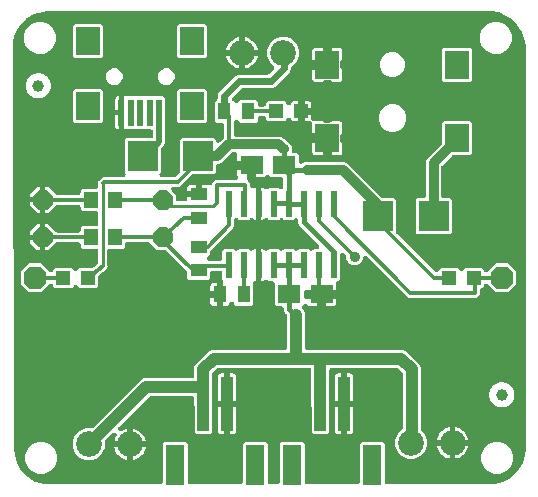
<source format=gbr>
G04 EAGLE Gerber RS-274X export*
G75*
%MOMM*%
%FSLAX34Y34*%
%LPD*%
%INTop Copper*%
%IPPOS*%
%AMOC8*
5,1,8,0,0,1.08239X$1,22.5*%
G01*
%ADD10R,1.000000X4.600000*%
%ADD11R,1.600000X3.400000*%
%ADD12R,2.540000X2.540000*%
%ADD13R,1.950000X1.500000*%
%ADD14R,2.000000X2.400000*%
%ADD15R,0.500000X2.308000*%
%ADD16C,2.184400*%
%ADD17C,1.000000*%
%ADD18R,1.200000X1.200000*%
%ADD19R,1.100000X1.400000*%
%ADD20R,0.600000X2.200000*%
%ADD21C,0.304800*%
%ADD22P,1.814519X8X22.500000*%
%ADD23R,1.200000X1.400000*%
%ADD24R,1.400000X1.100000*%
%ADD25P,2.089446X8X22.500000*%
%ADD26C,0.812800*%
%ADD27C,0.406400*%
%ADD28C,0.254000*%
%ADD29C,0.609600*%
%ADD30C,1.016000*%
%ADD31C,0.508000*%
%ADD32C,0.906400*%

G36*
X126166Y2923D02*
X126166Y2923D01*
X126184Y2921D01*
X126366Y2942D01*
X126549Y2961D01*
X126566Y2966D01*
X126583Y2968D01*
X126758Y3025D01*
X126934Y3079D01*
X126949Y3087D01*
X126966Y3093D01*
X127126Y3183D01*
X127288Y3271D01*
X127301Y3282D01*
X127317Y3291D01*
X127456Y3411D01*
X127597Y3528D01*
X127608Y3542D01*
X127622Y3554D01*
X127734Y3699D01*
X127849Y3842D01*
X127857Y3858D01*
X127868Y3872D01*
X127950Y4037D01*
X128035Y4199D01*
X128040Y4216D01*
X128048Y4232D01*
X128095Y4411D01*
X128146Y4586D01*
X128148Y4604D01*
X128152Y4621D01*
X128179Y4952D01*
X128179Y37342D01*
X129668Y38831D01*
X147772Y38831D01*
X149261Y37342D01*
X149261Y4952D01*
X149263Y4934D01*
X149261Y4916D01*
X149282Y4734D01*
X149301Y4551D01*
X149306Y4534D01*
X149308Y4517D01*
X149365Y4342D01*
X149419Y4166D01*
X149427Y4151D01*
X149433Y4134D01*
X149523Y3974D01*
X149611Y3812D01*
X149622Y3799D01*
X149631Y3783D01*
X149751Y3644D01*
X149868Y3503D01*
X149882Y3492D01*
X149894Y3478D01*
X150039Y3366D01*
X150182Y3251D01*
X150198Y3243D01*
X150212Y3232D01*
X150377Y3150D01*
X150539Y3065D01*
X150556Y3060D01*
X150572Y3052D01*
X150751Y3005D01*
X150926Y2954D01*
X150944Y2952D01*
X150961Y2948D01*
X151292Y2921D01*
X194148Y2921D01*
X194166Y2923D01*
X194184Y2921D01*
X194366Y2942D01*
X194549Y2961D01*
X194566Y2966D01*
X194583Y2968D01*
X194758Y3025D01*
X194934Y3079D01*
X194949Y3087D01*
X194966Y3093D01*
X195126Y3183D01*
X195288Y3271D01*
X195301Y3282D01*
X195317Y3291D01*
X195456Y3411D01*
X195597Y3528D01*
X195608Y3542D01*
X195622Y3554D01*
X195734Y3699D01*
X195849Y3842D01*
X195857Y3858D01*
X195868Y3872D01*
X195950Y4037D01*
X196035Y4199D01*
X196040Y4216D01*
X196048Y4232D01*
X196095Y4411D01*
X196146Y4586D01*
X196148Y4604D01*
X196152Y4621D01*
X196179Y4952D01*
X196179Y37342D01*
X197668Y38831D01*
X215772Y38831D01*
X217261Y37342D01*
X217261Y4952D01*
X217263Y4934D01*
X217261Y4916D01*
X217282Y4734D01*
X217301Y4551D01*
X217306Y4534D01*
X217308Y4517D01*
X217365Y4342D01*
X217419Y4166D01*
X217427Y4151D01*
X217433Y4134D01*
X217523Y3974D01*
X217611Y3812D01*
X217622Y3799D01*
X217631Y3783D01*
X217751Y3644D01*
X217868Y3503D01*
X217882Y3492D01*
X217894Y3478D01*
X218039Y3366D01*
X218182Y3251D01*
X218198Y3243D01*
X218212Y3232D01*
X218377Y3150D01*
X218539Y3065D01*
X218556Y3060D01*
X218572Y3052D01*
X218751Y3005D01*
X218926Y2954D01*
X218944Y2952D01*
X218961Y2948D01*
X219292Y2921D01*
X225208Y2921D01*
X225226Y2923D01*
X225244Y2921D01*
X225426Y2942D01*
X225609Y2961D01*
X225626Y2966D01*
X225643Y2968D01*
X225818Y3025D01*
X225994Y3079D01*
X226009Y3087D01*
X226026Y3093D01*
X226186Y3183D01*
X226348Y3271D01*
X226361Y3282D01*
X226377Y3291D01*
X226516Y3411D01*
X226657Y3528D01*
X226668Y3542D01*
X226682Y3554D01*
X226794Y3699D01*
X226909Y3842D01*
X226917Y3858D01*
X226928Y3872D01*
X227010Y4037D01*
X227095Y4199D01*
X227100Y4216D01*
X227108Y4232D01*
X227155Y4411D01*
X227206Y4586D01*
X227208Y4604D01*
X227212Y4621D01*
X227239Y4952D01*
X227239Y37342D01*
X228728Y38831D01*
X246832Y38831D01*
X248321Y37342D01*
X248321Y4952D01*
X248323Y4934D01*
X248321Y4916D01*
X248342Y4734D01*
X248361Y4551D01*
X248366Y4534D01*
X248368Y4517D01*
X248425Y4342D01*
X248479Y4166D01*
X248487Y4151D01*
X248493Y4134D01*
X248583Y3974D01*
X248671Y3812D01*
X248682Y3799D01*
X248691Y3783D01*
X248811Y3644D01*
X248928Y3503D01*
X248942Y3492D01*
X248954Y3478D01*
X249099Y3366D01*
X249242Y3251D01*
X249258Y3243D01*
X249272Y3232D01*
X249437Y3150D01*
X249599Y3065D01*
X249616Y3060D01*
X249632Y3052D01*
X249811Y3005D01*
X249986Y2954D01*
X250004Y2952D01*
X250021Y2948D01*
X250352Y2921D01*
X293208Y2921D01*
X293226Y2923D01*
X293244Y2921D01*
X293426Y2942D01*
X293609Y2961D01*
X293626Y2966D01*
X293643Y2968D01*
X293818Y3025D01*
X293994Y3079D01*
X294009Y3087D01*
X294026Y3093D01*
X294186Y3183D01*
X294348Y3271D01*
X294361Y3282D01*
X294377Y3291D01*
X294516Y3411D01*
X294657Y3528D01*
X294668Y3542D01*
X294682Y3554D01*
X294794Y3699D01*
X294909Y3842D01*
X294917Y3858D01*
X294928Y3872D01*
X295010Y4037D01*
X295095Y4199D01*
X295100Y4216D01*
X295108Y4232D01*
X295155Y4411D01*
X295206Y4586D01*
X295208Y4604D01*
X295212Y4621D01*
X295239Y4952D01*
X295239Y37342D01*
X296728Y38831D01*
X314832Y38831D01*
X316321Y37342D01*
X316321Y4952D01*
X316323Y4934D01*
X316321Y4916D01*
X316342Y4734D01*
X316361Y4551D01*
X316366Y4534D01*
X316368Y4517D01*
X316425Y4342D01*
X316479Y4166D01*
X316487Y4151D01*
X316493Y4134D01*
X316583Y3974D01*
X316671Y3812D01*
X316682Y3799D01*
X316691Y3783D01*
X316811Y3644D01*
X316928Y3503D01*
X316942Y3492D01*
X316954Y3478D01*
X317099Y3366D01*
X317242Y3251D01*
X317258Y3243D01*
X317272Y3232D01*
X317437Y3150D01*
X317599Y3065D01*
X317616Y3060D01*
X317632Y3052D01*
X317811Y3005D01*
X317986Y2954D01*
X318004Y2952D01*
X318021Y2948D01*
X318352Y2921D01*
X403139Y2921D01*
X403146Y2921D01*
X403152Y2921D01*
X403344Y2941D01*
X403445Y2951D01*
X404985Y2921D01*
X405003Y2923D01*
X405025Y2921D01*
X405089Y2921D01*
X405129Y2925D01*
X405182Y2923D01*
X408798Y3089D01*
X408831Y3094D01*
X408864Y3093D01*
X409192Y3146D01*
X416242Y4888D01*
X416336Y4921D01*
X416433Y4945D01*
X416546Y4996D01*
X416622Y5022D01*
X416669Y5051D01*
X416736Y5081D01*
X423095Y8588D01*
X423178Y8645D01*
X423265Y8693D01*
X423361Y8771D01*
X423427Y8816D01*
X423465Y8856D01*
X423522Y8903D01*
X428757Y13936D01*
X428822Y14012D01*
X428894Y14081D01*
X428966Y14182D01*
X429018Y14243D01*
X429045Y14290D01*
X429088Y14350D01*
X432842Y20567D01*
X432885Y20658D01*
X432936Y20743D01*
X432980Y20859D01*
X433015Y20931D01*
X433028Y20984D01*
X433054Y21053D01*
X435071Y28030D01*
X435077Y28063D01*
X435089Y28094D01*
X435144Y28421D01*
X435452Y32037D01*
X435451Y32107D01*
X435459Y32209D01*
X435459Y374127D01*
X435451Y374208D01*
X435448Y374337D01*
X435065Y378009D01*
X435059Y378042D01*
X435057Y378075D01*
X434986Y378399D01*
X432787Y385500D01*
X432748Y385592D01*
X432719Y385687D01*
X432662Y385797D01*
X432631Y385871D01*
X432600Y385916D01*
X432566Y385981D01*
X428605Y392271D01*
X428543Y392350D01*
X428490Y392434D01*
X428407Y392525D01*
X428357Y392588D01*
X428316Y392624D01*
X428266Y392679D01*
X422812Y397729D01*
X422732Y397789D01*
X422659Y397857D01*
X422555Y397923D01*
X422491Y397972D01*
X422441Y397995D01*
X422379Y398035D01*
X415804Y401501D01*
X415712Y401539D01*
X415623Y401586D01*
X415505Y401623D01*
X415431Y401653D01*
X415377Y401663D01*
X415307Y401685D01*
X408059Y403332D01*
X408026Y403336D01*
X407993Y403345D01*
X407664Y403381D01*
X407659Y403381D01*
X404066Y403479D01*
X404041Y403477D01*
X404011Y403479D01*
X403798Y403479D01*
X403764Y403476D01*
X403720Y403478D01*
X402350Y403425D01*
X402249Y403452D01*
X402236Y403453D01*
X402225Y403456D01*
X402162Y403459D01*
X401918Y403479D01*
X30530Y403479D01*
X30474Y403474D01*
X30397Y403475D01*
X26850Y403242D01*
X26817Y403237D01*
X26783Y403237D01*
X26457Y403178D01*
X19604Y401341D01*
X19510Y401306D01*
X19414Y401280D01*
X19302Y401227D01*
X19227Y401199D01*
X19181Y401170D01*
X19114Y401138D01*
X12969Y397591D01*
X12888Y397533D01*
X12802Y397483D01*
X12707Y397403D01*
X12642Y397356D01*
X12605Y397316D01*
X12549Y397268D01*
X7532Y392251D01*
X7469Y392174D01*
X7398Y392103D01*
X7327Y392001D01*
X7277Y391940D01*
X7251Y391891D01*
X7209Y391831D01*
X3662Y385686D01*
X3620Y385595D01*
X3571Y385509D01*
X3529Y385392D01*
X3496Y385319D01*
X3484Y385266D01*
X3459Y385196D01*
X1622Y378343D01*
X1617Y378310D01*
X1606Y378278D01*
X1558Y377950D01*
X1325Y374403D01*
X1327Y374344D01*
X1321Y374263D01*
X2584Y34023D01*
X2586Y33998D01*
X2585Y33973D01*
X2591Y33925D01*
X2591Y32139D01*
X2591Y32137D01*
X2591Y32133D01*
X2591Y32123D01*
X2596Y32069D01*
X2595Y31997D01*
X2828Y28450D01*
X2833Y28417D01*
X2833Y28383D01*
X2892Y28057D01*
X4729Y21204D01*
X4764Y21110D01*
X4790Y21014D01*
X4843Y20902D01*
X4871Y20827D01*
X4900Y20781D01*
X4932Y20714D01*
X8479Y14569D01*
X8537Y14488D01*
X8587Y14402D01*
X8667Y14307D01*
X8714Y14242D01*
X8754Y14205D01*
X8802Y14149D01*
X13819Y9132D01*
X13896Y9069D01*
X13967Y8998D01*
X14069Y8927D01*
X14130Y8877D01*
X14179Y8851D01*
X14239Y8809D01*
X20384Y5262D01*
X20475Y5220D01*
X20561Y5171D01*
X20678Y5129D01*
X20751Y5096D01*
X20804Y5084D01*
X20874Y5059D01*
X27727Y3222D01*
X27760Y3217D01*
X27792Y3206D01*
X27846Y3198D01*
X27887Y3186D01*
X27973Y3179D01*
X28120Y3158D01*
X31667Y2925D01*
X31724Y2927D01*
X31800Y2921D01*
X126148Y2921D01*
X126166Y2923D01*
G37*
%LPC*%
G36*
X62872Y23367D02*
X62872Y23367D01*
X57924Y25417D01*
X54137Y29204D01*
X52087Y34152D01*
X52087Y39508D01*
X54137Y44456D01*
X57924Y48243D01*
X61676Y49797D01*
X61677Y49798D01*
X62872Y50293D01*
X67394Y50293D01*
X67421Y50295D01*
X67447Y50293D01*
X67621Y50315D01*
X67795Y50333D01*
X67820Y50340D01*
X67847Y50344D01*
X68012Y50399D01*
X68180Y50451D01*
X68203Y50464D01*
X68228Y50472D01*
X68380Y50559D01*
X68534Y50643D01*
X68554Y50660D01*
X68577Y50673D01*
X68830Y50888D01*
X109493Y91551D01*
X112294Y92711D01*
X153068Y92711D01*
X153086Y92713D01*
X153104Y92711D01*
X153286Y92732D01*
X153469Y92751D01*
X153486Y92756D01*
X153503Y92758D01*
X153678Y92815D01*
X153854Y92869D01*
X153869Y92877D01*
X153886Y92883D01*
X154046Y92973D01*
X154208Y93061D01*
X154221Y93072D01*
X154237Y93081D01*
X154376Y93201D01*
X154517Y93318D01*
X154528Y93332D01*
X154542Y93344D01*
X154654Y93489D01*
X154769Y93632D01*
X154777Y93648D01*
X154788Y93662D01*
X154870Y93827D01*
X154955Y93989D01*
X154960Y94006D01*
X154968Y94022D01*
X155015Y94201D01*
X155066Y94376D01*
X155068Y94394D01*
X155072Y94411D01*
X155099Y94742D01*
X155099Y102006D01*
X156259Y104807D01*
X167133Y115681D01*
X169934Y116841D01*
X231648Y116841D01*
X231666Y116843D01*
X231684Y116841D01*
X231866Y116862D01*
X232049Y116881D01*
X232066Y116886D01*
X232083Y116888D01*
X232258Y116945D01*
X232434Y116999D01*
X232449Y117007D01*
X232466Y117013D01*
X232626Y117103D01*
X232788Y117191D01*
X232801Y117202D01*
X232817Y117211D01*
X232956Y117331D01*
X233097Y117448D01*
X233108Y117462D01*
X233122Y117474D01*
X233234Y117619D01*
X233349Y117762D01*
X233357Y117778D01*
X233368Y117792D01*
X233450Y117957D01*
X233535Y118119D01*
X233540Y118136D01*
X233548Y118152D01*
X233595Y118331D01*
X233646Y118506D01*
X233648Y118524D01*
X233652Y118541D01*
X233679Y118872D01*
X233679Y145661D01*
X233677Y145683D01*
X233679Y145705D01*
X233657Y145883D01*
X233639Y146061D01*
X233633Y146083D01*
X233630Y146105D01*
X233574Y146274D01*
X233521Y146446D01*
X233511Y146466D01*
X233504Y146487D01*
X233415Y146643D01*
X233329Y146800D01*
X233315Y146817D01*
X233304Y146837D01*
X233186Y146972D01*
X233072Y147110D01*
X233054Y147124D01*
X233040Y147140D01*
X232897Y147250D01*
X232758Y147362D01*
X232738Y147372D01*
X232720Y147386D01*
X232611Y147442D01*
X232106Y147947D01*
X232058Y147986D01*
X231998Y148047D01*
X231455Y148517D01*
X231397Y148618D01*
X231366Y148654D01*
X231346Y148686D01*
X231307Y148727D01*
X231037Y149379D01*
X231008Y149433D01*
X230976Y149513D01*
X230654Y150154D01*
X230639Y150270D01*
X230624Y150315D01*
X230618Y150352D01*
X230597Y150404D01*
X230597Y151111D01*
X230591Y151172D01*
X230592Y151258D01*
X230545Y151905D01*
X230520Y152049D01*
X230503Y152193D01*
X230486Y152247D01*
X230476Y152302D01*
X230423Y152438D01*
X230378Y152576D01*
X230351Y152625D01*
X230330Y152677D01*
X230252Y152800D01*
X230180Y152927D01*
X230144Y152969D01*
X230114Y153016D01*
X230012Y153121D01*
X229917Y153232D01*
X229873Y153266D01*
X229834Y153306D01*
X229714Y153389D01*
X229599Y153478D01*
X229549Y153503D01*
X229503Y153535D01*
X229369Y153593D01*
X229239Y153658D01*
X229184Y153672D01*
X229133Y153694D01*
X228991Y153724D01*
X228850Y153762D01*
X228786Y153767D01*
X228739Y153777D01*
X228656Y153778D01*
X228519Y153789D01*
X224368Y153789D01*
X222879Y155278D01*
X222879Y173058D01*
X222877Y173076D01*
X222879Y173094D01*
X222858Y173276D01*
X222839Y173459D01*
X222834Y173476D01*
X222832Y173493D01*
X222775Y173668D01*
X222721Y173844D01*
X222713Y173859D01*
X222707Y173876D01*
X222617Y174036D01*
X222529Y174198D01*
X222518Y174211D01*
X222509Y174227D01*
X222389Y174366D01*
X222272Y174507D01*
X222258Y174518D01*
X222246Y174532D01*
X222101Y174644D01*
X221958Y174759D01*
X221942Y174767D01*
X221928Y174778D01*
X221763Y174860D01*
X221601Y174945D01*
X221584Y174950D01*
X221568Y174958D01*
X221389Y175005D01*
X221214Y175056D01*
X221196Y175058D01*
X221179Y175062D01*
X220848Y175089D01*
X218198Y175089D01*
X217336Y175951D01*
X217323Y175962D01*
X217311Y175975D01*
X217166Y176090D01*
X217025Y176206D01*
X217009Y176214D01*
X216995Y176225D01*
X216831Y176308D01*
X216669Y176394D01*
X216652Y176399D01*
X216636Y176407D01*
X216459Y176457D01*
X216283Y176509D01*
X216265Y176511D01*
X216248Y176515D01*
X216065Y176529D01*
X215882Y176545D01*
X215864Y176543D01*
X215847Y176545D01*
X215665Y176522D01*
X215482Y176502D01*
X215465Y176497D01*
X215447Y176494D01*
X215274Y176436D01*
X215098Y176381D01*
X215082Y176372D01*
X215066Y176366D01*
X214907Y176275D01*
X214746Y176186D01*
X214732Y176174D01*
X214717Y176165D01*
X214464Y175951D01*
X214110Y175597D01*
X213531Y175262D01*
X212885Y175089D01*
X211581Y175089D01*
X211581Y188630D01*
X211581Y202171D01*
X212885Y202171D01*
X213531Y201998D01*
X214110Y201663D01*
X214464Y201309D01*
X214478Y201298D01*
X214489Y201285D01*
X214633Y201171D01*
X214775Y201054D01*
X214791Y201046D01*
X214805Y201035D01*
X214969Y200952D01*
X215131Y200866D01*
X215148Y200861D01*
X215164Y200853D01*
X215341Y200803D01*
X215517Y200751D01*
X215535Y200749D01*
X215552Y200745D01*
X215735Y200731D01*
X215918Y200715D01*
X215936Y200717D01*
X215953Y200715D01*
X216135Y200738D01*
X216318Y200758D01*
X216335Y200763D01*
X216353Y200766D01*
X216527Y200824D01*
X216702Y200879D01*
X216718Y200888D01*
X216734Y200894D01*
X216893Y200985D01*
X217054Y201074D01*
X217068Y201086D01*
X217083Y201095D01*
X217336Y201309D01*
X218198Y202171D01*
X226302Y202171D01*
X227164Y201309D01*
X227178Y201298D01*
X227189Y201285D01*
X227333Y201171D01*
X227475Y201054D01*
X227491Y201046D01*
X227505Y201035D01*
X227669Y200952D01*
X227831Y200866D01*
X227848Y200861D01*
X227864Y200853D01*
X228041Y200803D01*
X228217Y200751D01*
X228235Y200749D01*
X228252Y200745D01*
X228435Y200731D01*
X228618Y200715D01*
X228636Y200717D01*
X228653Y200715D01*
X228835Y200738D01*
X229018Y200758D01*
X229035Y200763D01*
X229053Y200766D01*
X229227Y200824D01*
X229402Y200879D01*
X229418Y200888D01*
X229434Y200894D01*
X229593Y200985D01*
X229754Y201074D01*
X229768Y201086D01*
X229783Y201095D01*
X230036Y201309D01*
X230898Y202171D01*
X239002Y202171D01*
X239864Y201309D01*
X239877Y201298D01*
X239889Y201285D01*
X240034Y201170D01*
X240175Y201054D01*
X240191Y201046D01*
X240205Y201035D01*
X240369Y200952D01*
X240531Y200866D01*
X240548Y200861D01*
X240564Y200853D01*
X240741Y200803D01*
X240917Y200751D01*
X240935Y200749D01*
X240952Y200745D01*
X241135Y200731D01*
X241318Y200715D01*
X241336Y200717D01*
X241353Y200715D01*
X241535Y200738D01*
X241718Y200758D01*
X241735Y200763D01*
X241753Y200766D01*
X241926Y200824D01*
X242102Y200879D01*
X242118Y200888D01*
X242134Y200894D01*
X242293Y200985D01*
X242454Y201074D01*
X242468Y201086D01*
X242483Y201095D01*
X242736Y201309D01*
X243598Y202171D01*
X251702Y202171D01*
X252564Y201309D01*
X252577Y201298D01*
X252589Y201285D01*
X252734Y201170D01*
X252875Y201054D01*
X252891Y201046D01*
X252905Y201035D01*
X253069Y200952D01*
X253231Y200866D01*
X253248Y200861D01*
X253264Y200853D01*
X253441Y200803D01*
X253617Y200751D01*
X253635Y200749D01*
X253652Y200745D01*
X253835Y200731D01*
X254018Y200715D01*
X254036Y200717D01*
X254053Y200715D01*
X254235Y200738D01*
X254418Y200758D01*
X254435Y200763D01*
X254453Y200766D01*
X254626Y200824D01*
X254802Y200879D01*
X254818Y200888D01*
X254834Y200894D01*
X254993Y200985D01*
X255154Y201074D01*
X255168Y201086D01*
X255183Y201095D01*
X255436Y201309D01*
X255790Y201663D01*
X256369Y201998D01*
X257015Y202171D01*
X258899Y202171D01*
X258907Y202172D01*
X258916Y202171D01*
X259110Y202192D01*
X259299Y202211D01*
X259308Y202213D01*
X259317Y202214D01*
X259500Y202272D01*
X259684Y202329D01*
X259692Y202333D01*
X259701Y202336D01*
X259868Y202428D01*
X260038Y202521D01*
X260045Y202526D01*
X260053Y202531D01*
X260200Y202655D01*
X260347Y202778D01*
X260353Y202785D01*
X260360Y202791D01*
X260480Y202943D01*
X260600Y203092D01*
X260604Y203100D01*
X260609Y203107D01*
X260697Y203280D01*
X260785Y203449D01*
X260788Y203458D01*
X260792Y203466D01*
X260844Y203652D01*
X260897Y203836D01*
X260897Y203845D01*
X260900Y203854D01*
X260914Y204047D01*
X260930Y204238D01*
X260929Y204246D01*
X260929Y204255D01*
X260905Y204448D01*
X260883Y204637D01*
X260880Y204646D01*
X260879Y204655D01*
X260817Y204838D01*
X260758Y205020D01*
X260753Y205028D01*
X260751Y205036D01*
X260654Y205203D01*
X260560Y205371D01*
X260554Y205378D01*
X260550Y205385D01*
X260335Y205638D01*
X245345Y220628D01*
X243773Y222200D01*
X243077Y223880D01*
X243077Y226260D01*
X243076Y226269D01*
X243077Y226278D01*
X243056Y226470D01*
X243037Y226661D01*
X243035Y226669D01*
X243034Y226678D01*
X242976Y226861D01*
X242919Y227046D01*
X242915Y227054D01*
X242912Y227062D01*
X242819Y227231D01*
X242727Y227400D01*
X242722Y227407D01*
X242717Y227415D01*
X242592Y227562D01*
X242470Y227709D01*
X242463Y227715D01*
X242457Y227722D01*
X242306Y227841D01*
X242156Y227961D01*
X242148Y227966D01*
X242141Y227971D01*
X241970Y228058D01*
X241799Y228147D01*
X241790Y228149D01*
X241782Y228153D01*
X241597Y228205D01*
X241412Y228258D01*
X241403Y228259D01*
X241394Y228261D01*
X241202Y228276D01*
X241010Y228291D01*
X241002Y228290D01*
X240993Y228291D01*
X240800Y228266D01*
X240611Y228244D01*
X240602Y228242D01*
X240593Y228240D01*
X240410Y228179D01*
X240228Y228119D01*
X240220Y228115D01*
X240212Y228112D01*
X240046Y228017D01*
X239877Y227922D01*
X239870Y227916D01*
X239863Y227911D01*
X239610Y227697D01*
X239002Y227089D01*
X230898Y227089D01*
X230036Y227951D01*
X230023Y227962D01*
X230011Y227975D01*
X229866Y228090D01*
X229725Y228206D01*
X229709Y228214D01*
X229695Y228225D01*
X229531Y228308D01*
X229369Y228394D01*
X229352Y228399D01*
X229336Y228407D01*
X229159Y228457D01*
X228983Y228509D01*
X228965Y228511D01*
X228948Y228515D01*
X228765Y228529D01*
X228582Y228545D01*
X228564Y228543D01*
X228547Y228545D01*
X228365Y228522D01*
X228182Y228502D01*
X228165Y228497D01*
X228147Y228494D01*
X227974Y228436D01*
X227798Y228381D01*
X227782Y228372D01*
X227766Y228366D01*
X227607Y228275D01*
X227446Y228186D01*
X227432Y228174D01*
X227417Y228165D01*
X227164Y227951D01*
X226302Y227089D01*
X218198Y227089D01*
X217336Y227951D01*
X217322Y227962D01*
X217311Y227976D01*
X217166Y228090D01*
X217025Y228206D01*
X217009Y228214D01*
X216995Y228225D01*
X216830Y228309D01*
X216669Y228394D01*
X216652Y228399D01*
X216636Y228407D01*
X216459Y228457D01*
X216283Y228509D01*
X216265Y228511D01*
X216248Y228515D01*
X216065Y228529D01*
X215882Y228545D01*
X215864Y228543D01*
X215847Y228545D01*
X215665Y228522D01*
X215482Y228502D01*
X215465Y228497D01*
X215447Y228494D01*
X215274Y228436D01*
X215098Y228381D01*
X215082Y228372D01*
X215066Y228366D01*
X214906Y228274D01*
X214746Y228186D01*
X214732Y228174D01*
X214717Y228165D01*
X214464Y227951D01*
X214110Y227597D01*
X213531Y227262D01*
X212885Y227089D01*
X211581Y227089D01*
X211581Y240630D01*
X211581Y254171D01*
X212885Y254171D01*
X213531Y253998D01*
X214110Y253663D01*
X214464Y253309D01*
X214477Y253298D01*
X214489Y253285D01*
X214633Y253170D01*
X214775Y253054D01*
X214791Y253046D01*
X214805Y253035D01*
X214969Y252952D01*
X215131Y252866D01*
X215148Y252861D01*
X215164Y252853D01*
X215340Y252803D01*
X215517Y252751D01*
X215535Y252749D01*
X215552Y252745D01*
X215735Y252731D01*
X215918Y252715D01*
X215935Y252717D01*
X215953Y252715D01*
X216135Y252738D01*
X216318Y252758D01*
X216335Y252763D01*
X216353Y252766D01*
X216527Y252824D01*
X216702Y252879D01*
X216717Y252888D01*
X216734Y252894D01*
X216894Y252986D01*
X217054Y253074D01*
X217068Y253086D01*
X217083Y253095D01*
X217336Y253309D01*
X218198Y254171D01*
X226302Y254171D01*
X226910Y253563D01*
X226917Y253558D01*
X226922Y253551D01*
X227072Y253430D01*
X227221Y253308D01*
X227229Y253304D01*
X227236Y253299D01*
X227406Y253210D01*
X227577Y253120D01*
X227586Y253117D01*
X227593Y253113D01*
X227778Y253060D01*
X227963Y253005D01*
X227972Y253004D01*
X227980Y253002D01*
X228171Y252986D01*
X228364Y252969D01*
X228373Y252970D01*
X228382Y252969D01*
X228571Y252991D01*
X228764Y253012D01*
X228773Y253015D01*
X228781Y253016D01*
X228963Y253075D01*
X229148Y253133D01*
X229156Y253138D01*
X229164Y253141D01*
X229331Y253235D01*
X229500Y253328D01*
X229507Y253334D01*
X229515Y253338D01*
X229660Y253464D01*
X229807Y253589D01*
X229813Y253596D01*
X229820Y253602D01*
X229936Y253752D01*
X230057Y253905D01*
X230061Y253913D01*
X230066Y253920D01*
X230150Y254089D01*
X230239Y254264D01*
X230242Y254272D01*
X230246Y254280D01*
X230295Y254466D01*
X230347Y254651D01*
X230348Y254660D01*
X230350Y254669D01*
X230377Y255000D01*
X230377Y260978D01*
X230375Y260996D01*
X230377Y261014D01*
X230356Y261195D01*
X230337Y261379D01*
X230332Y261396D01*
X230330Y261413D01*
X230273Y261588D01*
X230219Y261764D01*
X230211Y261779D01*
X230205Y261796D01*
X230115Y261956D01*
X230027Y262118D01*
X230016Y262131D01*
X230007Y262147D01*
X229887Y262286D01*
X229770Y262427D01*
X229756Y262438D01*
X229744Y262452D01*
X229599Y262564D01*
X229456Y262679D01*
X229440Y262687D01*
X229426Y262698D01*
X229261Y262780D01*
X229099Y262865D01*
X229082Y262870D01*
X229066Y262878D01*
X228887Y262925D01*
X228712Y262976D01*
X228694Y262978D01*
X228677Y262982D01*
X228346Y263009D01*
X220118Y263009D01*
X218515Y264612D01*
X218451Y264664D01*
X218394Y264723D01*
X218296Y264791D01*
X218203Y264867D01*
X218131Y264906D01*
X218063Y264952D01*
X217953Y265000D01*
X217848Y265056D01*
X217769Y265079D01*
X217693Y265112D01*
X217576Y265136D01*
X217462Y265171D01*
X217380Y265178D01*
X217299Y265195D01*
X217180Y265196D01*
X217061Y265207D01*
X216979Y265198D01*
X216897Y265199D01*
X216779Y265176D01*
X216660Y265164D01*
X216582Y265139D01*
X216501Y265123D01*
X216391Y265078D01*
X216277Y265042D01*
X216205Y265002D01*
X216129Y264971D01*
X216029Y264905D01*
X215924Y264847D01*
X215862Y264794D01*
X215793Y264749D01*
X215709Y264664D01*
X215617Y264587D01*
X215566Y264522D01*
X215508Y264464D01*
X215421Y264339D01*
X215368Y264271D01*
X215349Y264235D01*
X215319Y264191D01*
X215203Y263990D01*
X214730Y263517D01*
X214151Y263182D01*
X213505Y263009D01*
X207169Y263009D01*
X207169Y271332D01*
X207167Y271350D01*
X207169Y271367D01*
X207148Y271550D01*
X207129Y271732D01*
X207124Y271749D01*
X207122Y271767D01*
X207065Y271942D01*
X207011Y272117D01*
X207003Y272133D01*
X206997Y272150D01*
X206907Y272310D01*
X206819Y272471D01*
X206808Y272485D01*
X206799Y272501D01*
X206679Y272640D01*
X206562Y272781D01*
X206548Y272792D01*
X206536Y272805D01*
X206391Y272918D01*
X206248Y273033D01*
X206232Y273041D01*
X206218Y273052D01*
X206053Y273134D01*
X205891Y273218D01*
X205874Y273223D01*
X205858Y273231D01*
X205679Y273279D01*
X205504Y273330D01*
X205486Y273331D01*
X205469Y273336D01*
X205138Y273363D01*
X203733Y273363D01*
X203733Y274768D01*
X203731Y274786D01*
X203733Y274804D01*
X203711Y274986D01*
X203693Y275169D01*
X203688Y275186D01*
X203686Y275203D01*
X203629Y275378D01*
X203575Y275554D01*
X203567Y275569D01*
X203561Y275586D01*
X203471Y275746D01*
X203383Y275908D01*
X203372Y275921D01*
X203363Y275937D01*
X203243Y276076D01*
X203125Y276217D01*
X203112Y276228D01*
X203100Y276242D01*
X202955Y276354D01*
X202812Y276469D01*
X202796Y276477D01*
X202782Y276488D01*
X202617Y276570D01*
X202454Y276655D01*
X202437Y276660D01*
X202421Y276668D01*
X202243Y276715D01*
X202068Y276766D01*
X202050Y276768D01*
X202033Y276772D01*
X201702Y276799D01*
X191129Y276799D01*
X191129Y280885D01*
X191339Y281668D01*
X191353Y281749D01*
X191375Y281828D01*
X191385Y281948D01*
X191404Y282066D01*
X191401Y282148D01*
X191408Y282230D01*
X191394Y282348D01*
X191390Y282468D01*
X191371Y282548D01*
X191361Y282629D01*
X191324Y282743D01*
X191296Y282860D01*
X191262Y282934D01*
X191236Y283012D01*
X191178Y283116D01*
X191127Y283225D01*
X191079Y283291D01*
X191039Y283363D01*
X190960Y283453D01*
X190890Y283550D01*
X190829Y283605D01*
X190775Y283668D01*
X190681Y283741D01*
X190593Y283822D01*
X190522Y283864D01*
X190457Y283914D01*
X190350Y283968D01*
X190248Y284029D01*
X190170Y284057D01*
X190097Y284094D01*
X189981Y284125D01*
X189869Y284165D01*
X189787Y284177D01*
X189708Y284198D01*
X189556Y284211D01*
X189470Y284223D01*
X189430Y284221D01*
X189377Y284225D01*
X187727Y284225D01*
X187701Y284223D01*
X187674Y284225D01*
X187500Y284203D01*
X187327Y284185D01*
X187301Y284178D01*
X187274Y284174D01*
X187109Y284119D01*
X186942Y284067D01*
X186918Y284054D01*
X186893Y284046D01*
X186741Y283959D01*
X186588Y283875D01*
X186567Y283858D01*
X186544Y283845D01*
X186291Y283630D01*
X177731Y275071D01*
X175284Y274057D01*
X175169Y274044D01*
X174986Y274025D01*
X174969Y274020D01*
X174952Y274018D01*
X174777Y273961D01*
X174601Y273907D01*
X174586Y273899D01*
X174569Y273893D01*
X174409Y273803D01*
X174247Y273715D01*
X174234Y273704D01*
X174218Y273695D01*
X174079Y273575D01*
X173938Y273458D01*
X173927Y273444D01*
X173913Y273432D01*
X173801Y273287D01*
X173686Y273144D01*
X173678Y273128D01*
X173667Y273114D01*
X173584Y272949D01*
X173500Y272787D01*
X173495Y272770D01*
X173487Y272754D01*
X173440Y272575D01*
X173389Y272400D01*
X173387Y272382D01*
X173383Y272365D01*
X173356Y272034D01*
X173356Y266918D01*
X171867Y265429D01*
X153909Y265429D01*
X153882Y265427D01*
X153856Y265429D01*
X153682Y265407D01*
X153508Y265389D01*
X153483Y265382D01*
X153456Y265378D01*
X153291Y265323D01*
X153123Y265271D01*
X153100Y265258D01*
X153075Y265250D01*
X152923Y265163D01*
X152769Y265079D01*
X152749Y265062D01*
X152726Y265049D01*
X152473Y264834D01*
X144702Y257063D01*
X144701Y257063D01*
X143272Y255634D01*
X141779Y255015D01*
X137446Y255015D01*
X137437Y255014D01*
X137428Y255015D01*
X137236Y254994D01*
X137045Y254975D01*
X137036Y254973D01*
X137028Y254972D01*
X136845Y254914D01*
X136660Y254857D01*
X136652Y254853D01*
X136644Y254850D01*
X136475Y254757D01*
X136306Y254665D01*
X136299Y254660D01*
X136291Y254655D01*
X136144Y254531D01*
X135997Y254408D01*
X135991Y254401D01*
X135984Y254395D01*
X135865Y254244D01*
X135744Y254094D01*
X135740Y254086D01*
X135735Y254079D01*
X135647Y253906D01*
X135559Y253737D01*
X135557Y253728D01*
X135552Y253720D01*
X135501Y253534D01*
X135448Y253350D01*
X135447Y253341D01*
X135444Y253332D01*
X135430Y253139D01*
X135415Y252948D01*
X135416Y252940D01*
X135415Y252931D01*
X135439Y252738D01*
X135462Y252549D01*
X135464Y252540D01*
X135465Y252531D01*
X135527Y252348D01*
X135586Y252166D01*
X135591Y252158D01*
X135594Y252150D01*
X135690Y251983D01*
X135784Y251815D01*
X135790Y251808D01*
X135795Y251801D01*
X136009Y251548D01*
X139193Y248364D01*
X139193Y244602D01*
X139195Y244584D01*
X139193Y244566D01*
X139214Y244384D01*
X139233Y244201D01*
X139238Y244184D01*
X139240Y244167D01*
X139297Y243992D01*
X139351Y243816D01*
X139359Y243801D01*
X139365Y243784D01*
X139455Y243624D01*
X139543Y243462D01*
X139554Y243449D01*
X139563Y243433D01*
X139683Y243294D01*
X139800Y243153D01*
X139814Y243142D01*
X139826Y243128D01*
X139971Y243016D01*
X140114Y242901D01*
X140130Y242893D01*
X140144Y242882D01*
X140309Y242800D01*
X140471Y242715D01*
X140488Y242710D01*
X140504Y242702D01*
X140683Y242655D01*
X140858Y242604D01*
X140876Y242602D01*
X140893Y242598D01*
X141224Y242571D01*
X147178Y242571D01*
X147196Y242573D01*
X147214Y242571D01*
X147396Y242592D01*
X147579Y242611D01*
X147596Y242616D01*
X147613Y242618D01*
X147788Y242675D01*
X147964Y242729D01*
X147979Y242737D01*
X147996Y242743D01*
X148156Y242833D01*
X148318Y242921D01*
X148331Y242932D01*
X148347Y242941D01*
X148486Y243061D01*
X148627Y243178D01*
X148638Y243192D01*
X148652Y243204D01*
X148764Y243349D01*
X148879Y243492D01*
X148887Y243508D01*
X148898Y243522D01*
X148980Y243687D01*
X149065Y243849D01*
X149070Y243866D01*
X149078Y243882D01*
X149125Y244061D01*
X149176Y244236D01*
X149178Y244254D01*
X149182Y244271D01*
X149209Y244602D01*
X149209Y246011D01*
X158032Y246011D01*
X158050Y246012D01*
X158067Y246011D01*
X158250Y246032D01*
X158432Y246051D01*
X158449Y246056D01*
X158467Y246058D01*
X158642Y246115D01*
X158817Y246169D01*
X158833Y246177D01*
X158850Y246183D01*
X159010Y246273D01*
X159171Y246360D01*
X159185Y246372D01*
X159201Y246381D01*
X159340Y246501D01*
X159481Y246618D01*
X159492Y246632D01*
X159505Y246644D01*
X159618Y246789D01*
X159733Y246932D01*
X159741Y246948D01*
X159752Y246962D01*
X159834Y247127D01*
X159918Y247289D01*
X159923Y247306D01*
X159931Y247322D01*
X159979Y247501D01*
X159985Y247521D01*
X160078Y247551D01*
X160254Y247605D01*
X160269Y247613D01*
X160286Y247619D01*
X160446Y247709D01*
X160608Y247797D01*
X160621Y247808D01*
X160637Y247817D01*
X160776Y247937D01*
X160917Y248055D01*
X160928Y248068D01*
X160942Y248080D01*
X161054Y248225D01*
X161169Y248368D01*
X161177Y248384D01*
X161188Y248398D01*
X161270Y248563D01*
X161355Y248726D01*
X161360Y248743D01*
X161368Y248759D01*
X161415Y248937D01*
X161466Y249112D01*
X161468Y249130D01*
X161472Y249147D01*
X161499Y249478D01*
X161499Y256801D01*
X166085Y256801D01*
X166731Y256628D01*
X167062Y256436D01*
X167199Y256374D01*
X167333Y256306D01*
X167382Y256292D01*
X167429Y256271D01*
X167576Y256237D01*
X167721Y256196D01*
X167771Y256192D01*
X167821Y256180D01*
X167972Y256176D01*
X168122Y256165D01*
X168172Y256171D01*
X168224Y256169D01*
X168372Y256195D01*
X168522Y256213D01*
X168570Y256229D01*
X168620Y256238D01*
X168761Y256292D01*
X168904Y256340D01*
X168948Y256365D01*
X168996Y256384D01*
X169123Y256465D01*
X169254Y256539D01*
X169292Y256573D01*
X169335Y256600D01*
X169443Y256705D01*
X169557Y256804D01*
X169588Y256844D01*
X169625Y256880D01*
X169711Y257003D01*
X169803Y257123D01*
X169829Y257174D01*
X169854Y257211D01*
X169888Y257289D01*
X169954Y257418D01*
X170544Y258842D01*
X171688Y259986D01*
X173181Y260605D01*
X190118Y260605D01*
X190127Y260606D01*
X190136Y260605D01*
X190328Y260626D01*
X190519Y260645D01*
X190527Y260647D01*
X190537Y260648D01*
X190721Y260707D01*
X190904Y260763D01*
X190912Y260767D01*
X190920Y260770D01*
X191089Y260863D01*
X191258Y260955D01*
X191265Y260960D01*
X191273Y260965D01*
X191420Y261090D01*
X191567Y261212D01*
X191573Y261219D01*
X191580Y261225D01*
X191699Y261377D01*
X191819Y261526D01*
X191824Y261534D01*
X191829Y261541D01*
X191916Y261713D01*
X192005Y261883D01*
X192007Y261892D01*
X192012Y261900D01*
X192063Y262085D01*
X192116Y262270D01*
X192117Y262279D01*
X192119Y262288D01*
X192133Y262478D01*
X192149Y262672D01*
X192148Y262681D01*
X192149Y262690D01*
X192125Y262878D01*
X192102Y263071D01*
X192100Y263080D01*
X192098Y263089D01*
X192037Y263271D01*
X191977Y263454D01*
X191973Y263462D01*
X191970Y263471D01*
X191875Y263636D01*
X191780Y263805D01*
X191774Y263812D01*
X191769Y263820D01*
X191663Y263944D01*
X191302Y264569D01*
X191129Y265215D01*
X191129Y269301D01*
X199671Y269301D01*
X199671Y261579D01*
X199673Y261552D01*
X199671Y261526D01*
X199693Y261352D01*
X199711Y261178D01*
X199718Y261153D01*
X199722Y261126D01*
X199778Y260960D01*
X199829Y260794D01*
X199842Y260770D01*
X199850Y260745D01*
X199937Y260593D01*
X200020Y260439D01*
X200038Y260419D01*
X200051Y260396D01*
X200266Y260143D01*
X201566Y258843D01*
X202185Y257349D01*
X202185Y255562D01*
X202199Y255416D01*
X202206Y255270D01*
X202219Y255216D01*
X202225Y255161D01*
X202268Y255021D01*
X202303Y254879D01*
X202326Y254829D01*
X202343Y254776D01*
X202412Y254648D01*
X202475Y254515D01*
X202508Y254471D01*
X202535Y254422D01*
X202628Y254310D01*
X202715Y254193D01*
X202757Y254155D01*
X202792Y254113D01*
X202906Y254021D01*
X203015Y253924D01*
X203063Y253895D01*
X203106Y253861D01*
X203236Y253793D01*
X203362Y253719D01*
X203414Y253701D01*
X203463Y253675D01*
X203604Y253635D01*
X203742Y253587D01*
X203797Y253579D01*
X203850Y253564D01*
X203996Y253552D01*
X204141Y253532D01*
X204196Y253535D01*
X204252Y253531D01*
X204396Y253548D01*
X204543Y253557D01*
X204596Y253571D01*
X204651Y253578D01*
X204790Y253623D01*
X204932Y253661D01*
X204989Y253688D01*
X205034Y253703D01*
X205107Y253744D01*
X205232Y253803D01*
X205569Y253998D01*
X206215Y254171D01*
X207519Y254171D01*
X207519Y240630D01*
X207519Y227089D01*
X206215Y227089D01*
X205569Y227262D01*
X204990Y227597D01*
X204636Y227951D01*
X204623Y227962D01*
X204611Y227975D01*
X204467Y228090D01*
X204325Y228206D01*
X204309Y228214D01*
X204295Y228225D01*
X204131Y228308D01*
X203969Y228394D01*
X203952Y228399D01*
X203936Y228407D01*
X203760Y228457D01*
X203583Y228509D01*
X203565Y228511D01*
X203548Y228515D01*
X203365Y228529D01*
X203182Y228545D01*
X203165Y228543D01*
X203147Y228545D01*
X202965Y228522D01*
X202782Y228502D01*
X202765Y228497D01*
X202747Y228494D01*
X202573Y228436D01*
X202398Y228381D01*
X202383Y228372D01*
X202366Y228366D01*
X202206Y228274D01*
X202046Y228186D01*
X202032Y228174D01*
X202017Y228165D01*
X201764Y227951D01*
X200902Y227089D01*
X192798Y227089D01*
X191936Y227951D01*
X191923Y227962D01*
X191911Y227975D01*
X191766Y228090D01*
X191625Y228206D01*
X191609Y228214D01*
X191595Y228225D01*
X191431Y228308D01*
X191269Y228394D01*
X191252Y228399D01*
X191236Y228407D01*
X191059Y228457D01*
X190883Y228509D01*
X190865Y228511D01*
X190848Y228515D01*
X190665Y228529D01*
X190482Y228545D01*
X190464Y228543D01*
X190447Y228545D01*
X190265Y228522D01*
X190082Y228502D01*
X190065Y228497D01*
X190047Y228494D01*
X189874Y228436D01*
X189698Y228381D01*
X189682Y228372D01*
X189666Y228366D01*
X189507Y228275D01*
X189346Y228186D01*
X189332Y228174D01*
X189317Y228165D01*
X189064Y227951D01*
X188810Y227697D01*
X188793Y227676D01*
X188772Y227658D01*
X188665Y227520D01*
X188555Y227385D01*
X188542Y227361D01*
X188526Y227340D01*
X188448Y227183D01*
X188366Y227029D01*
X188358Y227004D01*
X188346Y226980D01*
X188301Y226810D01*
X188251Y226643D01*
X188249Y226617D01*
X188242Y226591D01*
X188215Y226260D01*
X188215Y221441D01*
X187596Y219948D01*
X168886Y201237D01*
X168869Y201217D01*
X168848Y201199D01*
X168741Y201061D01*
X168631Y200926D01*
X168618Y200902D01*
X168602Y200881D01*
X168524Y200724D01*
X168442Y200570D01*
X168434Y200545D01*
X168422Y200520D01*
X168377Y200351D01*
X168327Y200184D01*
X168325Y200158D01*
X168318Y200132D01*
X168291Y199801D01*
X168291Y197758D01*
X166279Y195746D01*
X166268Y195732D01*
X166255Y195721D01*
X166141Y195577D01*
X166024Y195435D01*
X166016Y195419D01*
X166005Y195405D01*
X165921Y195241D01*
X165836Y195079D01*
X165831Y195062D01*
X165823Y195046D01*
X165773Y194869D01*
X165721Y194693D01*
X165719Y194675D01*
X165715Y194658D01*
X165701Y194475D01*
X165685Y194292D01*
X165687Y194274D01*
X165685Y194257D01*
X165708Y194075D01*
X165728Y193892D01*
X165733Y193875D01*
X165736Y193857D01*
X165794Y193684D01*
X165849Y193508D01*
X165858Y193492D01*
X165864Y193476D01*
X165956Y193316D01*
X166044Y193156D01*
X166056Y193142D01*
X166065Y193127D01*
X166279Y192874D01*
X166533Y192620D01*
X166554Y192603D01*
X166572Y192582D01*
X166710Y192475D01*
X166845Y192365D01*
X166869Y192352D01*
X166890Y192336D01*
X167047Y192258D01*
X167201Y192176D01*
X167226Y192168D01*
X167250Y192156D01*
X167420Y192111D01*
X167587Y192061D01*
X167613Y192059D01*
X167639Y192052D01*
X167970Y192025D01*
X176578Y192025D01*
X176596Y192027D01*
X176614Y192025D01*
X176796Y192046D01*
X176979Y192065D01*
X176996Y192070D01*
X177013Y192072D01*
X177188Y192129D01*
X177364Y192183D01*
X177379Y192191D01*
X177396Y192197D01*
X177556Y192287D01*
X177718Y192375D01*
X177731Y192386D01*
X177747Y192395D01*
X177886Y192515D01*
X178027Y192632D01*
X178038Y192646D01*
X178052Y192658D01*
X178164Y192803D01*
X178279Y192946D01*
X178287Y192962D01*
X178298Y192976D01*
X178380Y193141D01*
X178465Y193303D01*
X178470Y193320D01*
X178478Y193336D01*
X178525Y193515D01*
X178576Y193690D01*
X178578Y193708D01*
X178582Y193725D01*
X178609Y194056D01*
X178609Y200682D01*
X180098Y202171D01*
X188202Y202171D01*
X189064Y201309D01*
X189077Y201298D01*
X189089Y201285D01*
X189234Y201170D01*
X189375Y201054D01*
X189391Y201046D01*
X189405Y201035D01*
X189569Y200952D01*
X189731Y200866D01*
X189748Y200861D01*
X189764Y200853D01*
X189941Y200803D01*
X190117Y200751D01*
X190135Y200749D01*
X190152Y200745D01*
X190335Y200731D01*
X190518Y200715D01*
X190536Y200717D01*
X190553Y200715D01*
X190735Y200738D01*
X190918Y200758D01*
X190935Y200763D01*
X190953Y200766D01*
X191126Y200824D01*
X191302Y200879D01*
X191318Y200888D01*
X191334Y200894D01*
X191493Y200985D01*
X191654Y201074D01*
X191668Y201086D01*
X191683Y201095D01*
X191936Y201309D01*
X192798Y202171D01*
X200902Y202171D01*
X201764Y201309D01*
X201778Y201298D01*
X201789Y201284D01*
X201934Y201170D01*
X202075Y201054D01*
X202091Y201046D01*
X202105Y201035D01*
X202270Y200951D01*
X202431Y200866D01*
X202448Y200861D01*
X202464Y200853D01*
X202641Y200803D01*
X202817Y200751D01*
X202835Y200749D01*
X202852Y200745D01*
X203035Y200731D01*
X203218Y200715D01*
X203236Y200717D01*
X203253Y200715D01*
X203435Y200738D01*
X203618Y200758D01*
X203635Y200763D01*
X203653Y200766D01*
X203826Y200824D01*
X204002Y200879D01*
X204018Y200888D01*
X204034Y200894D01*
X204194Y200986D01*
X204354Y201074D01*
X204368Y201086D01*
X204383Y201095D01*
X204636Y201309D01*
X204990Y201663D01*
X205569Y201998D01*
X206215Y202171D01*
X207519Y202171D01*
X207519Y188630D01*
X207519Y175089D01*
X206428Y175089D01*
X206419Y175088D01*
X206410Y175089D01*
X206219Y175068D01*
X206027Y175049D01*
X206019Y175047D01*
X206010Y175046D01*
X205826Y174988D01*
X205642Y174931D01*
X205634Y174927D01*
X205626Y174924D01*
X205457Y174831D01*
X205288Y174740D01*
X205281Y174734D01*
X205273Y174729D01*
X205125Y174604D01*
X204979Y174482D01*
X204973Y174475D01*
X204966Y174469D01*
X204847Y174317D01*
X204727Y174168D01*
X204722Y174160D01*
X204717Y174153D01*
X204628Y173978D01*
X204541Y173811D01*
X204539Y173802D01*
X204535Y173794D01*
X204483Y173610D01*
X204430Y173424D01*
X204429Y173415D01*
X204427Y173406D01*
X204413Y173214D01*
X204397Y173022D01*
X204398Y173014D01*
X204397Y173005D01*
X204421Y172813D01*
X204444Y172623D01*
X204446Y172614D01*
X204448Y172605D01*
X204509Y172423D01*
X204569Y172240D01*
X204573Y172232D01*
X204576Y172224D01*
X204672Y172056D01*
X204731Y171953D01*
X204731Y155778D01*
X203242Y154289D01*
X190138Y154289D01*
X188640Y155787D01*
X188636Y155828D01*
X188631Y155965D01*
X188616Y156028D01*
X188609Y156091D01*
X188569Y156223D01*
X188537Y156356D01*
X188510Y156415D01*
X188491Y156476D01*
X188426Y156597D01*
X188368Y156722D01*
X188330Y156774D01*
X188299Y156830D01*
X188212Y156936D01*
X188130Y157047D01*
X188083Y157090D01*
X188042Y157140D01*
X187935Y157226D01*
X187833Y157319D01*
X187778Y157352D01*
X187728Y157392D01*
X187606Y157455D01*
X187488Y157526D01*
X187428Y157548D01*
X187371Y157578D01*
X187239Y157615D01*
X187109Y157662D01*
X187046Y157671D01*
X186984Y157689D01*
X186847Y157700D01*
X186711Y157720D01*
X186647Y157717D01*
X186582Y157722D01*
X186446Y157706D01*
X186309Y157698D01*
X186247Y157682D01*
X186183Y157675D01*
X186052Y157632D01*
X185919Y157598D01*
X185861Y157570D01*
X185800Y157550D01*
X185680Y157483D01*
X185556Y157423D01*
X185505Y157384D01*
X185449Y157352D01*
X185345Y157262D01*
X185236Y157179D01*
X185193Y157131D01*
X185145Y157089D01*
X185060Y156980D01*
X184969Y156877D01*
X184937Y156822D01*
X184898Y156771D01*
X184837Y156648D01*
X184768Y156529D01*
X184743Y156459D01*
X184718Y156410D01*
X184698Y156333D01*
X184656Y156216D01*
X184558Y155849D01*
X184223Y155270D01*
X183750Y154797D01*
X183171Y154462D01*
X182525Y154289D01*
X179439Y154289D01*
X179439Y163112D01*
X179437Y163130D01*
X179439Y163147D01*
X179418Y163330D01*
X179399Y163512D01*
X179394Y163529D01*
X179392Y163547D01*
X179335Y163722D01*
X179304Y163822D01*
X179308Y163829D01*
X179355Y164007D01*
X179406Y164182D01*
X179408Y164200D01*
X179412Y164217D01*
X179439Y164548D01*
X179439Y174906D01*
X179437Y174933D01*
X179439Y174960D01*
X179417Y175133D01*
X179399Y175307D01*
X179392Y175332D01*
X179388Y175359D01*
X179333Y175525D01*
X179281Y175692D01*
X179268Y175715D01*
X179260Y175741D01*
X179173Y175892D01*
X179089Y176046D01*
X179072Y176066D01*
X179059Y176090D01*
X178844Y176343D01*
X178609Y176578D01*
X178609Y181864D01*
X178607Y181882D01*
X178609Y181900D01*
X178588Y182082D01*
X178569Y182265D01*
X178564Y182282D01*
X178562Y182299D01*
X178505Y182474D01*
X178451Y182650D01*
X178443Y182665D01*
X178437Y182682D01*
X178347Y182842D01*
X178259Y183004D01*
X178248Y183017D01*
X178239Y183033D01*
X178119Y183172D01*
X178002Y183313D01*
X177988Y183324D01*
X177976Y183338D01*
X177831Y183450D01*
X177688Y183565D01*
X177672Y183573D01*
X177658Y183584D01*
X177493Y183666D01*
X177331Y183751D01*
X177314Y183756D01*
X177298Y183764D01*
X177119Y183811D01*
X176944Y183862D01*
X176926Y183864D01*
X176909Y183868D01*
X176578Y183895D01*
X170322Y183895D01*
X170304Y183893D01*
X170286Y183895D01*
X170104Y183874D01*
X169921Y183855D01*
X169904Y183850D01*
X169887Y183848D01*
X169712Y183791D01*
X169536Y183737D01*
X169521Y183729D01*
X169504Y183723D01*
X169344Y183633D01*
X169182Y183545D01*
X169169Y183534D01*
X169153Y183525D01*
X169014Y183405D01*
X168873Y183288D01*
X168862Y183274D01*
X168848Y183262D01*
X168736Y183117D01*
X168621Y182974D01*
X168613Y182958D01*
X168602Y182944D01*
X168520Y182779D01*
X168435Y182617D01*
X168430Y182600D01*
X168422Y182584D01*
X168375Y182405D01*
X168324Y182230D01*
X168322Y182212D01*
X168318Y182195D01*
X168291Y181864D01*
X168291Y177758D01*
X166802Y176269D01*
X150698Y176269D01*
X149209Y177758D01*
X149209Y182021D01*
X149207Y182048D01*
X149209Y182074D01*
X149187Y182248D01*
X149169Y182422D01*
X149162Y182447D01*
X149158Y182474D01*
X149103Y182639D01*
X149051Y182806D01*
X149038Y182830D01*
X149030Y182855D01*
X148943Y183007D01*
X148859Y183161D01*
X148842Y183181D01*
X148829Y183204D01*
X148614Y183457D01*
X131499Y200572D01*
X131479Y200589D01*
X131461Y200610D01*
X131323Y200717D01*
X131188Y200827D01*
X131164Y200840D01*
X131143Y200856D01*
X130986Y200934D01*
X130832Y201016D01*
X130807Y201024D01*
X130782Y201036D01*
X130613Y201081D01*
X130446Y201131D01*
X130420Y201133D01*
X130394Y201140D01*
X130063Y201167D01*
X123746Y201167D01*
X117483Y207430D01*
X117462Y207447D01*
X117444Y207468D01*
X117306Y207575D01*
X117171Y207685D01*
X117147Y207698D01*
X117126Y207714D01*
X116969Y207792D01*
X116815Y207874D01*
X116790Y207882D01*
X116766Y207894D01*
X116596Y207939D01*
X116429Y207989D01*
X116403Y207991D01*
X116377Y207998D01*
X116046Y208025D01*
X98296Y208025D01*
X98278Y208023D01*
X98260Y208025D01*
X98078Y208004D01*
X97895Y207985D01*
X97878Y207980D01*
X97861Y207978D01*
X97686Y207921D01*
X97510Y207867D01*
X97495Y207859D01*
X97478Y207853D01*
X97318Y207763D01*
X97156Y207675D01*
X97143Y207664D01*
X97127Y207655D01*
X96988Y207535D01*
X96847Y207418D01*
X96836Y207404D01*
X96822Y207392D01*
X96710Y207247D01*
X96595Y207104D01*
X96587Y207088D01*
X96576Y207074D01*
X96494Y206909D01*
X96409Y206747D01*
X96404Y206730D01*
X96396Y206714D01*
X96349Y206535D01*
X96298Y206360D01*
X96296Y206342D01*
X96292Y206325D01*
X96265Y205994D01*
X96265Y204038D01*
X94776Y202549D01*
X83312Y202549D01*
X83294Y202547D01*
X83276Y202549D01*
X83094Y202528D01*
X82911Y202509D01*
X82894Y202504D01*
X82877Y202502D01*
X82702Y202445D01*
X82526Y202391D01*
X82511Y202383D01*
X82494Y202377D01*
X82334Y202287D01*
X82172Y202199D01*
X82159Y202188D01*
X82143Y202179D01*
X82004Y202059D01*
X81863Y201942D01*
X81852Y201928D01*
X81838Y201916D01*
X81726Y201771D01*
X81611Y201628D01*
X81603Y201612D01*
X81592Y201598D01*
X81510Y201433D01*
X81425Y201271D01*
X81420Y201254D01*
X81412Y201238D01*
X81365Y201059D01*
X81314Y200884D01*
X81312Y200866D01*
X81308Y200849D01*
X81281Y200518D01*
X81281Y189363D01*
X81292Y189246D01*
X81294Y189129D01*
X81314Y189031D01*
X81321Y188962D01*
X81340Y188898D01*
X81359Y188804D01*
X81600Y187961D01*
X81409Y186291D01*
X81398Y186251D01*
X81376Y186200D01*
X81357Y186109D01*
X81323Y186067D01*
X81241Y185983D01*
X81186Y185900D01*
X81142Y185846D01*
X81110Y185787D01*
X81057Y185707D01*
X80632Y184940D01*
X74418Y180004D01*
X74316Y179905D01*
X74208Y179812D01*
X74172Y179765D01*
X74130Y179724D01*
X74049Y179606D01*
X73962Y179494D01*
X73935Y179441D01*
X73902Y179392D01*
X73846Y179261D01*
X73782Y179133D01*
X73767Y179076D01*
X73744Y179021D01*
X73715Y178882D01*
X73678Y178744D01*
X73672Y178677D01*
X73662Y178627D01*
X73661Y178545D01*
X73651Y178414D01*
X73651Y170748D01*
X72162Y169259D01*
X58058Y169259D01*
X56046Y171271D01*
X56032Y171282D01*
X56021Y171295D01*
X55877Y171409D01*
X55735Y171526D01*
X55719Y171534D01*
X55705Y171545D01*
X55541Y171629D01*
X55379Y171714D01*
X55362Y171719D01*
X55346Y171727D01*
X55169Y171777D01*
X54993Y171829D01*
X54975Y171831D01*
X54958Y171835D01*
X54775Y171849D01*
X54592Y171865D01*
X54574Y171863D01*
X54557Y171865D01*
X54375Y171842D01*
X54192Y171822D01*
X54175Y171817D01*
X54157Y171814D01*
X53983Y171756D01*
X53808Y171701D01*
X53792Y171692D01*
X53776Y171686D01*
X53617Y171595D01*
X53456Y171506D01*
X53442Y171494D01*
X53427Y171485D01*
X53174Y171271D01*
X51162Y169259D01*
X37058Y169259D01*
X35569Y170748D01*
X35569Y170902D01*
X35568Y170911D01*
X35569Y170920D01*
X35548Y171114D01*
X35529Y171303D01*
X35527Y171311D01*
X35526Y171320D01*
X35468Y171504D01*
X35411Y171688D01*
X35407Y171696D01*
X35404Y171704D01*
X35311Y171873D01*
X35219Y172042D01*
X35214Y172049D01*
X35209Y172057D01*
X35085Y172203D01*
X34962Y172351D01*
X34955Y172357D01*
X34949Y172364D01*
X34798Y172483D01*
X34648Y172603D01*
X34640Y172608D01*
X34633Y172613D01*
X34460Y172701D01*
X34291Y172789D01*
X34282Y172791D01*
X34274Y172795D01*
X34088Y172847D01*
X33904Y172900D01*
X33895Y172901D01*
X33886Y172903D01*
X33693Y172918D01*
X33502Y172933D01*
X33494Y172932D01*
X33485Y172933D01*
X33292Y172909D01*
X33103Y172886D01*
X33094Y172884D01*
X33085Y172882D01*
X32902Y172821D01*
X32720Y172761D01*
X32712Y172757D01*
X32704Y172754D01*
X32535Y172657D01*
X32369Y172564D01*
X32362Y172558D01*
X32355Y172553D01*
X32102Y172339D01*
X25370Y165607D01*
X15270Y165607D01*
X8127Y172750D01*
X8127Y182850D01*
X15270Y189993D01*
X25370Y189993D01*
X32102Y183261D01*
X32109Y183256D01*
X32114Y183249D01*
X32264Y183129D01*
X32413Y183006D01*
X32421Y183002D01*
X32428Y182997D01*
X32598Y182908D01*
X32769Y182818D01*
X32778Y182815D01*
X32785Y182811D01*
X32970Y182758D01*
X33155Y182703D01*
X33164Y182702D01*
X33172Y182700D01*
X33364Y182684D01*
X33556Y182667D01*
X33565Y182667D01*
X33574Y182667D01*
X33763Y182689D01*
X33956Y182710D01*
X33965Y182713D01*
X33973Y182714D01*
X34155Y182773D01*
X34340Y182831D01*
X34348Y182836D01*
X34356Y182839D01*
X34525Y182934D01*
X34692Y183026D01*
X34699Y183032D01*
X34707Y183036D01*
X34853Y183162D01*
X34999Y183287D01*
X35005Y183294D01*
X35012Y183300D01*
X35129Y183451D01*
X35249Y183603D01*
X35253Y183611D01*
X35258Y183618D01*
X35344Y183790D01*
X35431Y183962D01*
X35434Y183970D01*
X35438Y183978D01*
X35488Y184165D01*
X35539Y184349D01*
X35540Y184358D01*
X35542Y184367D01*
X35569Y184698D01*
X35569Y184852D01*
X37058Y186341D01*
X51162Y186341D01*
X53174Y184329D01*
X53187Y184318D01*
X53199Y184305D01*
X53343Y184191D01*
X53485Y184074D01*
X53501Y184066D01*
X53515Y184055D01*
X53679Y183972D01*
X53841Y183886D01*
X53858Y183881D01*
X53874Y183873D01*
X54051Y183823D01*
X54227Y183771D01*
X54245Y183769D01*
X54262Y183765D01*
X54445Y183751D01*
X54628Y183735D01*
X54646Y183737D01*
X54663Y183735D01*
X54845Y183758D01*
X55028Y183778D01*
X55045Y183783D01*
X55063Y183786D01*
X55236Y183844D01*
X55412Y183899D01*
X55428Y183908D01*
X55444Y183914D01*
X55604Y184006D01*
X55764Y184094D01*
X55778Y184106D01*
X55793Y184115D01*
X56046Y184329D01*
X58058Y186341D01*
X68617Y186341D01*
X68729Y186352D01*
X68841Y186353D01*
X68929Y186372D01*
X69018Y186381D01*
X69125Y186414D01*
X69235Y186437D01*
X69317Y186473D01*
X69402Y186499D01*
X69501Y186552D01*
X69605Y186597D01*
X69693Y186656D01*
X69756Y186691D01*
X69806Y186732D01*
X69880Y186782D01*
X72892Y189174D01*
X72994Y189273D01*
X73102Y189366D01*
X73138Y189413D01*
X73180Y189454D01*
X73261Y189572D01*
X73348Y189684D01*
X73375Y189737D01*
X73408Y189786D01*
X73464Y189917D01*
X73528Y190045D01*
X73543Y190102D01*
X73566Y190157D01*
X73595Y190296D01*
X73632Y190434D01*
X73638Y190501D01*
X73648Y190551D01*
X73649Y190633D01*
X73659Y190764D01*
X73659Y200518D01*
X73657Y200536D01*
X73659Y200554D01*
X73638Y200736D01*
X73619Y200919D01*
X73614Y200936D01*
X73612Y200953D01*
X73555Y201128D01*
X73501Y201304D01*
X73493Y201319D01*
X73487Y201336D01*
X73397Y201496D01*
X73309Y201658D01*
X73298Y201671D01*
X73289Y201687D01*
X73169Y201826D01*
X73052Y201967D01*
X73038Y201978D01*
X73026Y201992D01*
X72881Y202104D01*
X72738Y202219D01*
X72722Y202227D01*
X72708Y202238D01*
X72543Y202320D01*
X72381Y202405D01*
X72364Y202410D01*
X72348Y202418D01*
X72169Y202465D01*
X71994Y202516D01*
X71976Y202518D01*
X71959Y202522D01*
X71628Y202549D01*
X60164Y202549D01*
X58675Y204038D01*
X58675Y205994D01*
X58673Y206012D01*
X58675Y206030D01*
X58654Y206212D01*
X58635Y206395D01*
X58630Y206412D01*
X58628Y206429D01*
X58571Y206603D01*
X58517Y206780D01*
X58509Y206795D01*
X58503Y206812D01*
X58413Y206972D01*
X58325Y207134D01*
X58314Y207147D01*
X58305Y207163D01*
X58185Y207302D01*
X58068Y207443D01*
X58054Y207454D01*
X58042Y207468D01*
X57897Y207580D01*
X57754Y207695D01*
X57738Y207703D01*
X57724Y207714D01*
X57559Y207796D01*
X57397Y207881D01*
X57380Y207886D01*
X57364Y207894D01*
X57185Y207941D01*
X57010Y207992D01*
X56992Y207994D01*
X56975Y207998D01*
X56644Y208025D01*
X38894Y208025D01*
X38867Y208023D01*
X38840Y208025D01*
X38666Y208003D01*
X38493Y207985D01*
X38468Y207978D01*
X38441Y207974D01*
X38275Y207919D01*
X38108Y207867D01*
X38085Y207854D01*
X38059Y207846D01*
X37908Y207759D01*
X37754Y207675D01*
X37734Y207658D01*
X37710Y207645D01*
X37457Y207430D01*
X31194Y201167D01*
X28701Y201167D01*
X28701Y210163D01*
X28701Y210168D01*
X28701Y210173D01*
X28681Y210368D01*
X28661Y210563D01*
X28660Y210568D01*
X28659Y210573D01*
X28566Y210892D01*
X28566Y210893D01*
X28552Y210919D01*
X28543Y210948D01*
X28543Y210949D01*
X28462Y211099D01*
X28385Y211252D01*
X28366Y211276D01*
X28351Y211303D01*
X28279Y211390D01*
X28321Y211548D01*
X28372Y211724D01*
X28374Y211742D01*
X28378Y211759D01*
X28405Y212090D01*
X28404Y212108D01*
X28405Y212125D01*
X28405Y212126D01*
X28384Y212308D01*
X28365Y212491D01*
X28360Y212508D01*
X28358Y212526D01*
X28301Y212700D01*
X28275Y212787D01*
X28285Y212802D01*
X28390Y212937D01*
X28404Y212964D01*
X28422Y212989D01*
X28566Y213287D01*
X28566Y213288D01*
X28567Y213293D01*
X28569Y213297D01*
X28569Y213298D01*
X28570Y213298D01*
X28621Y213488D01*
X28673Y213677D01*
X28673Y213682D01*
X28674Y213687D01*
X28701Y214017D01*
X28701Y223013D01*
X31194Y223013D01*
X37457Y216750D01*
X37478Y216733D01*
X37496Y216712D01*
X37634Y216605D01*
X37769Y216495D01*
X37793Y216482D01*
X37814Y216466D01*
X37971Y216388D01*
X38125Y216306D01*
X38150Y216298D01*
X38174Y216286D01*
X38344Y216241D01*
X38511Y216191D01*
X38537Y216189D01*
X38563Y216182D01*
X38894Y216155D01*
X56644Y216155D01*
X56662Y216157D01*
X56680Y216155D01*
X56862Y216176D01*
X57045Y216195D01*
X57062Y216200D01*
X57079Y216202D01*
X57254Y216259D01*
X57430Y216313D01*
X57445Y216321D01*
X57462Y216327D01*
X57622Y216417D01*
X57784Y216505D01*
X57797Y216516D01*
X57813Y216525D01*
X57952Y216645D01*
X58093Y216762D01*
X58104Y216776D01*
X58118Y216788D01*
X58230Y216933D01*
X58345Y217076D01*
X58353Y217092D01*
X58364Y217106D01*
X58446Y217271D01*
X58531Y217433D01*
X58536Y217450D01*
X58544Y217466D01*
X58591Y217645D01*
X58642Y217820D01*
X58644Y217838D01*
X58648Y217855D01*
X58675Y218186D01*
X58675Y220142D01*
X60164Y221631D01*
X71628Y221631D01*
X71646Y221633D01*
X71664Y221631D01*
X71846Y221652D01*
X72029Y221671D01*
X72046Y221676D01*
X72063Y221678D01*
X72238Y221735D01*
X72414Y221789D01*
X72429Y221797D01*
X72446Y221803D01*
X72606Y221893D01*
X72768Y221981D01*
X72781Y221992D01*
X72797Y222001D01*
X72936Y222121D01*
X73077Y222238D01*
X73088Y222252D01*
X73102Y222264D01*
X73214Y222409D01*
X73329Y222552D01*
X73337Y222568D01*
X73348Y222582D01*
X73430Y222747D01*
X73515Y222909D01*
X73520Y222926D01*
X73528Y222942D01*
X73575Y223121D01*
X73626Y223296D01*
X73628Y223314D01*
X73632Y223331D01*
X73659Y223662D01*
X73659Y232268D01*
X73657Y232286D01*
X73659Y232304D01*
X73638Y232486D01*
X73619Y232669D01*
X73614Y232686D01*
X73612Y232703D01*
X73555Y232878D01*
X73501Y233054D01*
X73493Y233069D01*
X73487Y233086D01*
X73397Y233246D01*
X73309Y233408D01*
X73298Y233421D01*
X73289Y233437D01*
X73169Y233576D01*
X73052Y233717D01*
X73038Y233728D01*
X73026Y233742D01*
X72881Y233854D01*
X72738Y233969D01*
X72722Y233977D01*
X72708Y233988D01*
X72543Y234070D01*
X72381Y234155D01*
X72364Y234160D01*
X72348Y234168D01*
X72169Y234215D01*
X71994Y234266D01*
X71976Y234268D01*
X71959Y234272D01*
X71628Y234299D01*
X60164Y234299D01*
X58675Y235788D01*
X58675Y237744D01*
X58673Y237762D01*
X58675Y237780D01*
X58654Y237962D01*
X58635Y238145D01*
X58630Y238162D01*
X58628Y238179D01*
X58571Y238354D01*
X58517Y238530D01*
X58509Y238545D01*
X58503Y238562D01*
X58413Y238722D01*
X58325Y238884D01*
X58314Y238897D01*
X58305Y238913D01*
X58185Y239052D01*
X58068Y239193D01*
X58054Y239204D01*
X58042Y239218D01*
X57897Y239330D01*
X57754Y239445D01*
X57738Y239453D01*
X57724Y239464D01*
X57559Y239546D01*
X57397Y239631D01*
X57380Y239636D01*
X57364Y239644D01*
X57185Y239691D01*
X57010Y239742D01*
X56992Y239744D01*
X56975Y239748D01*
X56644Y239775D01*
X38894Y239775D01*
X38867Y239773D01*
X38840Y239775D01*
X38666Y239753D01*
X38493Y239735D01*
X38468Y239728D01*
X38441Y239724D01*
X38275Y239668D01*
X38108Y239617D01*
X38085Y239604D01*
X38059Y239596D01*
X37908Y239509D01*
X37754Y239425D01*
X37734Y239408D01*
X37710Y239395D01*
X37457Y239180D01*
X31194Y232917D01*
X28701Y232917D01*
X28701Y241913D01*
X28700Y241931D01*
X28701Y241950D01*
X28680Y242132D01*
X28661Y242313D01*
X28656Y242331D01*
X28654Y242350D01*
X28556Y242667D01*
X28556Y242668D01*
X28548Y242682D01*
X28543Y242698D01*
X28543Y242699D01*
X28455Y242861D01*
X28370Y243025D01*
X28359Y243038D01*
X28351Y243053D01*
X28279Y243140D01*
X28321Y243298D01*
X28372Y243474D01*
X28374Y243492D01*
X28378Y243509D01*
X28405Y243840D01*
X28404Y243858D01*
X28405Y243875D01*
X28405Y243876D01*
X28384Y244058D01*
X28365Y244241D01*
X28360Y244258D01*
X28358Y244276D01*
X28301Y244450D01*
X28274Y244537D01*
X28277Y244541D01*
X28390Y244687D01*
X28398Y244702D01*
X28408Y244715D01*
X28556Y245012D01*
X28556Y245013D01*
X28561Y245031D01*
X28569Y245047D01*
X28569Y245048D01*
X28570Y245048D01*
X28617Y245225D01*
X28668Y245400D01*
X28669Y245419D01*
X28674Y245437D01*
X28701Y245767D01*
X28701Y254763D01*
X31194Y254763D01*
X37457Y248500D01*
X37478Y248483D01*
X37496Y248462D01*
X37633Y248355D01*
X37769Y248245D01*
X37793Y248232D01*
X37814Y248216D01*
X37970Y248138D01*
X38125Y248056D01*
X38150Y248048D01*
X38174Y248036D01*
X38343Y247991D01*
X38510Y247941D01*
X38537Y247939D01*
X38563Y247932D01*
X38894Y247905D01*
X56644Y247905D01*
X56662Y247907D01*
X56680Y247905D01*
X56862Y247926D01*
X57045Y247945D01*
X57062Y247950D01*
X57079Y247952D01*
X57254Y248009D01*
X57430Y248063D01*
X57445Y248071D01*
X57462Y248077D01*
X57622Y248167D01*
X57784Y248255D01*
X57797Y248266D01*
X57813Y248275D01*
X57952Y248395D01*
X58093Y248512D01*
X58104Y248526D01*
X58118Y248538D01*
X58230Y248683D01*
X58345Y248826D01*
X58353Y248842D01*
X58364Y248856D01*
X58446Y249021D01*
X58531Y249183D01*
X58536Y249200D01*
X58544Y249216D01*
X58591Y249395D01*
X58642Y249570D01*
X58644Y249588D01*
X58648Y249605D01*
X58675Y249936D01*
X58675Y251892D01*
X60164Y253381D01*
X71628Y253381D01*
X71646Y253383D01*
X71664Y253381D01*
X71846Y253402D01*
X72029Y253421D01*
X72046Y253426D01*
X72063Y253428D01*
X72238Y253485D01*
X72414Y253539D01*
X72429Y253547D01*
X72446Y253553D01*
X72606Y253643D01*
X72768Y253731D01*
X72781Y253742D01*
X72797Y253751D01*
X72936Y253871D01*
X73077Y253988D01*
X73088Y254002D01*
X73102Y254014D01*
X73214Y254159D01*
X73329Y254302D01*
X73337Y254318D01*
X73348Y254332D01*
X73430Y254497D01*
X73515Y254659D01*
X73520Y254676D01*
X73528Y254692D01*
X73575Y254871D01*
X73626Y255046D01*
X73628Y255064D01*
X73632Y255081D01*
X73659Y255412D01*
X73659Y255984D01*
X73656Y256015D01*
X73658Y256046D01*
X73636Y256215D01*
X73619Y256385D01*
X73610Y256415D01*
X73606Y256446D01*
X73505Y256762D01*
X73405Y257001D01*
X73405Y258619D01*
X73505Y258858D01*
X73514Y258888D01*
X73528Y258916D01*
X73572Y259081D01*
X73621Y259244D01*
X73624Y259275D01*
X73632Y259305D01*
X73640Y259404D01*
X73739Y259525D01*
X73754Y259553D01*
X73773Y259577D01*
X73925Y259873D01*
X74024Y260113D01*
X76438Y262526D01*
X77931Y263145D01*
X94753Y263145D01*
X94762Y263146D01*
X94771Y263145D01*
X94963Y263166D01*
X95154Y263185D01*
X95162Y263187D01*
X95171Y263188D01*
X95354Y263246D01*
X95539Y263303D01*
X95547Y263307D01*
X95555Y263310D01*
X95724Y263403D01*
X95893Y263495D01*
X95900Y263500D01*
X95908Y263505D01*
X96055Y263630D01*
X96202Y263752D01*
X96208Y263759D01*
X96215Y263765D01*
X96335Y263917D01*
X96454Y264066D01*
X96459Y264074D01*
X96464Y264081D01*
X96552Y264254D01*
X96640Y264423D01*
X96642Y264432D01*
X96646Y264440D01*
X96698Y264625D01*
X96751Y264810D01*
X96752Y264819D01*
X96754Y264828D01*
X96769Y265020D01*
X96784Y265212D01*
X96783Y265220D01*
X96784Y265229D01*
X96760Y265421D01*
X96737Y265611D01*
X96735Y265620D01*
X96733Y265629D01*
X96672Y265811D01*
X96612Y265994D01*
X96608Y266002D01*
X96605Y266010D01*
X96510Y266176D01*
X96415Y266345D01*
X96409Y266352D01*
X96404Y266359D01*
X96190Y266612D01*
X95884Y266918D01*
X95884Y294422D01*
X97373Y295911D01*
X118108Y295911D01*
X118126Y295913D01*
X118144Y295911D01*
X118326Y295932D01*
X118509Y295951D01*
X118526Y295956D01*
X118543Y295958D01*
X118718Y296015D01*
X118894Y296069D01*
X118909Y296077D01*
X118926Y296083D01*
X119086Y296173D01*
X119248Y296261D01*
X119261Y296272D01*
X119277Y296281D01*
X119416Y296401D01*
X119557Y296518D01*
X119568Y296532D01*
X119582Y296544D01*
X119694Y296689D01*
X119809Y296832D01*
X119817Y296848D01*
X119828Y296862D01*
X119910Y297027D01*
X119995Y297189D01*
X120000Y297206D01*
X120008Y297222D01*
X120055Y297401D01*
X120106Y297576D01*
X120108Y297594D01*
X120112Y297611D01*
X120139Y297942D01*
X120139Y301388D01*
X120137Y301406D01*
X120139Y301424D01*
X120118Y301606D01*
X120099Y301789D01*
X120094Y301806D01*
X120092Y301823D01*
X120035Y301998D01*
X119981Y302174D01*
X119973Y302189D01*
X119967Y302206D01*
X119877Y302366D01*
X119789Y302528D01*
X119778Y302541D01*
X119769Y302557D01*
X119649Y302696D01*
X119532Y302837D01*
X119518Y302848D01*
X119506Y302862D01*
X119361Y302974D01*
X119218Y303089D01*
X119202Y303097D01*
X119188Y303108D01*
X119023Y303190D01*
X118861Y303275D01*
X118844Y303280D01*
X118828Y303288D01*
X118649Y303335D01*
X118474Y303386D01*
X118456Y303388D01*
X118439Y303392D01*
X118108Y303419D01*
X97357Y303419D01*
X97317Y303436D01*
X97209Y303458D01*
X97103Y303489D01*
X97012Y303498D01*
X96923Y303516D01*
X96812Y303516D01*
X96702Y303526D01*
X96611Y303516D01*
X96520Y303516D01*
X96385Y303491D01*
X96302Y303482D01*
X96256Y303468D01*
X96194Y303457D01*
X96054Y303419D01*
X95251Y303419D01*
X95251Y317500D01*
X95251Y331581D01*
X96054Y331581D01*
X96194Y331543D01*
X96284Y331529D01*
X96372Y331504D01*
X96482Y331496D01*
X96591Y331478D01*
X96682Y331481D01*
X96773Y331475D01*
X96883Y331489D01*
X96993Y331493D01*
X97082Y331514D01*
X97173Y331525D01*
X97278Y331561D01*
X97362Y331581D01*
X128772Y331581D01*
X130261Y330092D01*
X130261Y319011D01*
X130264Y318980D01*
X130262Y318949D01*
X130284Y318780D01*
X130301Y318611D01*
X130301Y318610D01*
X130301Y291849D01*
X129527Y289982D01*
X126961Y287415D01*
X126944Y287395D01*
X126923Y287377D01*
X126816Y287239D01*
X126706Y287104D01*
X126693Y287080D01*
X126677Y287059D01*
X126599Y286903D01*
X126517Y286748D01*
X126509Y286723D01*
X126497Y286699D01*
X126452Y286530D01*
X126402Y286362D01*
X126400Y286336D01*
X126393Y286310D01*
X126366Y285979D01*
X126366Y266918D01*
X126060Y266612D01*
X126055Y266605D01*
X126048Y266600D01*
X125928Y266451D01*
X125805Y266301D01*
X125801Y266293D01*
X125796Y266286D01*
X125707Y266116D01*
X125617Y265945D01*
X125614Y265936D01*
X125610Y265929D01*
X125557Y265744D01*
X125502Y265559D01*
X125501Y265550D01*
X125499Y265542D01*
X125483Y265351D01*
X125466Y265158D01*
X125467Y265149D01*
X125466Y265140D01*
X125488Y264951D01*
X125509Y264758D01*
X125512Y264749D01*
X125513Y264741D01*
X125572Y264558D01*
X125630Y264374D01*
X125635Y264366D01*
X125638Y264358D01*
X125733Y264189D01*
X125825Y264022D01*
X125831Y264015D01*
X125835Y264007D01*
X125962Y263860D01*
X126086Y263715D01*
X126093Y263709D01*
X126099Y263702D01*
X126251Y263584D01*
X126402Y263465D01*
X126410Y263461D01*
X126417Y263456D01*
X126590Y263369D01*
X126761Y263283D01*
X126769Y263280D01*
X126777Y263276D01*
X126964Y263226D01*
X127148Y263175D01*
X127157Y263174D01*
X127166Y263172D01*
X127497Y263145D01*
X138445Y263145D01*
X138472Y263147D01*
X138498Y263145D01*
X138672Y263167D01*
X138846Y263185D01*
X138871Y263192D01*
X138898Y263196D01*
X139063Y263251D01*
X139231Y263303D01*
X139254Y263316D01*
X139279Y263324D01*
X139431Y263411D01*
X139585Y263495D01*
X139605Y263512D01*
X139628Y263525D01*
X139881Y263740D01*
X142279Y266138D01*
X142296Y266158D01*
X142317Y266176D01*
X142424Y266314D01*
X142534Y266449D01*
X142547Y266473D01*
X142563Y266494D01*
X142641Y266651D01*
X142723Y266805D01*
X142731Y266830D01*
X142743Y266855D01*
X142788Y267024D01*
X142838Y267191D01*
X142840Y267217D01*
X142847Y267243D01*
X142874Y267574D01*
X142874Y294422D01*
X144363Y295911D01*
X171867Y295911D01*
X173356Y294422D01*
X173356Y294280D01*
X173357Y294271D01*
X173356Y294262D01*
X173377Y294070D01*
X173396Y293879D01*
X173398Y293871D01*
X173399Y293862D01*
X173457Y293680D01*
X173514Y293495D01*
X173518Y293487D01*
X173521Y293478D01*
X173614Y293310D01*
X173706Y293141D01*
X173711Y293134D01*
X173716Y293126D01*
X173841Y292978D01*
X173963Y292831D01*
X173970Y292826D01*
X173976Y292819D01*
X174128Y292699D01*
X174277Y292579D01*
X174285Y292575D01*
X174292Y292569D01*
X174464Y292482D01*
X174634Y292393D01*
X174643Y292391D01*
X174651Y292387D01*
X174837Y292335D01*
X175021Y292282D01*
X175030Y292281D01*
X175039Y292279D01*
X175231Y292265D01*
X175423Y292249D01*
X175431Y292250D01*
X175440Y292250D01*
X175633Y292274D01*
X175822Y292296D01*
X175831Y292299D01*
X175840Y292300D01*
X176023Y292361D01*
X176205Y292421D01*
X176213Y292425D01*
X176221Y292428D01*
X176387Y292524D01*
X176556Y292619D01*
X176563Y292625D01*
X176570Y292629D01*
X176823Y292844D01*
X178265Y294285D01*
X178265Y294286D01*
X179490Y295511D01*
X179507Y295532D01*
X179528Y295549D01*
X179635Y295687D01*
X179745Y295822D01*
X179758Y295846D01*
X179774Y295867D01*
X179852Y296024D01*
X179934Y296178D01*
X179942Y296204D01*
X179954Y296228D01*
X179999Y296397D01*
X180049Y296564D01*
X180051Y296591D01*
X180058Y296616D01*
X180085Y296947D01*
X180085Y307198D01*
X180083Y307216D01*
X180085Y307234D01*
X180064Y307416D01*
X180045Y307599D01*
X180040Y307616D01*
X180038Y307633D01*
X179981Y307808D01*
X179927Y307984D01*
X179919Y307999D01*
X179913Y308016D01*
X179823Y308176D01*
X179735Y308338D01*
X179724Y308351D01*
X179715Y308367D01*
X179595Y308506D01*
X179478Y308647D01*
X179464Y308658D01*
X179452Y308672D01*
X179307Y308784D01*
X179164Y308899D01*
X179148Y308907D01*
X179134Y308918D01*
X178969Y309000D01*
X178807Y309085D01*
X178790Y309090D01*
X178774Y309098D01*
X178595Y309145D01*
X178420Y309196D01*
X178402Y309198D01*
X178385Y309202D01*
X178054Y309229D01*
X173948Y309229D01*
X172459Y310718D01*
X172459Y326822D01*
X174316Y328679D01*
X174333Y328700D01*
X174354Y328718D01*
X174461Y328856D01*
X174571Y328991D01*
X174584Y329015D01*
X174600Y329036D01*
X174678Y329192D01*
X174760Y329347D01*
X174768Y329372D01*
X174780Y329396D01*
X174825Y329565D01*
X174875Y329733D01*
X174877Y329759D01*
X174884Y329785D01*
X174911Y330116D01*
X174911Y332742D01*
X175762Y334796D01*
X189874Y348908D01*
X191928Y349759D01*
X216554Y349759D01*
X216580Y349761D01*
X216607Y349759D01*
X216781Y349781D01*
X216954Y349799D01*
X216980Y349806D01*
X217006Y349810D01*
X217172Y349865D01*
X217339Y349917D01*
X217363Y349930D01*
X217388Y349938D01*
X217540Y350025D01*
X217693Y350109D01*
X217714Y350126D01*
X217737Y350139D01*
X217990Y350354D01*
X222192Y354556D01*
X222204Y354570D01*
X222217Y354581D01*
X222331Y354725D01*
X222447Y354867D01*
X222456Y354883D01*
X222467Y354897D01*
X222550Y355061D01*
X222636Y355223D01*
X222641Y355240D01*
X222649Y355256D01*
X222699Y355434D01*
X222751Y355609D01*
X222752Y355627D01*
X222757Y355644D01*
X222771Y355827D01*
X222787Y356010D01*
X222785Y356028D01*
X222787Y356046D01*
X222764Y356227D01*
X222744Y356410D01*
X222738Y356427D01*
X222736Y356445D01*
X222678Y356619D01*
X222622Y356794D01*
X222614Y356810D01*
X222608Y356827D01*
X222516Y356986D01*
X222427Y357146D01*
X222416Y357160D01*
X222407Y357176D01*
X222192Y357429D01*
X218947Y360674D01*
X216897Y365622D01*
X216897Y370978D01*
X218947Y375926D01*
X222734Y379713D01*
X225578Y380891D01*
X227682Y381763D01*
X233038Y381763D01*
X237986Y379713D01*
X241773Y375926D01*
X243823Y370978D01*
X243823Y365622D01*
X241773Y360674D01*
X237986Y356887D01*
X237983Y356885D01*
X237963Y356875D01*
X237942Y356868D01*
X237786Y356780D01*
X237628Y356695D01*
X237611Y356681D01*
X237591Y356670D01*
X237456Y356553D01*
X237317Y356439D01*
X237303Y356422D01*
X237286Y356407D01*
X237177Y356266D01*
X237064Y356126D01*
X237053Y356106D01*
X237040Y356089D01*
X236960Y355929D01*
X236877Y355770D01*
X236870Y355748D01*
X236860Y355728D01*
X236814Y355555D01*
X236764Y355383D01*
X236762Y355361D01*
X236756Y355340D01*
X236729Y355009D01*
X236729Y354488D01*
X235878Y352434D01*
X234020Y350577D01*
X234020Y350576D01*
X222876Y339432D01*
X220822Y338581D01*
X196196Y338581D01*
X196170Y338579D01*
X196143Y338581D01*
X195969Y338559D01*
X195796Y338541D01*
X195770Y338534D01*
X195744Y338530D01*
X195578Y338475D01*
X195411Y338423D01*
X195387Y338410D01*
X195362Y338402D01*
X195211Y338315D01*
X195057Y338231D01*
X195036Y338214D01*
X195013Y338201D01*
X194760Y337986D01*
X187505Y330731D01*
X187493Y330717D01*
X187480Y330706D01*
X187366Y330562D01*
X187250Y330420D01*
X187241Y330404D01*
X187230Y330390D01*
X187147Y330226D01*
X187061Y330064D01*
X187056Y330047D01*
X187048Y330031D01*
X186998Y329853D01*
X186946Y329678D01*
X186945Y329660D01*
X186940Y329643D01*
X186926Y329459D01*
X186910Y329277D01*
X186912Y329259D01*
X186910Y329241D01*
X186933Y329059D01*
X186953Y328877D01*
X186959Y328860D01*
X186961Y328842D01*
X187019Y328668D01*
X187075Y328493D01*
X187083Y328477D01*
X187089Y328460D01*
X187181Y328301D01*
X187270Y328141D01*
X187281Y328127D01*
X187290Y328111D01*
X187505Y327858D01*
X189064Y326299D01*
X189077Y326288D01*
X189089Y326275D01*
X189233Y326161D01*
X189375Y326044D01*
X189391Y326036D01*
X189405Y326025D01*
X189569Y325941D01*
X189731Y325856D01*
X189748Y325851D01*
X189764Y325843D01*
X189941Y325793D01*
X190117Y325741D01*
X190135Y325739D01*
X190152Y325735D01*
X190335Y325721D01*
X190518Y325705D01*
X190536Y325707D01*
X190553Y325705D01*
X190735Y325728D01*
X190918Y325748D01*
X190935Y325753D01*
X190953Y325756D01*
X191126Y325814D01*
X191302Y325869D01*
X191318Y325878D01*
X191334Y325884D01*
X191494Y325976D01*
X191654Y326064D01*
X191668Y326076D01*
X191683Y326085D01*
X191936Y326299D01*
X193948Y328311D01*
X207052Y328311D01*
X208541Y326822D01*
X208541Y324866D01*
X208543Y324848D01*
X208541Y324830D01*
X208562Y324648D01*
X208581Y324465D01*
X208586Y324448D01*
X208588Y324431D01*
X208645Y324256D01*
X208699Y324080D01*
X208707Y324065D01*
X208713Y324048D01*
X208803Y323888D01*
X208891Y323726D01*
X208902Y323713D01*
X208911Y323697D01*
X209031Y323558D01*
X209148Y323417D01*
X209162Y323406D01*
X209174Y323392D01*
X209319Y323280D01*
X209462Y323165D01*
X209478Y323157D01*
X209492Y323146D01*
X209657Y323064D01*
X209819Y322979D01*
X209836Y322974D01*
X209852Y322966D01*
X210031Y322919D01*
X210206Y322868D01*
X210224Y322866D01*
X210241Y322862D01*
X210572Y322835D01*
X213878Y322835D01*
X213896Y322837D01*
X213914Y322835D01*
X214096Y322856D01*
X214279Y322875D01*
X214296Y322880D01*
X214313Y322882D01*
X214488Y322939D01*
X214664Y322993D01*
X214679Y323001D01*
X214696Y323007D01*
X214856Y323097D01*
X215018Y323185D01*
X215031Y323196D01*
X215047Y323205D01*
X215186Y323325D01*
X215327Y323442D01*
X215338Y323456D01*
X215352Y323468D01*
X215464Y323613D01*
X215579Y323756D01*
X215587Y323772D01*
X215598Y323786D01*
X215680Y323951D01*
X215765Y324113D01*
X215770Y324130D01*
X215778Y324146D01*
X215825Y324325D01*
X215876Y324500D01*
X215878Y324518D01*
X215882Y324535D01*
X215909Y324866D01*
X215909Y325822D01*
X217398Y327311D01*
X231502Y327311D01*
X233000Y325813D01*
X233004Y325772D01*
X233009Y325635D01*
X233024Y325572D01*
X233031Y325509D01*
X233071Y325377D01*
X233103Y325244D01*
X233130Y325185D01*
X233149Y325124D01*
X233214Y325003D01*
X233272Y324878D01*
X233310Y324826D01*
X233341Y324770D01*
X233428Y324664D01*
X233510Y324553D01*
X233557Y324510D01*
X233598Y324460D01*
X233705Y324374D01*
X233807Y324281D01*
X233862Y324248D01*
X233912Y324208D01*
X234034Y324145D01*
X234152Y324074D01*
X234212Y324052D01*
X234269Y324022D01*
X234401Y323985D01*
X234531Y323938D01*
X234594Y323929D01*
X234656Y323911D01*
X234793Y323900D01*
X234929Y323880D01*
X234993Y323883D01*
X235058Y323878D01*
X235194Y323894D01*
X235331Y323902D01*
X235393Y323918D01*
X235457Y323925D01*
X235588Y323968D01*
X235721Y324002D01*
X235779Y324030D01*
X235840Y324050D01*
X235960Y324117D01*
X236084Y324177D01*
X236135Y324216D01*
X236191Y324248D01*
X236295Y324338D01*
X236404Y324421D01*
X236447Y324469D01*
X236495Y324511D01*
X236580Y324620D01*
X236671Y324723D01*
X236703Y324778D01*
X236742Y324829D01*
X236803Y324952D01*
X236872Y325071D01*
X236897Y325141D01*
X236922Y325190D01*
X236942Y325267D01*
X236984Y325384D01*
X237082Y325751D01*
X237417Y326330D01*
X237890Y326803D01*
X238469Y327138D01*
X239115Y327311D01*
X242451Y327311D01*
X242451Y319738D01*
X242452Y319720D01*
X242451Y319703D01*
X242472Y319520D01*
X242491Y319338D01*
X242496Y319321D01*
X242498Y319303D01*
X242555Y319128D01*
X242609Y318953D01*
X242617Y318937D01*
X242623Y318920D01*
X242707Y318771D01*
X242680Y318717D01*
X242595Y318554D01*
X242590Y318537D01*
X242582Y318521D01*
X242534Y318343D01*
X242484Y318168D01*
X242482Y318150D01*
X242478Y318133D01*
X242451Y317802D01*
X242451Y310229D01*
X239115Y310229D01*
X238469Y310402D01*
X237890Y310737D01*
X237417Y311210D01*
X237082Y311789D01*
X236984Y312156D01*
X236935Y312285D01*
X236895Y312416D01*
X236865Y312473D01*
X236842Y312533D01*
X236769Y312650D01*
X236703Y312770D01*
X236662Y312820D01*
X236628Y312874D01*
X236533Y312974D01*
X236446Y313080D01*
X236396Y313120D01*
X236351Y313167D01*
X236239Y313246D01*
X236132Y313332D01*
X236075Y313362D01*
X236022Y313399D01*
X235896Y313454D01*
X235775Y313517D01*
X235713Y313535D01*
X235654Y313561D01*
X235520Y313591D01*
X235388Y313629D01*
X235323Y313634D01*
X235261Y313648D01*
X235124Y313651D01*
X234986Y313662D01*
X234922Y313654D01*
X234858Y313655D01*
X234723Y313631D01*
X234587Y313615D01*
X234525Y313595D01*
X234462Y313583D01*
X234334Y313533D01*
X234204Y313490D01*
X234148Y313458D01*
X234088Y313435D01*
X233973Y313360D01*
X233853Y313292D01*
X233805Y313250D01*
X233751Y313215D01*
X233652Y313119D01*
X233548Y313029D01*
X233509Y312978D01*
X233463Y312933D01*
X233386Y312819D01*
X233302Y312711D01*
X233273Y312653D01*
X233237Y312600D01*
X233184Y312473D01*
X233122Y312350D01*
X233106Y312288D01*
X233081Y312229D01*
X233054Y312094D01*
X233018Y311962D01*
X233012Y311888D01*
X233001Y311834D01*
X233001Y311755D01*
X232998Y311725D01*
X231502Y310229D01*
X217398Y310229D01*
X215909Y311718D01*
X215909Y312674D01*
X215907Y312692D01*
X215909Y312710D01*
X215888Y312892D01*
X215869Y313075D01*
X215864Y313092D01*
X215862Y313109D01*
X215805Y313284D01*
X215751Y313460D01*
X215743Y313475D01*
X215737Y313492D01*
X215647Y313652D01*
X215559Y313814D01*
X215548Y313827D01*
X215539Y313843D01*
X215419Y313982D01*
X215302Y314123D01*
X215288Y314134D01*
X215276Y314148D01*
X215131Y314260D01*
X214988Y314375D01*
X214972Y314383D01*
X214958Y314394D01*
X214793Y314476D01*
X214631Y314561D01*
X214614Y314566D01*
X214598Y314574D01*
X214419Y314621D01*
X214244Y314672D01*
X214226Y314674D01*
X214209Y314678D01*
X213878Y314705D01*
X210572Y314705D01*
X210554Y314703D01*
X210536Y314705D01*
X210354Y314684D01*
X210171Y314665D01*
X210154Y314660D01*
X210137Y314658D01*
X209962Y314601D01*
X209786Y314547D01*
X209771Y314539D01*
X209754Y314533D01*
X209594Y314443D01*
X209432Y314355D01*
X209419Y314344D01*
X209403Y314335D01*
X209264Y314215D01*
X209123Y314098D01*
X209112Y314084D01*
X209098Y314072D01*
X208986Y313927D01*
X208871Y313784D01*
X208863Y313768D01*
X208852Y313754D01*
X208770Y313589D01*
X208685Y313427D01*
X208680Y313410D01*
X208672Y313394D01*
X208625Y313215D01*
X208574Y313040D01*
X208572Y313022D01*
X208568Y313005D01*
X208541Y312674D01*
X208541Y310718D01*
X207052Y309229D01*
X193948Y309229D01*
X191936Y311241D01*
X191922Y311252D01*
X191911Y311265D01*
X191767Y311379D01*
X191625Y311496D01*
X191609Y311504D01*
X191595Y311515D01*
X191431Y311599D01*
X191269Y311684D01*
X191252Y311689D01*
X191236Y311697D01*
X191059Y311747D01*
X190883Y311799D01*
X190865Y311801D01*
X190848Y311805D01*
X190665Y311819D01*
X190482Y311835D01*
X190464Y311833D01*
X190447Y311835D01*
X190265Y311812D01*
X190082Y311792D01*
X190065Y311787D01*
X190047Y311784D01*
X189874Y311726D01*
X189698Y311671D01*
X189682Y311662D01*
X189666Y311656D01*
X189506Y311564D01*
X189346Y311476D01*
X189332Y311464D01*
X189317Y311455D01*
X189064Y311241D01*
X188810Y310987D01*
X188793Y310966D01*
X188772Y310948D01*
X188665Y310810D01*
X188555Y310675D01*
X188542Y310651D01*
X188526Y310630D01*
X188448Y310473D01*
X188366Y310319D01*
X188358Y310294D01*
X188346Y310270D01*
X188301Y310100D01*
X188251Y309933D01*
X188249Y309907D01*
X188242Y309881D01*
X188215Y309550D01*
X188215Y299466D01*
X188216Y299456D01*
X188215Y299448D01*
X188216Y299441D01*
X188215Y299430D01*
X188236Y299248D01*
X188255Y299065D01*
X188260Y299048D01*
X188262Y299031D01*
X188319Y298856D01*
X188373Y298680D01*
X188381Y298665D01*
X188387Y298648D01*
X188477Y298488D01*
X188565Y298326D01*
X188576Y298313D01*
X188585Y298297D01*
X188705Y298158D01*
X188822Y298017D01*
X188836Y298006D01*
X188848Y297992D01*
X188993Y297880D01*
X189136Y297765D01*
X189152Y297757D01*
X189166Y297746D01*
X189331Y297664D01*
X189493Y297579D01*
X189510Y297574D01*
X189526Y297566D01*
X189705Y297519D01*
X189880Y297468D01*
X189898Y297466D01*
X189915Y297462D01*
X190246Y297435D01*
X225446Y297435D01*
X225525Y297443D01*
X225734Y297455D01*
X226427Y297554D01*
X226645Y297498D01*
X226725Y297486D01*
X226751Y297479D01*
X226755Y297479D01*
X226818Y297462D01*
X226959Y297450D01*
X227043Y297438D01*
X227088Y297440D01*
X227149Y297435D01*
X227374Y297435D01*
X228020Y297167D01*
X228097Y297144D01*
X228294Y297076D01*
X228972Y296902D01*
X229152Y296767D01*
X229228Y296721D01*
X229298Y296667D01*
X229424Y296602D01*
X229496Y296559D01*
X229540Y296543D01*
X229593Y296515D01*
X229801Y296429D01*
X230296Y295934D01*
X230358Y295884D01*
X230514Y295746D01*
X236154Y291516D01*
X237493Y289255D01*
X237864Y286653D01*
X237601Y285626D01*
X237590Y285556D01*
X237571Y285488D01*
X237560Y285357D01*
X237540Y285228D01*
X237543Y285157D01*
X237538Y285086D01*
X237553Y284957D01*
X237559Y284826D01*
X237576Y284757D01*
X237585Y284687D01*
X237625Y284562D01*
X237657Y284435D01*
X237687Y284371D01*
X237709Y284304D01*
X237774Y284190D01*
X237830Y284072D01*
X237872Y284015D01*
X237907Y283953D01*
X237993Y283854D01*
X238071Y283750D01*
X238124Y283702D01*
X238170Y283648D01*
X238274Y283568D01*
X238371Y283481D01*
X238433Y283445D01*
X238489Y283402D01*
X238605Y283344D01*
X238718Y283277D01*
X238786Y283254D01*
X238849Y283222D01*
X238975Y283188D01*
X239099Y283146D01*
X239169Y283136D01*
X239238Y283118D01*
X239412Y283104D01*
X239498Y283092D01*
X239529Y283094D01*
X239569Y283091D01*
X241722Y283091D01*
X243211Y281602D01*
X243211Y276505D01*
X243212Y276496D01*
X243211Y276487D01*
X243232Y276296D01*
X243251Y276104D01*
X243253Y276096D01*
X243254Y276086D01*
X243312Y275904D01*
X243369Y275720D01*
X243373Y275711D01*
X243376Y275703D01*
X243469Y275535D01*
X243561Y275366D01*
X243566Y275358D01*
X243571Y275350D01*
X243696Y275203D01*
X243818Y275056D01*
X243825Y275051D01*
X243831Y275043D01*
X243984Y274923D01*
X244132Y274804D01*
X244140Y274800D01*
X244147Y274794D01*
X244320Y274707D01*
X244489Y274618D01*
X244498Y274616D01*
X244506Y274612D01*
X244691Y274560D01*
X244876Y274507D01*
X244885Y274506D01*
X244894Y274504D01*
X245086Y274490D01*
X245278Y274474D01*
X245287Y274475D01*
X245296Y274475D01*
X245487Y274499D01*
X245677Y274521D01*
X245686Y274524D01*
X245695Y274525D01*
X245878Y274586D01*
X246060Y274646D01*
X246068Y274650D01*
X246077Y274653D01*
X246243Y274749D01*
X246276Y274768D01*
X248876Y275845D01*
X281984Y275845D01*
X284411Y274839D01*
X313545Y245706D01*
X313566Y245689D01*
X313583Y245668D01*
X313721Y245561D01*
X313856Y245451D01*
X313880Y245438D01*
X313901Y245422D01*
X314058Y245344D01*
X314212Y245262D01*
X314238Y245254D01*
X314262Y245242D01*
X314431Y245197D01*
X314598Y245147D01*
X314625Y245145D01*
X314650Y245138D01*
X314981Y245111D01*
X324267Y245111D01*
X325756Y243622D01*
X325756Y216774D01*
X325758Y216747D01*
X325756Y216721D01*
X325778Y216547D01*
X325796Y216373D01*
X325803Y216348D01*
X325807Y216321D01*
X325863Y216155D01*
X325914Y215989D01*
X325927Y215965D01*
X325935Y215940D01*
X326022Y215788D01*
X326106Y215634D01*
X326123Y215614D01*
X326136Y215591D01*
X326351Y215338D01*
X358492Y183197D01*
X358499Y183191D01*
X358504Y183184D01*
X358654Y183064D01*
X358803Y182942D01*
X358811Y182937D01*
X358818Y182932D01*
X358989Y182843D01*
X359159Y182753D01*
X359167Y182750D01*
X359175Y182746D01*
X359361Y182693D01*
X359545Y182638D01*
X359554Y182637D01*
X359562Y182635D01*
X359754Y182619D01*
X359946Y182602D01*
X359955Y182603D01*
X359964Y182602D01*
X360153Y182624D01*
X360346Y182645D01*
X360355Y182648D01*
X360363Y182649D01*
X360545Y182708D01*
X360730Y182767D01*
X360738Y182771D01*
X360746Y182774D01*
X360915Y182869D01*
X361082Y182962D01*
X361089Y182967D01*
X361097Y182972D01*
X361243Y183098D01*
X361389Y183222D01*
X361395Y183229D01*
X361402Y183235D01*
X361519Y183386D01*
X361639Y183538D01*
X361643Y183546D01*
X361648Y183553D01*
X361734Y183725D01*
X361821Y183897D01*
X361824Y183905D01*
X361828Y183913D01*
X361878Y184100D01*
X361929Y184285D01*
X361930Y184294D01*
X361932Y184302D01*
X361959Y184633D01*
X361959Y184852D01*
X363448Y186341D01*
X377552Y186341D01*
X379564Y184329D01*
X379578Y184318D01*
X379589Y184305D01*
X379733Y184191D01*
X379875Y184074D01*
X379891Y184066D01*
X379905Y184055D01*
X380069Y183971D01*
X380231Y183886D01*
X380248Y183881D01*
X380264Y183873D01*
X380441Y183823D01*
X380617Y183771D01*
X380635Y183769D01*
X380652Y183765D01*
X380835Y183751D01*
X381018Y183735D01*
X381036Y183737D01*
X381053Y183735D01*
X381235Y183758D01*
X381418Y183778D01*
X381435Y183783D01*
X381453Y183786D01*
X381627Y183844D01*
X381802Y183899D01*
X381818Y183908D01*
X381834Y183914D01*
X381993Y184005D01*
X382154Y184094D01*
X382168Y184106D01*
X382183Y184115D01*
X382436Y184329D01*
X384448Y186341D01*
X398552Y186341D01*
X400041Y184852D01*
X400041Y184698D01*
X400042Y184689D01*
X400041Y184680D01*
X400062Y184486D01*
X400081Y184297D01*
X400083Y184289D01*
X400084Y184280D01*
X400142Y184096D01*
X400199Y183912D01*
X400203Y183904D01*
X400206Y183896D01*
X400299Y183727D01*
X400391Y183558D01*
X400396Y183551D01*
X400401Y183543D01*
X400525Y183397D01*
X400648Y183249D01*
X400655Y183243D01*
X400661Y183236D01*
X400812Y183117D01*
X400962Y182997D01*
X400970Y182992D01*
X400977Y182987D01*
X401150Y182899D01*
X401319Y182811D01*
X401328Y182809D01*
X401336Y182805D01*
X401522Y182753D01*
X401706Y182700D01*
X401715Y182699D01*
X401724Y182697D01*
X401917Y182682D01*
X402108Y182667D01*
X402116Y182668D01*
X402125Y182667D01*
X402318Y182691D01*
X402507Y182714D01*
X402516Y182716D01*
X402525Y182718D01*
X402708Y182779D01*
X402890Y182839D01*
X402898Y182843D01*
X402906Y182846D01*
X403073Y182942D01*
X403241Y183036D01*
X403248Y183042D01*
X403255Y183047D01*
X403508Y183261D01*
X410240Y189993D01*
X420340Y189993D01*
X427483Y182850D01*
X427483Y172750D01*
X420340Y165607D01*
X410240Y165607D01*
X403508Y172339D01*
X403501Y172344D01*
X403496Y172351D01*
X403346Y172471D01*
X403197Y172594D01*
X403189Y172598D01*
X403182Y172603D01*
X403012Y172692D01*
X402841Y172782D01*
X402832Y172785D01*
X402825Y172789D01*
X402640Y172842D01*
X402455Y172897D01*
X402446Y172898D01*
X402438Y172900D01*
X402246Y172916D01*
X402054Y172933D01*
X402045Y172933D01*
X402036Y172933D01*
X401847Y172911D01*
X401654Y172890D01*
X401645Y172887D01*
X401637Y172886D01*
X401455Y172827D01*
X401270Y172769D01*
X401262Y172764D01*
X401254Y172761D01*
X401085Y172666D01*
X400918Y172574D01*
X400911Y172568D01*
X400903Y172564D01*
X400757Y172438D01*
X400611Y172313D01*
X400605Y172306D01*
X400598Y172300D01*
X400481Y172149D01*
X400361Y171997D01*
X400357Y171989D01*
X400352Y171982D01*
X400266Y171810D01*
X400179Y171638D01*
X400176Y171630D01*
X400172Y171622D01*
X400122Y171435D01*
X400071Y171251D01*
X400070Y171242D01*
X400068Y171233D01*
X400041Y170902D01*
X400041Y170748D01*
X398552Y169259D01*
X398526Y169259D01*
X398508Y169257D01*
X398490Y169259D01*
X398308Y169238D01*
X398125Y169219D01*
X398108Y169214D01*
X398091Y169212D01*
X397916Y169155D01*
X397740Y169101D01*
X397725Y169093D01*
X397708Y169087D01*
X397548Y168997D01*
X397386Y168909D01*
X397373Y168898D01*
X397357Y168889D01*
X397218Y168769D01*
X397077Y168652D01*
X397066Y168638D01*
X397052Y168626D01*
X396940Y168481D01*
X396825Y168338D01*
X396817Y168322D01*
X396806Y168308D01*
X396724Y168143D01*
X396639Y167981D01*
X396634Y167964D01*
X396626Y167948D01*
X396579Y167769D01*
X396528Y167594D01*
X396526Y167576D01*
X396522Y167559D01*
X396495Y167228D01*
X396495Y166618D01*
X396501Y166550D01*
X396501Y166453D01*
X396550Y165855D01*
X396530Y165786D01*
X396529Y165771D01*
X396522Y165743D01*
X396517Y165685D01*
X396508Y165642D01*
X396507Y165557D01*
X396495Y165413D01*
X396495Y164291D01*
X395876Y162798D01*
X394732Y161654D01*
X393239Y161035D01*
X337011Y161035D01*
X335518Y161654D01*
X334088Y163083D01*
X301370Y195801D01*
X301363Y195807D01*
X301358Y195814D01*
X301208Y195934D01*
X301059Y196056D01*
X301051Y196061D01*
X301044Y196066D01*
X300873Y196155D01*
X300703Y196245D01*
X300695Y196248D01*
X300687Y196252D01*
X300502Y196305D01*
X300317Y196360D01*
X300308Y196361D01*
X300300Y196363D01*
X300108Y196379D01*
X299916Y196396D01*
X299907Y196395D01*
X299898Y196396D01*
X299709Y196374D01*
X299516Y196353D01*
X299507Y196350D01*
X299499Y196349D01*
X299317Y196290D01*
X299132Y196231D01*
X299124Y196227D01*
X299116Y196224D01*
X298947Y196129D01*
X298780Y196036D01*
X298773Y196031D01*
X298765Y196026D01*
X298619Y195900D01*
X298473Y195776D01*
X298467Y195769D01*
X298460Y195763D01*
X298343Y195612D01*
X298223Y195460D01*
X298219Y195452D01*
X298214Y195445D01*
X298128Y195273D01*
X298041Y195101D01*
X298038Y195093D01*
X298034Y195085D01*
X297984Y194898D01*
X297933Y194713D01*
X297932Y194704D01*
X297930Y194696D01*
X297903Y194365D01*
X297903Y194173D01*
X296826Y191574D01*
X294836Y189584D01*
X292237Y188507D01*
X289423Y188507D01*
X286824Y189584D01*
X284834Y191574D01*
X283757Y194173D01*
X283757Y196063D01*
X283755Y196089D01*
X283757Y196116D01*
X283735Y196290D01*
X283717Y196464D01*
X283710Y196489D01*
X283706Y196516D01*
X283650Y196682D01*
X283599Y196848D01*
X283587Y196872D01*
X283578Y196897D01*
X283491Y197049D01*
X283407Y197203D01*
X283390Y197223D01*
X283377Y197246D01*
X283162Y197499D01*
X282058Y198603D01*
X282051Y198609D01*
X282046Y198616D01*
X281897Y198735D01*
X281747Y198858D01*
X281739Y198863D01*
X281732Y198868D01*
X281562Y198956D01*
X281391Y199047D01*
X281382Y199050D01*
X281375Y199054D01*
X281190Y199107D01*
X281005Y199162D01*
X280996Y199163D01*
X280988Y199165D01*
X280797Y199181D01*
X280604Y199198D01*
X280595Y199197D01*
X280586Y199198D01*
X280397Y199176D01*
X280204Y199155D01*
X280195Y199152D01*
X280187Y199151D01*
X280004Y199092D01*
X279820Y199033D01*
X279812Y199029D01*
X279804Y199026D01*
X279637Y198932D01*
X279468Y198838D01*
X279461Y198833D01*
X279453Y198828D01*
X279308Y198703D01*
X279161Y198578D01*
X279155Y198571D01*
X279148Y198565D01*
X279031Y198413D01*
X278911Y198262D01*
X278907Y198254D01*
X278902Y198247D01*
X278816Y198075D01*
X278729Y197903D01*
X278726Y197894D01*
X278722Y197887D01*
X278673Y197701D01*
X278621Y197515D01*
X278620Y197506D01*
X278618Y197498D01*
X278591Y197167D01*
X278591Y176578D01*
X277102Y175089D01*
X276690Y175089D01*
X276608Y175081D01*
X276526Y175083D01*
X276409Y175061D01*
X276290Y175049D01*
X276211Y175025D01*
X276130Y175011D01*
X276019Y174966D01*
X275905Y174931D01*
X275832Y174892D01*
X275756Y174862D01*
X275656Y174796D01*
X275551Y174739D01*
X275488Y174687D01*
X275419Y174642D01*
X275333Y174558D01*
X275241Y174482D01*
X275190Y174418D01*
X275131Y174360D01*
X275064Y174261D01*
X274989Y174168D01*
X274951Y174095D01*
X274905Y174027D01*
X274859Y173917D01*
X274804Y173811D01*
X274781Y173732D01*
X274749Y173656D01*
X274725Y173539D01*
X274692Y173424D01*
X274685Y173342D01*
X274669Y173261D01*
X274669Y173142D01*
X274659Y173022D01*
X274669Y172941D01*
X274669Y172859D01*
X274696Y172709D01*
X274706Y172623D01*
X274719Y172584D01*
X274728Y172532D01*
X274961Y171664D01*
X274961Y167579D01*
X264388Y167579D01*
X264370Y167577D01*
X264353Y167579D01*
X264170Y167558D01*
X263988Y167539D01*
X263971Y167534D01*
X263953Y167532D01*
X263778Y167475D01*
X263603Y167421D01*
X263587Y167413D01*
X263570Y167407D01*
X263410Y167317D01*
X263249Y167229D01*
X263235Y167218D01*
X263219Y167209D01*
X263080Y167089D01*
X262939Y166972D01*
X262928Y166958D01*
X262915Y166946D01*
X262802Y166801D01*
X262687Y166658D01*
X262679Y166642D01*
X262668Y166628D01*
X262667Y166626D01*
X262633Y166688D01*
X262622Y166701D01*
X262613Y166717D01*
X262493Y166856D01*
X262375Y166997D01*
X262362Y167008D01*
X262350Y167022D01*
X262205Y167134D01*
X262062Y167249D01*
X262046Y167257D01*
X262032Y167268D01*
X261867Y167350D01*
X261704Y167435D01*
X261687Y167440D01*
X261671Y167448D01*
X261493Y167495D01*
X261318Y167546D01*
X261300Y167548D01*
X261283Y167552D01*
X260952Y167579D01*
X249492Y167579D01*
X249474Y167577D01*
X249456Y167579D01*
X249274Y167558D01*
X249091Y167539D01*
X249074Y167534D01*
X249057Y167532D01*
X248882Y167475D01*
X248706Y167421D01*
X248691Y167413D01*
X248674Y167407D01*
X248514Y167317D01*
X248352Y167229D01*
X248339Y167218D01*
X248323Y167209D01*
X248184Y167089D01*
X248043Y166972D01*
X248032Y166958D01*
X248018Y166946D01*
X247906Y166801D01*
X247791Y166658D01*
X247783Y166642D01*
X247772Y166628D01*
X247690Y166463D01*
X247605Y166301D01*
X247600Y166284D01*
X247592Y166268D01*
X247545Y166089D01*
X247494Y165914D01*
X247492Y165896D01*
X247488Y165879D01*
X247461Y165548D01*
X247461Y162112D01*
X247463Y162094D01*
X247461Y162076D01*
X247482Y161894D01*
X247501Y161711D01*
X247506Y161694D01*
X247508Y161677D01*
X247565Y161502D01*
X247619Y161326D01*
X247627Y161311D01*
X247633Y161294D01*
X247723Y161134D01*
X247811Y160972D01*
X247822Y160959D01*
X247831Y160943D01*
X247951Y160804D01*
X248068Y160663D01*
X248082Y160652D01*
X248094Y160638D01*
X248239Y160526D01*
X248382Y160411D01*
X248398Y160403D01*
X248412Y160392D01*
X248577Y160310D01*
X248739Y160225D01*
X248756Y160220D01*
X248772Y160212D01*
X248951Y160164D01*
X249126Y160114D01*
X249144Y160112D01*
X249161Y160108D01*
X249492Y160081D01*
X258921Y160081D01*
X258921Y153789D01*
X252585Y153789D01*
X251939Y153962D01*
X251360Y154297D01*
X250887Y154770D01*
X250771Y154971D01*
X250723Y155038D01*
X250683Y155110D01*
X250605Y155201D01*
X250536Y155298D01*
X250476Y155354D01*
X250422Y155417D01*
X250329Y155491D01*
X250241Y155573D01*
X250171Y155616D01*
X250107Y155667D01*
X250000Y155721D01*
X249898Y155783D01*
X249821Y155812D01*
X249748Y155849D01*
X249632Y155881D01*
X249520Y155922D01*
X249439Y155935D01*
X249360Y155957D01*
X249240Y155966D01*
X249122Y155984D01*
X249040Y155980D01*
X248958Y155986D01*
X248839Y155971D01*
X248720Y155966D01*
X248640Y155946D01*
X248559Y155936D01*
X248445Y155898D01*
X248329Y155869D01*
X248255Y155834D01*
X248177Y155808D01*
X248073Y155748D01*
X247965Y155697D01*
X247899Y155648D01*
X247828Y155607D01*
X247712Y155508D01*
X247642Y155456D01*
X247615Y155426D01*
X247575Y155392D01*
X246592Y154408D01*
X246580Y154395D01*
X246567Y154383D01*
X246453Y154239D01*
X246336Y154097D01*
X246328Y154081D01*
X246317Y154067D01*
X246234Y153903D01*
X246148Y153741D01*
X246143Y153724D01*
X246135Y153708D01*
X246085Y153531D01*
X246033Y153355D01*
X246031Y153338D01*
X246027Y153320D01*
X246013Y153137D01*
X245997Y152954D01*
X245999Y152937D01*
X245997Y152919D01*
X246020Y152737D01*
X246040Y152554D01*
X246045Y152537D01*
X246048Y152519D01*
X246106Y152346D01*
X246162Y152170D01*
X246170Y152155D01*
X246176Y152138D01*
X246267Y151979D01*
X246356Y151818D01*
X246368Y151804D01*
X246377Y151789D01*
X246592Y151536D01*
X247761Y150367D01*
X248921Y147566D01*
X248921Y118872D01*
X248923Y118854D01*
X248921Y118836D01*
X248942Y118654D01*
X248961Y118471D01*
X248966Y118454D01*
X248968Y118437D01*
X249025Y118262D01*
X249079Y118086D01*
X249087Y118071D01*
X249093Y118054D01*
X249183Y117894D01*
X249271Y117732D01*
X249282Y117719D01*
X249291Y117703D01*
X249411Y117564D01*
X249528Y117423D01*
X249542Y117412D01*
X249554Y117398D01*
X249699Y117286D01*
X249842Y117171D01*
X249858Y117163D01*
X249872Y117152D01*
X250037Y117070D01*
X250199Y116985D01*
X250216Y116980D01*
X250232Y116972D01*
X250411Y116925D01*
X250586Y116874D01*
X250604Y116872D01*
X250621Y116868D01*
X250952Y116841D01*
X331716Y116841D01*
X334517Y115681D01*
X345551Y104647D01*
X346711Y101846D01*
X346711Y49870D01*
X346713Y49843D01*
X346711Y49816D01*
X346733Y49643D01*
X346751Y49469D01*
X346758Y49444D01*
X346762Y49417D01*
X346818Y49251D01*
X346869Y49084D01*
X346882Y49061D01*
X346890Y49035D01*
X346977Y48884D01*
X347061Y48730D01*
X347078Y48710D01*
X347091Y48686D01*
X347306Y48433D01*
X350013Y45726D01*
X352063Y40778D01*
X352063Y35422D01*
X350013Y30474D01*
X346226Y26687D01*
X342411Y25106D01*
X341278Y24637D01*
X335922Y24637D01*
X330974Y26687D01*
X327187Y30474D01*
X325137Y35422D01*
X325137Y40778D01*
X327187Y45726D01*
X330874Y49413D01*
X330891Y49434D01*
X330912Y49452D01*
X331019Y49590D01*
X331129Y49725D01*
X331142Y49749D01*
X331158Y49770D01*
X331236Y49926D01*
X331318Y50081D01*
X331326Y50106D01*
X331338Y50130D01*
X331383Y50300D01*
X331433Y50467D01*
X331435Y50493D01*
X331442Y50519D01*
X331469Y50850D01*
X331469Y96332D01*
X331467Y96359D01*
X331469Y96385D01*
X331447Y96559D01*
X331429Y96733D01*
X331422Y96758D01*
X331418Y96785D01*
X331363Y96950D01*
X331311Y97118D01*
X331298Y97141D01*
X331290Y97166D01*
X331203Y97318D01*
X331119Y97472D01*
X331102Y97492D01*
X331089Y97515D01*
X330874Y97768D01*
X327638Y101004D01*
X327618Y101021D01*
X327600Y101042D01*
X327462Y101149D01*
X327327Y101259D01*
X327303Y101272D01*
X327282Y101288D01*
X327125Y101366D01*
X326971Y101448D01*
X326946Y101456D01*
X326922Y101468D01*
X326752Y101513D01*
X326585Y101563D01*
X326559Y101565D01*
X326533Y101572D01*
X326202Y101599D01*
X271432Y101599D01*
X271414Y101597D01*
X271396Y101599D01*
X271214Y101578D01*
X271031Y101559D01*
X271014Y101554D01*
X270997Y101552D01*
X270822Y101495D01*
X270646Y101441D01*
X270631Y101433D01*
X270614Y101427D01*
X270454Y101337D01*
X270292Y101249D01*
X270279Y101238D01*
X270263Y101229D01*
X270124Y101109D01*
X269983Y100992D01*
X269972Y100978D01*
X269958Y100966D01*
X269846Y100821D01*
X269731Y100678D01*
X269723Y100662D01*
X269712Y100648D01*
X269630Y100483D01*
X269545Y100321D01*
X269540Y100304D01*
X269532Y100288D01*
X269485Y100109D01*
X269434Y99934D01*
X269432Y99916D01*
X269428Y99899D01*
X269401Y99568D01*
X269401Y69707D01*
X269359Y69569D01*
X269356Y69538D01*
X269348Y69508D01*
X269321Y69177D01*
X269321Y47238D01*
X267832Y45749D01*
X255728Y45749D01*
X254239Y47238D01*
X254239Y68380D01*
X254236Y68411D01*
X254238Y68442D01*
X254216Y68612D01*
X254199Y68781D01*
X254190Y68811D01*
X254186Y68842D01*
X254085Y69158D01*
X253829Y69774D01*
X253829Y72806D01*
X254005Y73229D01*
X254014Y73259D01*
X254028Y73287D01*
X254072Y73452D01*
X254121Y73615D01*
X254123Y73640D01*
X254126Y73649D01*
X254127Y73655D01*
X254132Y73676D01*
X254159Y74007D01*
X254159Y99568D01*
X254157Y99586D01*
X254159Y99604D01*
X254138Y99786D01*
X254119Y99969D01*
X254114Y99986D01*
X254112Y100003D01*
X254055Y100178D01*
X254001Y100354D01*
X253993Y100369D01*
X253987Y100386D01*
X253897Y100546D01*
X253809Y100708D01*
X253798Y100721D01*
X253789Y100737D01*
X253669Y100876D01*
X253552Y101017D01*
X253538Y101028D01*
X253526Y101042D01*
X253381Y101154D01*
X253238Y101269D01*
X253222Y101277D01*
X253208Y101288D01*
X253043Y101370D01*
X252881Y101455D01*
X252864Y101460D01*
X252848Y101468D01*
X252669Y101515D01*
X252494Y101566D01*
X252476Y101568D01*
X252459Y101572D01*
X252128Y101599D01*
X175448Y101599D01*
X175421Y101597D01*
X175395Y101599D01*
X175221Y101577D01*
X175047Y101559D01*
X175022Y101552D01*
X174995Y101548D01*
X174830Y101493D01*
X174662Y101441D01*
X174639Y101428D01*
X174614Y101420D01*
X174462Y101333D01*
X174308Y101249D01*
X174288Y101232D01*
X174265Y101219D01*
X174012Y101004D01*
X170936Y97928D01*
X170919Y97908D01*
X170898Y97890D01*
X170791Y97752D01*
X170681Y97617D01*
X170668Y97593D01*
X170652Y97572D01*
X170574Y97415D01*
X170492Y97261D01*
X170484Y97236D01*
X170472Y97212D01*
X170427Y97042D01*
X170377Y96875D01*
X170375Y96849D01*
X170368Y96823D01*
X170341Y96492D01*
X170341Y69707D01*
X170299Y69569D01*
X170296Y69538D01*
X170288Y69508D01*
X170261Y69177D01*
X170261Y47238D01*
X168772Y45749D01*
X156668Y45749D01*
X155179Y47238D01*
X155179Y69177D01*
X155176Y69208D01*
X155178Y69239D01*
X155156Y69408D01*
X155139Y69578D01*
X155130Y69607D01*
X155126Y69638D01*
X155099Y69722D01*
X155099Y75438D01*
X155097Y75456D01*
X155099Y75474D01*
X155078Y75656D01*
X155059Y75839D01*
X155054Y75856D01*
X155052Y75873D01*
X154995Y76048D01*
X154941Y76224D01*
X154933Y76239D01*
X154927Y76256D01*
X154837Y76416D01*
X154749Y76578D01*
X154738Y76591D01*
X154729Y76607D01*
X154609Y76746D01*
X154492Y76887D01*
X154478Y76898D01*
X154466Y76912D01*
X154321Y77024D01*
X154178Y77139D01*
X154162Y77147D01*
X154148Y77158D01*
X153983Y77240D01*
X153821Y77325D01*
X153804Y77330D01*
X153788Y77338D01*
X153609Y77385D01*
X153434Y77436D01*
X153416Y77438D01*
X153399Y77442D01*
X153068Y77469D01*
X117808Y77469D01*
X117781Y77467D01*
X117755Y77469D01*
X117581Y77447D01*
X117407Y77429D01*
X117382Y77422D01*
X117355Y77418D01*
X117190Y77363D01*
X117022Y77311D01*
X116999Y77298D01*
X116974Y77290D01*
X116822Y77203D01*
X116668Y77119D01*
X116648Y77102D01*
X116625Y77089D01*
X116372Y76874D01*
X91038Y51541D01*
X90985Y51476D01*
X90924Y51417D01*
X90858Y51320D01*
X90783Y51230D01*
X90744Y51155D01*
X90696Y51086D01*
X90650Y50977D01*
X90595Y50874D01*
X90571Y50793D01*
X90537Y50715D01*
X90513Y50600D01*
X90480Y50488D01*
X90472Y50404D01*
X90455Y50321D01*
X90454Y50204D01*
X90443Y50087D01*
X90453Y50003D01*
X90452Y49919D01*
X90474Y49804D01*
X90487Y49687D01*
X90512Y49606D01*
X90528Y49523D01*
X90573Y49415D01*
X90608Y49303D01*
X90649Y49229D01*
X90681Y49151D01*
X90746Y49053D01*
X90803Y48950D01*
X90858Y48886D01*
X90905Y48816D01*
X90988Y48733D01*
X91064Y48643D01*
X91130Y48591D01*
X91190Y48532D01*
X91287Y48467D01*
X91380Y48394D01*
X91455Y48356D01*
X91525Y48309D01*
X91634Y48265D01*
X91739Y48212D01*
X91820Y48189D01*
X91898Y48157D01*
X92013Y48135D01*
X92126Y48104D01*
X92210Y48097D01*
X92293Y48082D01*
X92411Y48083D01*
X92528Y48074D01*
X92612Y48085D01*
X92696Y48086D01*
X92811Y48110D01*
X92927Y48125D01*
X93007Y48151D01*
X93090Y48169D01*
X93227Y48225D01*
X93309Y48253D01*
X93346Y48274D01*
X93397Y48295D01*
X95382Y49306D01*
X97397Y49961D01*
X98051Y50065D01*
X98051Y39329D01*
X87315Y39329D01*
X87419Y39983D01*
X88074Y41998D01*
X89085Y43983D01*
X89116Y44062D01*
X89155Y44136D01*
X89189Y44249D01*
X89231Y44358D01*
X89246Y44441D01*
X89270Y44522D01*
X89281Y44639D01*
X89301Y44755D01*
X89299Y44839D01*
X89306Y44923D01*
X89294Y45040D01*
X89291Y45157D01*
X89272Y45240D01*
X89263Y45323D01*
X89228Y45435D01*
X89202Y45550D01*
X89167Y45627D01*
X89142Y45707D01*
X89085Y45810D01*
X89037Y45917D01*
X88988Y45986D01*
X88947Y46060D01*
X88871Y46149D01*
X88802Y46245D01*
X88741Y46302D01*
X88686Y46367D01*
X88594Y46439D01*
X88508Y46520D01*
X88436Y46564D01*
X88370Y46616D01*
X88266Y46669D01*
X88166Y46731D01*
X88087Y46760D01*
X88011Y46799D01*
X87898Y46830D01*
X87788Y46871D01*
X87705Y46884D01*
X87624Y46907D01*
X87506Y46915D01*
X87390Y46933D01*
X87306Y46930D01*
X87222Y46936D01*
X87105Y46921D01*
X86988Y46916D01*
X86906Y46896D01*
X86823Y46886D01*
X86711Y46848D01*
X86597Y46820D01*
X86521Y46784D01*
X86441Y46757D01*
X86339Y46699D01*
X86233Y46649D01*
X86165Y46599D01*
X86092Y46556D01*
X85979Y46460D01*
X85909Y46409D01*
X85881Y46377D01*
X85839Y46342D01*
X79608Y40110D01*
X79591Y40090D01*
X79570Y40072D01*
X79463Y39934D01*
X79353Y39799D01*
X79340Y39775D01*
X79324Y39754D01*
X79246Y39597D01*
X79164Y39443D01*
X79156Y39418D01*
X79144Y39394D01*
X79099Y39224D01*
X79049Y39057D01*
X79047Y39031D01*
X79040Y39005D01*
X79013Y38674D01*
X79013Y34152D01*
X76963Y29204D01*
X73176Y25417D01*
X68228Y23367D01*
X62872Y23367D01*
G37*
%LPD*%
%LPC*%
G36*
X343753Y214629D02*
X343753Y214629D01*
X342264Y216118D01*
X342264Y243622D01*
X343753Y245111D01*
X348869Y245111D01*
X348887Y245113D01*
X348905Y245111D01*
X349087Y245132D01*
X349270Y245151D01*
X349287Y245156D01*
X349304Y245158D01*
X349479Y245215D01*
X349655Y245269D01*
X349670Y245277D01*
X349687Y245283D01*
X349847Y245373D01*
X350009Y245461D01*
X350022Y245472D01*
X350038Y245481D01*
X350177Y245601D01*
X350318Y245718D01*
X350329Y245732D01*
X350343Y245744D01*
X350455Y245889D01*
X350570Y246032D01*
X350578Y246048D01*
X350589Y246062D01*
X350671Y246227D01*
X350756Y246389D01*
X350761Y246406D01*
X350769Y246422D01*
X350816Y246601D01*
X350867Y246776D01*
X350869Y246794D01*
X350873Y246811D01*
X350900Y247142D01*
X350900Y276269D01*
X351906Y278696D01*
X364444Y291235D01*
X364461Y291256D01*
X364482Y291273D01*
X364589Y291411D01*
X364699Y291546D01*
X364712Y291570D01*
X364728Y291591D01*
X364806Y291748D01*
X364888Y291902D01*
X364896Y291928D01*
X364908Y291952D01*
X364953Y292121D01*
X365003Y292288D01*
X365005Y292315D01*
X365012Y292340D01*
X365039Y292671D01*
X365039Y309192D01*
X366528Y310681D01*
X388632Y310681D01*
X390121Y309192D01*
X390121Y283088D01*
X388632Y281599D01*
X374331Y281599D01*
X374305Y281597D01*
X374278Y281599D01*
X374104Y281577D01*
X373931Y281559D01*
X373905Y281552D01*
X373878Y281548D01*
X373713Y281493D01*
X373546Y281441D01*
X373522Y281428D01*
X373497Y281420D01*
X373345Y281333D01*
X373192Y281249D01*
X373171Y281232D01*
X373148Y281219D01*
X372895Y281004D01*
X364705Y272814D01*
X364688Y272793D01*
X364667Y272776D01*
X364560Y272638D01*
X364450Y272503D01*
X364437Y272479D01*
X364421Y272458D01*
X364343Y272301D01*
X364261Y272147D01*
X364253Y272121D01*
X364241Y272097D01*
X364196Y271928D01*
X364146Y271761D01*
X364144Y271734D01*
X364137Y271709D01*
X364110Y271378D01*
X364110Y247142D01*
X364112Y247124D01*
X364110Y247106D01*
X364131Y246924D01*
X364150Y246741D01*
X364155Y246724D01*
X364157Y246707D01*
X364214Y246532D01*
X364268Y246356D01*
X364276Y246341D01*
X364282Y246324D01*
X364372Y246164D01*
X364460Y246002D01*
X364471Y245989D01*
X364480Y245973D01*
X364600Y245834D01*
X364717Y245693D01*
X364731Y245682D01*
X364743Y245668D01*
X364888Y245556D01*
X365031Y245441D01*
X365047Y245433D01*
X365061Y245422D01*
X365226Y245340D01*
X365388Y245255D01*
X365405Y245250D01*
X365421Y245242D01*
X365600Y245195D01*
X365775Y245144D01*
X365793Y245142D01*
X365810Y245138D01*
X366141Y245111D01*
X371257Y245111D01*
X372746Y243622D01*
X372746Y216118D01*
X371257Y214629D01*
X343753Y214629D01*
G37*
%LPD*%
%LPC*%
G36*
X142168Y363599D02*
X142168Y363599D01*
X140679Y365088D01*
X140679Y391192D01*
X142168Y392681D01*
X164272Y392681D01*
X165761Y391192D01*
X165761Y365088D01*
X164272Y363599D01*
X142168Y363599D01*
G37*
%LPD*%
%LPC*%
G36*
X54168Y363599D02*
X54168Y363599D01*
X52679Y365088D01*
X52679Y391192D01*
X54168Y392681D01*
X76272Y392681D01*
X77761Y391192D01*
X77761Y365088D01*
X76272Y363599D01*
X54168Y363599D01*
G37*
%LPD*%
%LPC*%
G36*
X366528Y343599D02*
X366528Y343599D01*
X365039Y345088D01*
X365039Y371192D01*
X366528Y372681D01*
X388632Y372681D01*
X390121Y371192D01*
X390121Y345088D01*
X388632Y343599D01*
X366528Y343599D01*
G37*
%LPD*%
%LPC*%
G36*
X54168Y308599D02*
X54168Y308599D01*
X52679Y310088D01*
X52679Y336192D01*
X54168Y337681D01*
X76272Y337681D01*
X77761Y336192D01*
X77761Y310088D01*
X76272Y308599D01*
X54168Y308599D01*
G37*
%LPD*%
%LPC*%
G36*
X142168Y308599D02*
X142168Y308599D01*
X140679Y310088D01*
X140679Y336192D01*
X142168Y337681D01*
X164272Y337681D01*
X165761Y336192D01*
X165761Y310088D01*
X164272Y308599D01*
X142168Y308599D01*
G37*
%LPD*%
%LPC*%
G36*
X408787Y11859D02*
X408787Y11859D01*
X403810Y13921D01*
X400001Y17730D01*
X397939Y22707D01*
X397939Y28093D01*
X400001Y33070D01*
X403810Y36879D01*
X408787Y38941D01*
X414173Y38941D01*
X419150Y36879D01*
X422959Y33070D01*
X425021Y28093D01*
X425021Y22707D01*
X422959Y17730D01*
X419150Y13921D01*
X414173Y11859D01*
X408787Y11859D01*
G37*
%LPD*%
%LPC*%
G36*
X22707Y11859D02*
X22707Y11859D01*
X17730Y13921D01*
X13921Y17730D01*
X11859Y22707D01*
X11859Y28093D01*
X13921Y33070D01*
X17730Y36879D01*
X22707Y38941D01*
X28093Y38941D01*
X33070Y36879D01*
X36879Y33070D01*
X38941Y28093D01*
X38941Y22707D01*
X36879Y17730D01*
X33070Y13921D01*
X28093Y11859D01*
X22707Y11859D01*
G37*
%LPD*%
%LPC*%
G36*
X21437Y367459D02*
X21437Y367459D01*
X16460Y369521D01*
X12651Y373330D01*
X10589Y378307D01*
X10589Y383693D01*
X12651Y388670D01*
X16460Y392479D01*
X17907Y393079D01*
X21437Y394541D01*
X26823Y394541D01*
X31800Y392479D01*
X35609Y388670D01*
X37671Y383693D01*
X37671Y378307D01*
X35609Y373330D01*
X31800Y369521D01*
X29065Y368388D01*
X26823Y367459D01*
X21437Y367459D01*
G37*
%LPD*%
%LPC*%
G36*
X407517Y367459D02*
X407517Y367459D01*
X402540Y369521D01*
X398731Y373330D01*
X396669Y378307D01*
X396669Y383693D01*
X398731Y388670D01*
X402540Y392479D01*
X403987Y393079D01*
X407517Y394541D01*
X412903Y394541D01*
X417880Y392479D01*
X421689Y388670D01*
X423751Y383693D01*
X423751Y378307D01*
X421689Y373330D01*
X417880Y369521D01*
X415145Y368388D01*
X412903Y367459D01*
X407517Y367459D01*
G37*
%LPD*%
%LPC*%
G36*
X271643Y294108D02*
X271643Y294108D01*
X271641Y294126D01*
X271643Y294143D01*
X271621Y294326D01*
X271603Y294509D01*
X271598Y294526D01*
X271596Y294543D01*
X271539Y294718D01*
X271485Y294893D01*
X271477Y294909D01*
X271471Y294926D01*
X271381Y295086D01*
X271293Y295247D01*
X271282Y295261D01*
X271273Y295277D01*
X271153Y295416D01*
X271036Y295557D01*
X271022Y295568D01*
X271010Y295581D01*
X270865Y295694D01*
X270722Y295809D01*
X270706Y295817D01*
X270692Y295828D01*
X270527Y295910D01*
X270365Y295995D01*
X270348Y295999D01*
X270331Y296007D01*
X270153Y296055D01*
X269978Y296106D01*
X269960Y296107D01*
X269943Y296112D01*
X269612Y296139D01*
X267579Y296139D01*
X267579Y298172D01*
X267577Y298190D01*
X267579Y298207D01*
X267557Y298390D01*
X267539Y298573D01*
X267534Y298590D01*
X267532Y298607D01*
X267475Y298782D01*
X267421Y298957D01*
X267413Y298973D01*
X267407Y298990D01*
X267317Y299150D01*
X267229Y299311D01*
X267218Y299325D01*
X267209Y299341D01*
X267089Y299480D01*
X266972Y299621D01*
X266958Y299632D01*
X266946Y299645D01*
X266801Y299758D01*
X266658Y299873D01*
X266642Y299881D01*
X266628Y299892D01*
X266463Y299974D01*
X266301Y300059D01*
X266283Y300063D01*
X266267Y300071D01*
X266089Y300119D01*
X265914Y300170D01*
X265896Y300171D01*
X265879Y300176D01*
X265548Y300203D01*
X255039Y300203D01*
X255039Y308454D01*
X255031Y308536D01*
X255033Y308618D01*
X255011Y308736D01*
X254999Y308855D01*
X254975Y308933D01*
X254961Y309014D01*
X254916Y309125D01*
X254881Y309240D01*
X254842Y309312D01*
X254812Y309388D01*
X254746Y309489D01*
X254689Y309594D01*
X254637Y309657D01*
X254592Y309726D01*
X254508Y309811D01*
X254432Y309903D01*
X254368Y309954D01*
X254310Y310013D01*
X254211Y310080D01*
X254118Y310155D01*
X254045Y310193D01*
X253977Y310239D01*
X253867Y310286D01*
X253761Y310341D01*
X253682Y310364D01*
X253606Y310395D01*
X253489Y310419D01*
X253374Y310452D01*
X253292Y310459D01*
X253211Y310475D01*
X253092Y310475D01*
X252972Y310485D01*
X252891Y310476D01*
X252809Y310476D01*
X252659Y310448D01*
X252573Y310438D01*
X252534Y310426D01*
X252482Y310416D01*
X251785Y310229D01*
X248449Y310229D01*
X248449Y315771D01*
X253991Y315771D01*
X253991Y312456D01*
X253999Y312374D01*
X253997Y312292D01*
X254019Y312174D01*
X254031Y312055D01*
X254055Y311977D01*
X254069Y311896D01*
X254114Y311785D01*
X254149Y311670D01*
X254188Y311598D01*
X254218Y311522D01*
X254284Y311421D01*
X254341Y311316D01*
X254393Y311253D01*
X254438Y311184D01*
X254522Y311099D01*
X254598Y311007D01*
X254662Y310956D01*
X254720Y310897D01*
X254819Y310830D01*
X254912Y310755D01*
X254985Y310717D01*
X255053Y310671D01*
X255163Y310624D01*
X255269Y310569D01*
X255348Y310546D01*
X255424Y310515D01*
X255541Y310491D01*
X255656Y310458D01*
X255738Y310451D01*
X255819Y310435D01*
X255938Y310435D01*
X256058Y310425D01*
X256139Y310434D01*
X256221Y310434D01*
X256371Y310462D01*
X256457Y310472D01*
X256496Y310484D01*
X256548Y310494D01*
X257245Y310681D01*
X263616Y310681D01*
X263621Y310667D01*
X263675Y310491D01*
X263683Y310476D01*
X263689Y310459D01*
X263779Y310299D01*
X263867Y310137D01*
X263878Y310124D01*
X263887Y310108D01*
X264007Y309969D01*
X264124Y309828D01*
X264138Y309817D01*
X264150Y309803D01*
X264295Y309691D01*
X264438Y309576D01*
X264454Y309568D01*
X264468Y309557D01*
X264633Y309475D01*
X264795Y309390D01*
X264812Y309385D01*
X264829Y309377D01*
X265007Y309330D01*
X265182Y309279D01*
X265200Y309277D01*
X265217Y309273D01*
X265548Y309246D01*
X269612Y309246D01*
X269630Y309248D01*
X269647Y309246D01*
X269830Y309267D01*
X270013Y309286D01*
X270030Y309291D01*
X270047Y309293D01*
X270222Y309350D01*
X270397Y309404D01*
X270413Y309412D01*
X270430Y309418D01*
X270590Y309508D01*
X270751Y309596D01*
X270765Y309607D01*
X270781Y309616D01*
X270920Y309736D01*
X271061Y309853D01*
X271072Y309867D01*
X271085Y309879D01*
X271198Y310024D01*
X271313Y310167D01*
X271321Y310183D01*
X271332Y310197D01*
X271414Y310362D01*
X271499Y310524D01*
X271503Y310541D01*
X271511Y310557D01*
X271545Y310681D01*
X277915Y310681D01*
X278561Y310508D01*
X279140Y310173D01*
X279613Y309700D01*
X279948Y309121D01*
X280121Y308475D01*
X280121Y300157D01*
X280108Y300156D01*
X279933Y300099D01*
X279757Y300045D01*
X279742Y300037D01*
X279725Y300031D01*
X279564Y299940D01*
X279403Y299853D01*
X279390Y299842D01*
X279374Y299833D01*
X279235Y299713D01*
X279094Y299596D01*
X279083Y299582D01*
X279069Y299570D01*
X278957Y299425D01*
X278842Y299282D01*
X278834Y299266D01*
X278823Y299252D01*
X278741Y299087D01*
X278656Y298925D01*
X278651Y298908D01*
X278643Y298891D01*
X278596Y298713D01*
X278545Y298538D01*
X278543Y298520D01*
X278539Y298503D01*
X278512Y298172D01*
X278512Y294108D01*
X278514Y294090D01*
X278512Y294073D01*
X278533Y293890D01*
X278552Y293707D01*
X278557Y293690D01*
X278559Y293673D01*
X278616Y293498D01*
X278670Y293323D01*
X278678Y293307D01*
X278684Y293290D01*
X278774Y293130D01*
X278862Y292968D01*
X278873Y292955D01*
X278882Y292939D01*
X279002Y292800D01*
X279119Y292659D01*
X279133Y292648D01*
X279145Y292635D01*
X279290Y292522D01*
X279433Y292407D01*
X279449Y292399D01*
X279463Y292388D01*
X279628Y292306D01*
X279790Y292221D01*
X279807Y292216D01*
X279823Y292208D01*
X280002Y292161D01*
X280121Y292126D01*
X280121Y283805D01*
X279948Y283159D01*
X279613Y282580D01*
X279140Y282107D01*
X278561Y281772D01*
X277915Y281599D01*
X271643Y281599D01*
X271643Y294108D01*
G37*
%LPD*%
%LPC*%
G36*
X320284Y301599D02*
X320284Y301599D01*
X316043Y303356D01*
X312796Y306603D01*
X311039Y310844D01*
X311039Y315436D01*
X312796Y319677D01*
X316043Y322924D01*
X318680Y324016D01*
X320284Y324681D01*
X324876Y324681D01*
X329117Y322924D01*
X332364Y319677D01*
X334121Y315436D01*
X334121Y310844D01*
X332364Y306603D01*
X329117Y303356D01*
X324876Y301599D01*
X320284Y301599D01*
G37*
%LPD*%
%LPC*%
G36*
X271539Y343637D02*
X271539Y343637D01*
X271485Y343813D01*
X271477Y343828D01*
X271471Y343845D01*
X271381Y344005D01*
X271293Y344167D01*
X271282Y344180D01*
X271273Y344196D01*
X271153Y344335D01*
X271036Y344476D01*
X271022Y344487D01*
X271010Y344501D01*
X270865Y344613D01*
X270722Y344728D01*
X270706Y344736D01*
X270692Y344747D01*
X270527Y344829D01*
X270365Y344914D01*
X270348Y344919D01*
X270331Y344927D01*
X270153Y344974D01*
X269978Y345025D01*
X269960Y345027D01*
X269943Y345031D01*
X269612Y345058D01*
X265548Y345058D01*
X265530Y345056D01*
X265513Y345058D01*
X265330Y345037D01*
X265147Y345018D01*
X265130Y345013D01*
X265113Y345011D01*
X264938Y344954D01*
X264763Y344900D01*
X264747Y344892D01*
X264730Y344886D01*
X264570Y344796D01*
X264408Y344708D01*
X264395Y344697D01*
X264379Y344688D01*
X264240Y344568D01*
X264099Y344451D01*
X264088Y344437D01*
X264075Y344425D01*
X263962Y344280D01*
X263847Y344137D01*
X263839Y344121D01*
X263828Y344107D01*
X263746Y343942D01*
X263661Y343780D01*
X263656Y343763D01*
X263648Y343747D01*
X263609Y343599D01*
X257245Y343599D01*
X256599Y343772D01*
X256020Y344107D01*
X255547Y344580D01*
X255212Y345159D01*
X255039Y345805D01*
X255039Y354077D01*
X265548Y354077D01*
X265566Y354079D01*
X265583Y354077D01*
X265766Y354099D01*
X265949Y354117D01*
X265966Y354122D01*
X265983Y354124D01*
X266158Y354181D01*
X266333Y354235D01*
X266349Y354243D01*
X266366Y354249D01*
X266526Y354339D01*
X266687Y354427D01*
X266701Y354438D01*
X266717Y354447D01*
X266856Y354567D01*
X266997Y354684D01*
X267008Y354698D01*
X267021Y354710D01*
X267134Y354855D01*
X267249Y354998D01*
X267257Y355014D01*
X267268Y355028D01*
X267350Y355193D01*
X267435Y355355D01*
X267439Y355372D01*
X267447Y355389D01*
X267495Y355566D01*
X267546Y355742D01*
X267547Y355760D01*
X267552Y355777D01*
X267579Y356108D01*
X267579Y358141D01*
X269612Y358141D01*
X269630Y358143D01*
X269647Y358141D01*
X269830Y358163D01*
X270013Y358181D01*
X270030Y358186D01*
X270047Y358188D01*
X270222Y358245D01*
X270397Y358299D01*
X270413Y358307D01*
X270430Y358313D01*
X270590Y358403D01*
X270751Y358491D01*
X270765Y358502D01*
X270781Y358511D01*
X270920Y358631D01*
X271061Y358748D01*
X271072Y358762D01*
X271085Y358774D01*
X271198Y358919D01*
X271313Y359062D01*
X271321Y359078D01*
X271332Y359092D01*
X271414Y359257D01*
X271499Y359419D01*
X271503Y359437D01*
X271511Y359453D01*
X271559Y359631D01*
X271610Y359806D01*
X271611Y359824D01*
X271616Y359841D01*
X271643Y360172D01*
X271643Y372681D01*
X277915Y372681D01*
X278561Y372508D01*
X279140Y372173D01*
X279613Y371700D01*
X279948Y371121D01*
X280121Y370475D01*
X280121Y362157D01*
X280108Y362156D01*
X279933Y362099D01*
X279757Y362045D01*
X279742Y362037D01*
X279725Y362031D01*
X279565Y361941D01*
X279403Y361853D01*
X279390Y361842D01*
X279374Y361833D01*
X279235Y361713D01*
X279094Y361596D01*
X279083Y361582D01*
X279069Y361570D01*
X278957Y361425D01*
X278842Y361282D01*
X278834Y361266D01*
X278823Y361252D01*
X278741Y361087D01*
X278656Y360925D01*
X278651Y360908D01*
X278643Y360891D01*
X278596Y360713D01*
X278545Y360538D01*
X278543Y360520D01*
X278539Y360503D01*
X278512Y360172D01*
X278512Y356108D01*
X278514Y356090D01*
X278512Y356073D01*
X278533Y355890D01*
X278552Y355707D01*
X278557Y355690D01*
X278559Y355673D01*
X278616Y355498D01*
X278670Y355323D01*
X278678Y355307D01*
X278684Y355290D01*
X278774Y355130D01*
X278862Y354968D01*
X278873Y354955D01*
X278882Y354939D01*
X279002Y354800D01*
X279119Y354659D01*
X279133Y354648D01*
X279145Y354635D01*
X279290Y354522D01*
X279433Y354407D01*
X279449Y354399D01*
X279463Y354388D01*
X279628Y354306D01*
X279790Y354221D01*
X279807Y354216D01*
X279823Y354208D01*
X280002Y354161D01*
X280121Y354126D01*
X280121Y345805D01*
X279948Y345159D01*
X279613Y344580D01*
X279140Y344107D01*
X278561Y343772D01*
X277915Y343599D01*
X271551Y343599D01*
X271539Y343637D01*
G37*
%LPD*%
%LPC*%
G36*
X414822Y68096D02*
X414822Y68096D01*
X414772Y68107D01*
X414724Y68124D01*
X414496Y68163D01*
X414428Y68177D01*
X414414Y68177D01*
X414397Y68180D01*
X414336Y68185D01*
X414285Y68185D01*
X414234Y68192D01*
X414084Y68182D01*
X413933Y68181D01*
X413883Y68170D01*
X413832Y68167D01*
X413818Y68163D01*
X413614Y68217D01*
X413603Y68219D01*
X413593Y68223D01*
X413266Y68279D01*
X413044Y68298D01*
X412981Y68339D01*
X412934Y68358D01*
X412889Y68384D01*
X412672Y68462D01*
X412607Y68487D01*
X412593Y68490D01*
X412577Y68495D01*
X412518Y68511D01*
X412467Y68520D01*
X412418Y68535D01*
X412269Y68552D01*
X412120Y68576D01*
X412069Y68575D01*
X412018Y68580D01*
X412004Y68579D01*
X411813Y68668D01*
X411802Y68672D01*
X411792Y68678D01*
X411480Y68789D01*
X411265Y68847D01*
X411210Y68898D01*
X411167Y68925D01*
X411127Y68958D01*
X410927Y69072D01*
X410867Y69109D01*
X410854Y69114D01*
X410839Y69122D01*
X410783Y69148D01*
X410735Y69165D01*
X410690Y69189D01*
X410545Y69232D01*
X410403Y69281D01*
X410353Y69288D01*
X410304Y69303D01*
X410289Y69304D01*
X410116Y69425D01*
X410107Y69431D01*
X410098Y69438D01*
X409810Y69602D01*
X409608Y69696D01*
X409563Y69756D01*
X409525Y69790D01*
X409492Y69829D01*
X409314Y69977D01*
X409262Y70023D01*
X409250Y70030D01*
X409237Y70041D01*
X409186Y70076D01*
X409142Y70102D01*
X409101Y70133D01*
X408967Y70200D01*
X408835Y70274D01*
X408787Y70289D01*
X408741Y70312D01*
X408727Y70316D01*
X408578Y70465D01*
X408569Y70472D01*
X408562Y70481D01*
X408306Y70693D01*
X408124Y70820D01*
X408090Y70887D01*
X408058Y70927D01*
X408033Y70972D01*
X407883Y71147D01*
X407840Y71203D01*
X407829Y71212D01*
X407818Y71225D01*
X407775Y71268D01*
X407735Y71300D01*
X407701Y71338D01*
X407579Y71428D01*
X407463Y71523D01*
X407418Y71547D01*
X407377Y71577D01*
X407364Y71584D01*
X407243Y71756D01*
X407235Y71765D01*
X407230Y71775D01*
X407015Y72028D01*
X406858Y72185D01*
X406836Y72257D01*
X406811Y72302D01*
X406794Y72350D01*
X406677Y72549D01*
X406644Y72611D01*
X406635Y72621D01*
X406626Y72636D01*
X406591Y72687D01*
X406558Y72725D01*
X406531Y72769D01*
X406427Y72878D01*
X406329Y72992D01*
X406288Y73023D01*
X406253Y73060D01*
X406241Y73069D01*
X406152Y73260D01*
X406146Y73269D01*
X406143Y73280D01*
X405975Y73566D01*
X405848Y73748D01*
X405838Y73823D01*
X405822Y73872D01*
X405813Y73922D01*
X405733Y74139D01*
X405711Y74205D01*
X405704Y74217D01*
X405698Y74233D01*
X405672Y74289D01*
X405646Y74333D01*
X405627Y74381D01*
X405543Y74506D01*
X405467Y74635D01*
X405433Y74673D01*
X405404Y74716D01*
X405394Y74726D01*
X405339Y74930D01*
X405335Y74940D01*
X405333Y74951D01*
X405218Y75263D01*
X405124Y75464D01*
X405128Y75539D01*
X405121Y75590D01*
X405121Y75641D01*
X405080Y75868D01*
X405069Y75937D01*
X405064Y75951D01*
X405061Y75968D01*
X405045Y76027D01*
X405027Y76075D01*
X405017Y76125D01*
X404956Y76263D01*
X404903Y76404D01*
X404876Y76447D01*
X404856Y76494D01*
X404847Y76506D01*
X404829Y76716D01*
X404827Y76727D01*
X404827Y76738D01*
X404767Y77064D01*
X404710Y77279D01*
X404727Y77352D01*
X404728Y77404D01*
X404737Y77454D01*
X404736Y77685D01*
X404738Y77755D01*
X404735Y77768D01*
X404735Y77786D01*
X404730Y77847D01*
X404721Y77897D01*
X404719Y77948D01*
X404683Y78095D01*
X404655Y78243D01*
X404636Y78290D01*
X404624Y78340D01*
X404618Y78353D01*
X404636Y78563D01*
X404636Y78574D01*
X404638Y78585D01*
X404636Y78917D01*
X404617Y79138D01*
X404646Y79208D01*
X404657Y79258D01*
X404674Y79306D01*
X404713Y79534D01*
X404727Y79602D01*
X404727Y79616D01*
X404730Y79633D01*
X404735Y79694D01*
X404735Y79745D01*
X404742Y79796D01*
X404732Y79946D01*
X404731Y80097D01*
X404720Y80147D01*
X404717Y80198D01*
X404713Y80212D01*
X404767Y80416D01*
X404769Y80427D01*
X404773Y80437D01*
X404829Y80764D01*
X404848Y80986D01*
X404889Y81049D01*
X404908Y81096D01*
X404934Y81141D01*
X405012Y81358D01*
X405037Y81423D01*
X405040Y81437D01*
X405045Y81453D01*
X405061Y81512D01*
X405070Y81563D01*
X405085Y81612D01*
X405102Y81761D01*
X405126Y81910D01*
X405125Y81961D01*
X405130Y82012D01*
X405129Y82026D01*
X405218Y82217D01*
X405222Y82228D01*
X405228Y82238D01*
X405339Y82550D01*
X405397Y82765D01*
X405448Y82820D01*
X405475Y82863D01*
X405508Y82903D01*
X405622Y83103D01*
X405659Y83163D01*
X405664Y83176D01*
X405672Y83191D01*
X405698Y83247D01*
X405715Y83295D01*
X405739Y83340D01*
X405782Y83485D01*
X405831Y83627D01*
X405838Y83677D01*
X405853Y83726D01*
X405854Y83741D01*
X405975Y83914D01*
X405981Y83923D01*
X405988Y83932D01*
X406152Y84220D01*
X406246Y84422D01*
X406306Y84467D01*
X406340Y84505D01*
X406379Y84538D01*
X406527Y84716D01*
X406573Y84768D01*
X406580Y84780D01*
X406591Y84793D01*
X406626Y84844D01*
X406652Y84888D01*
X406683Y84929D01*
X406750Y85063D01*
X406824Y85195D01*
X406839Y85243D01*
X406862Y85289D01*
X406866Y85303D01*
X407015Y85452D01*
X407022Y85461D01*
X407031Y85468D01*
X407243Y85724D01*
X407370Y85906D01*
X407437Y85940D01*
X407477Y85972D01*
X407522Y85997D01*
X407697Y86147D01*
X407753Y86190D01*
X407762Y86201D01*
X407775Y86212D01*
X407818Y86255D01*
X407850Y86295D01*
X407888Y86329D01*
X407978Y86451D01*
X408073Y86567D01*
X408097Y86612D01*
X408127Y86653D01*
X408134Y86666D01*
X408306Y86787D01*
X408315Y86795D01*
X408325Y86800D01*
X408578Y87015D01*
X408735Y87172D01*
X408807Y87194D01*
X408852Y87219D01*
X408900Y87236D01*
X409099Y87353D01*
X409161Y87386D01*
X409171Y87395D01*
X409186Y87404D01*
X409237Y87439D01*
X409275Y87472D01*
X409319Y87499D01*
X409428Y87603D01*
X409542Y87701D01*
X409573Y87742D01*
X409610Y87777D01*
X409619Y87789D01*
X409810Y87878D01*
X409819Y87884D01*
X409830Y87887D01*
X410116Y88055D01*
X410298Y88182D01*
X410373Y88192D01*
X410422Y88208D01*
X410472Y88217D01*
X410689Y88297D01*
X410755Y88319D01*
X410767Y88326D01*
X410783Y88332D01*
X410839Y88358D01*
X410883Y88384D01*
X410931Y88403D01*
X411056Y88487D01*
X411185Y88563D01*
X411223Y88597D01*
X411266Y88626D01*
X411276Y88636D01*
X411480Y88691D01*
X411490Y88695D01*
X411501Y88697D01*
X411813Y88812D01*
X412014Y88906D01*
X412089Y88902D01*
X412140Y88909D01*
X412191Y88909D01*
X412418Y88950D01*
X412487Y88961D01*
X412501Y88966D01*
X412518Y88969D01*
X412577Y88985D01*
X412625Y89003D01*
X412675Y89013D01*
X412813Y89074D01*
X412954Y89127D01*
X412997Y89154D01*
X413044Y89174D01*
X413056Y89183D01*
X413266Y89201D01*
X413277Y89203D01*
X413288Y89203D01*
X413614Y89263D01*
X413829Y89320D01*
X413902Y89303D01*
X413954Y89302D01*
X414004Y89293D01*
X414235Y89294D01*
X414305Y89292D01*
X414318Y89295D01*
X414336Y89295D01*
X414397Y89300D01*
X414447Y89309D01*
X414498Y89311D01*
X414645Y89347D01*
X414793Y89375D01*
X414840Y89394D01*
X414890Y89406D01*
X414903Y89412D01*
X415113Y89394D01*
X415124Y89394D01*
X415135Y89392D01*
X415467Y89394D01*
X415688Y89413D01*
X415758Y89384D01*
X415808Y89373D01*
X415856Y89356D01*
X416084Y89317D01*
X416152Y89303D01*
X416166Y89303D01*
X416183Y89300D01*
X416244Y89295D01*
X416295Y89295D01*
X416346Y89288D01*
X416496Y89298D01*
X416647Y89299D01*
X416697Y89310D01*
X416748Y89313D01*
X416762Y89317D01*
X416966Y89263D01*
X416977Y89261D01*
X416987Y89257D01*
X417314Y89201D01*
X417536Y89182D01*
X417599Y89141D01*
X417646Y89122D01*
X417691Y89096D01*
X417908Y89018D01*
X417973Y88993D01*
X417987Y88990D01*
X418003Y88985D01*
X418062Y88969D01*
X418113Y88960D01*
X418162Y88945D01*
X418311Y88928D01*
X418460Y88904D01*
X418511Y88905D01*
X418562Y88900D01*
X418576Y88901D01*
X418767Y88812D01*
X418778Y88808D01*
X418788Y88802D01*
X419100Y88691D01*
X419315Y88633D01*
X419370Y88582D01*
X419413Y88555D01*
X419453Y88522D01*
X419653Y88408D01*
X419713Y88371D01*
X419726Y88366D01*
X419741Y88358D01*
X419797Y88332D01*
X419845Y88315D01*
X419890Y88291D01*
X420035Y88248D01*
X420177Y88199D01*
X420227Y88192D01*
X420276Y88177D01*
X420291Y88176D01*
X420464Y88055D01*
X420473Y88049D01*
X420482Y88042D01*
X420770Y87878D01*
X420972Y87784D01*
X421017Y87724D01*
X421056Y87690D01*
X421089Y87650D01*
X421265Y87503D01*
X421318Y87457D01*
X421330Y87450D01*
X421344Y87438D01*
X421394Y87403D01*
X421439Y87378D01*
X421479Y87347D01*
X421614Y87280D01*
X421746Y87206D01*
X421794Y87190D01*
X421839Y87168D01*
X421853Y87164D01*
X422002Y87015D01*
X422011Y87008D01*
X422018Y86999D01*
X422274Y86787D01*
X422456Y86660D01*
X422490Y86593D01*
X422522Y86553D01*
X422547Y86508D01*
X422697Y86333D01*
X422740Y86277D01*
X422751Y86268D01*
X422762Y86255D01*
X422805Y86212D01*
X422845Y86180D01*
X422879Y86142D01*
X423001Y86052D01*
X423117Y85957D01*
X423162Y85933D01*
X423203Y85903D01*
X423216Y85896D01*
X423337Y85724D01*
X423345Y85715D01*
X423350Y85705D01*
X423565Y85452D01*
X423722Y85295D01*
X423744Y85223D01*
X423769Y85178D01*
X423786Y85130D01*
X423903Y84931D01*
X423936Y84869D01*
X423945Y84859D01*
X423954Y84844D01*
X423989Y84793D01*
X424022Y84755D01*
X424049Y84711D01*
X424153Y84602D01*
X424251Y84488D01*
X424292Y84457D01*
X424327Y84420D01*
X424339Y84411D01*
X424428Y84220D01*
X424434Y84211D01*
X424437Y84200D01*
X424605Y83913D01*
X424732Y83731D01*
X424742Y83657D01*
X424758Y83608D01*
X424767Y83558D01*
X424847Y83341D01*
X424869Y83275D01*
X424876Y83263D01*
X424882Y83247D01*
X424908Y83191D01*
X424934Y83147D01*
X424953Y83099D01*
X425037Y82974D01*
X425113Y82845D01*
X425147Y82807D01*
X425176Y82764D01*
X425186Y82754D01*
X425241Y82550D01*
X425245Y82540D01*
X425247Y82529D01*
X425362Y82217D01*
X425456Y82016D01*
X425452Y81941D01*
X425459Y81890D01*
X425459Y81839D01*
X425500Y81612D01*
X425511Y81543D01*
X425516Y81529D01*
X425519Y81512D01*
X425535Y81453D01*
X425553Y81405D01*
X425563Y81355D01*
X425624Y81217D01*
X425677Y81076D01*
X425704Y81033D01*
X425724Y80986D01*
X425733Y80974D01*
X425751Y80764D01*
X425753Y80753D01*
X425753Y80742D01*
X425813Y80416D01*
X425870Y80201D01*
X425853Y80128D01*
X425852Y80076D01*
X425843Y80026D01*
X425844Y79795D01*
X425842Y79725D01*
X425845Y79712D01*
X425845Y79694D01*
X425850Y79633D01*
X425859Y79583D01*
X425861Y79532D01*
X425897Y79385D01*
X425925Y79237D01*
X425944Y79190D01*
X425956Y79140D01*
X425962Y79127D01*
X425944Y78917D01*
X425944Y78906D01*
X425942Y78895D01*
X425944Y78563D01*
X425963Y78342D01*
X425934Y78272D01*
X425923Y78222D01*
X425906Y78174D01*
X425867Y77945D01*
X425853Y77878D01*
X425853Y77864D01*
X425850Y77847D01*
X425845Y77786D01*
X425845Y77735D01*
X425838Y77684D01*
X425848Y77534D01*
X425849Y77383D01*
X425860Y77333D01*
X425863Y77282D01*
X425867Y77268D01*
X425813Y77064D01*
X425811Y77053D01*
X425807Y77043D01*
X425751Y76716D01*
X425732Y76494D01*
X425691Y76431D01*
X425672Y76383D01*
X425646Y76339D01*
X425569Y76123D01*
X425543Y76057D01*
X425540Y76043D01*
X425534Y76026D01*
X425519Y75967D01*
X425510Y75917D01*
X425495Y75868D01*
X425478Y75719D01*
X425453Y75570D01*
X425455Y75519D01*
X425450Y75468D01*
X425451Y75454D01*
X425362Y75263D01*
X425358Y75252D01*
X425352Y75242D01*
X425241Y74930D01*
X425183Y74715D01*
X425132Y74660D01*
X425105Y74617D01*
X425072Y74577D01*
X424958Y74377D01*
X424921Y74317D01*
X424916Y74304D01*
X424908Y74289D01*
X424882Y74233D01*
X424865Y74185D01*
X424841Y74140D01*
X424798Y73995D01*
X424749Y73853D01*
X424742Y73803D01*
X424727Y73754D01*
X424726Y73739D01*
X424605Y73566D01*
X424599Y73557D01*
X424592Y73548D01*
X424428Y73260D01*
X424334Y73058D01*
X424274Y73013D01*
X424240Y72975D01*
X424201Y72942D01*
X424053Y72764D01*
X424007Y72712D01*
X424000Y72700D01*
X423989Y72687D01*
X423954Y72636D01*
X423928Y72592D01*
X423897Y72551D01*
X423830Y72417D01*
X423756Y72285D01*
X423741Y72237D01*
X423718Y72191D01*
X423714Y72177D01*
X423565Y72028D01*
X423558Y72019D01*
X423549Y72012D01*
X423337Y71756D01*
X423210Y71574D01*
X423143Y71540D01*
X423103Y71508D01*
X423058Y71483D01*
X422883Y71333D01*
X422827Y71290D01*
X422818Y71279D01*
X422805Y71268D01*
X422762Y71225D01*
X422730Y71185D01*
X422692Y71151D01*
X422602Y71029D01*
X422507Y70913D01*
X422483Y70868D01*
X422453Y70827D01*
X422446Y70814D01*
X422274Y70693D01*
X422265Y70685D01*
X422255Y70680D01*
X422002Y70465D01*
X421845Y70308D01*
X421773Y70286D01*
X421728Y70261D01*
X421680Y70244D01*
X421481Y70127D01*
X421419Y70094D01*
X421409Y70085D01*
X421394Y70076D01*
X421343Y70041D01*
X421305Y70008D01*
X421261Y69981D01*
X421152Y69877D01*
X421038Y69779D01*
X421007Y69738D01*
X420970Y69703D01*
X420961Y69691D01*
X420770Y69602D01*
X420761Y69596D01*
X420750Y69593D01*
X420464Y69425D01*
X420282Y69298D01*
X420207Y69288D01*
X420158Y69272D01*
X420108Y69263D01*
X419891Y69183D01*
X419825Y69161D01*
X419813Y69154D01*
X419797Y69148D01*
X419741Y69122D01*
X419697Y69096D01*
X419649Y69077D01*
X419524Y68993D01*
X419395Y68917D01*
X419357Y68883D01*
X419314Y68854D01*
X419304Y68844D01*
X419100Y68789D01*
X419090Y68785D01*
X419079Y68783D01*
X418767Y68668D01*
X418566Y68574D01*
X418491Y68578D01*
X418440Y68571D01*
X418389Y68571D01*
X418162Y68530D01*
X418093Y68519D01*
X418079Y68514D01*
X418062Y68511D01*
X418003Y68495D01*
X417955Y68477D01*
X417905Y68467D01*
X417767Y68406D01*
X417626Y68353D01*
X417583Y68326D01*
X417536Y68306D01*
X417524Y68297D01*
X417314Y68279D01*
X417303Y68277D01*
X417292Y68277D01*
X416966Y68217D01*
X416751Y68160D01*
X416678Y68177D01*
X416626Y68178D01*
X416576Y68187D01*
X416345Y68186D01*
X416275Y68188D01*
X416262Y68185D01*
X416244Y68185D01*
X416183Y68180D01*
X416133Y68171D01*
X416082Y68169D01*
X415935Y68133D01*
X415787Y68105D01*
X415740Y68086D01*
X415690Y68074D01*
X415677Y68068D01*
X415467Y68086D01*
X415456Y68086D01*
X415445Y68088D01*
X415113Y68086D01*
X414892Y68067D01*
X414822Y68096D01*
G37*
%LPD*%
%LPC*%
G36*
X22392Y329716D02*
X22392Y329716D01*
X22342Y329727D01*
X22294Y329744D01*
X22066Y329783D01*
X21998Y329797D01*
X21984Y329797D01*
X21967Y329800D01*
X21906Y329805D01*
X21855Y329805D01*
X21804Y329812D01*
X21654Y329802D01*
X21503Y329801D01*
X21453Y329790D01*
X21402Y329787D01*
X21388Y329783D01*
X21184Y329837D01*
X21173Y329839D01*
X21163Y329843D01*
X20836Y329899D01*
X20614Y329918D01*
X20551Y329959D01*
X20504Y329978D01*
X20459Y330004D01*
X20242Y330082D01*
X20177Y330107D01*
X20163Y330110D01*
X20147Y330115D01*
X20088Y330131D01*
X20037Y330140D01*
X19988Y330155D01*
X19839Y330172D01*
X19690Y330196D01*
X19639Y330195D01*
X19588Y330200D01*
X19574Y330199D01*
X19383Y330288D01*
X19372Y330292D01*
X19362Y330298D01*
X19050Y330409D01*
X18835Y330467D01*
X18780Y330518D01*
X18737Y330545D01*
X18697Y330578D01*
X18497Y330692D01*
X18437Y330729D01*
X18424Y330734D01*
X18409Y330742D01*
X18353Y330768D01*
X18305Y330785D01*
X18260Y330809D01*
X18115Y330852D01*
X17973Y330901D01*
X17923Y330908D01*
X17874Y330923D01*
X17859Y330924D01*
X17686Y331045D01*
X17677Y331051D01*
X17668Y331058D01*
X17380Y331222D01*
X17178Y331316D01*
X17133Y331376D01*
X17095Y331410D01*
X17062Y331449D01*
X16884Y331597D01*
X16832Y331643D01*
X16820Y331650D01*
X16807Y331661D01*
X16756Y331696D01*
X16712Y331722D01*
X16671Y331753D01*
X16537Y331820D01*
X16405Y331894D01*
X16357Y331909D01*
X16311Y331932D01*
X16297Y331936D01*
X16148Y332085D01*
X16139Y332092D01*
X16132Y332101D01*
X15876Y332313D01*
X15694Y332440D01*
X15660Y332507D01*
X15628Y332547D01*
X15603Y332592D01*
X15453Y332767D01*
X15410Y332823D01*
X15399Y332832D01*
X15388Y332845D01*
X15345Y332888D01*
X15305Y332920D01*
X15271Y332958D01*
X15149Y333048D01*
X15033Y333143D01*
X14988Y333167D01*
X14947Y333197D01*
X14934Y333204D01*
X14813Y333376D01*
X14805Y333385D01*
X14800Y333395D01*
X14585Y333648D01*
X14428Y333805D01*
X14406Y333877D01*
X14381Y333922D01*
X14364Y333970D01*
X14247Y334169D01*
X14214Y334231D01*
X14205Y334241D01*
X14196Y334256D01*
X14161Y334307D01*
X14128Y334345D01*
X14101Y334389D01*
X13997Y334498D01*
X13899Y334612D01*
X13858Y334643D01*
X13823Y334680D01*
X13811Y334689D01*
X13722Y334880D01*
X13716Y334889D01*
X13713Y334900D01*
X13545Y335186D01*
X13418Y335368D01*
X13408Y335443D01*
X13392Y335492D01*
X13383Y335542D01*
X13303Y335759D01*
X13281Y335825D01*
X13274Y335837D01*
X13268Y335853D01*
X13242Y335909D01*
X13216Y335953D01*
X13197Y336001D01*
X13113Y336126D01*
X13037Y336255D01*
X13003Y336293D01*
X12974Y336336D01*
X12964Y336346D01*
X12909Y336550D01*
X12905Y336560D01*
X12903Y336571D01*
X12806Y336835D01*
X12796Y336864D01*
X12793Y336870D01*
X12788Y336883D01*
X12694Y337084D01*
X12698Y337159D01*
X12691Y337210D01*
X12691Y337261D01*
X12650Y337488D01*
X12639Y337557D01*
X12634Y337571D01*
X12631Y337588D01*
X12615Y337647D01*
X12597Y337695D01*
X12587Y337745D01*
X12526Y337883D01*
X12473Y338024D01*
X12446Y338067D01*
X12426Y338114D01*
X12417Y338126D01*
X12399Y338336D01*
X12397Y338347D01*
X12397Y338358D01*
X12337Y338684D01*
X12280Y338899D01*
X12297Y338972D01*
X12298Y339024D01*
X12307Y339074D01*
X12306Y339305D01*
X12308Y339375D01*
X12305Y339388D01*
X12305Y339406D01*
X12300Y339467D01*
X12291Y339517D01*
X12289Y339568D01*
X12253Y339715D01*
X12225Y339863D01*
X12206Y339910D01*
X12194Y339960D01*
X12188Y339973D01*
X12206Y340183D01*
X12206Y340194D01*
X12208Y340205D01*
X12206Y340537D01*
X12187Y340758D01*
X12216Y340828D01*
X12227Y340878D01*
X12244Y340926D01*
X12283Y341154D01*
X12297Y341222D01*
X12297Y341236D01*
X12300Y341253D01*
X12305Y341314D01*
X12305Y341365D01*
X12312Y341416D01*
X12302Y341566D01*
X12301Y341717D01*
X12290Y341767D01*
X12287Y341818D01*
X12283Y341832D01*
X12337Y342036D01*
X12339Y342047D01*
X12343Y342057D01*
X12399Y342384D01*
X12418Y342606D01*
X12459Y342669D01*
X12478Y342716D01*
X12504Y342761D01*
X12582Y342978D01*
X12607Y343043D01*
X12610Y343057D01*
X12615Y343073D01*
X12631Y343132D01*
X12640Y343183D01*
X12655Y343232D01*
X12672Y343381D01*
X12696Y343530D01*
X12695Y343581D01*
X12700Y343632D01*
X12699Y343646D01*
X12788Y343837D01*
X12792Y343848D01*
X12798Y343858D01*
X12909Y344170D01*
X12967Y344385D01*
X13018Y344440D01*
X13045Y344483D01*
X13078Y344523D01*
X13192Y344723D01*
X13229Y344783D01*
X13234Y344796D01*
X13242Y344811D01*
X13268Y344867D01*
X13285Y344915D01*
X13309Y344960D01*
X13352Y345105D01*
X13401Y345247D01*
X13408Y345297D01*
X13423Y345346D01*
X13424Y345361D01*
X13545Y345534D01*
X13551Y345543D01*
X13558Y345552D01*
X13722Y345840D01*
X13816Y346042D01*
X13876Y346087D01*
X13910Y346125D01*
X13949Y346158D01*
X14097Y346335D01*
X14143Y346388D01*
X14150Y346400D01*
X14161Y346413D01*
X14196Y346464D01*
X14222Y346508D01*
X14253Y346549D01*
X14320Y346683D01*
X14394Y346815D01*
X14409Y346863D01*
X14432Y346909D01*
X14436Y346923D01*
X14585Y347072D01*
X14592Y347081D01*
X14601Y347088D01*
X14813Y347344D01*
X14940Y347526D01*
X15007Y347560D01*
X15047Y347592D01*
X15092Y347617D01*
X15267Y347767D01*
X15323Y347810D01*
X15332Y347821D01*
X15345Y347832D01*
X15388Y347875D01*
X15420Y347915D01*
X15458Y347949D01*
X15548Y348071D01*
X15643Y348187D01*
X15667Y348232D01*
X15697Y348273D01*
X15704Y348286D01*
X15876Y348407D01*
X15885Y348415D01*
X15895Y348420D01*
X16148Y348635D01*
X16305Y348792D01*
X16377Y348814D01*
X16422Y348839D01*
X16470Y348856D01*
X16669Y348973D01*
X16731Y349006D01*
X16741Y349015D01*
X16756Y349024D01*
X16807Y349059D01*
X16845Y349092D01*
X16889Y349119D01*
X16998Y349223D01*
X17112Y349321D01*
X17143Y349362D01*
X17180Y349397D01*
X17189Y349409D01*
X17380Y349498D01*
X17389Y349504D01*
X17400Y349507D01*
X17686Y349675D01*
X17868Y349802D01*
X17943Y349812D01*
X17992Y349828D01*
X18042Y349837D01*
X18259Y349917D01*
X18325Y349939D01*
X18337Y349946D01*
X18353Y349952D01*
X18409Y349978D01*
X18453Y350004D01*
X18501Y350023D01*
X18626Y350107D01*
X18755Y350183D01*
X18793Y350217D01*
X18836Y350246D01*
X18846Y350256D01*
X19050Y350311D01*
X19060Y350315D01*
X19071Y350317D01*
X19351Y350420D01*
X19359Y350423D01*
X19362Y350424D01*
X19383Y350432D01*
X19584Y350526D01*
X19659Y350522D01*
X19710Y350529D01*
X19761Y350529D01*
X19988Y350570D01*
X20057Y350581D01*
X20071Y350586D01*
X20088Y350589D01*
X20147Y350605D01*
X20195Y350623D01*
X20245Y350633D01*
X20383Y350694D01*
X20524Y350747D01*
X20567Y350774D01*
X20614Y350794D01*
X20626Y350803D01*
X20836Y350821D01*
X20847Y350823D01*
X20858Y350823D01*
X21184Y350883D01*
X21399Y350940D01*
X21472Y350923D01*
X21524Y350922D01*
X21574Y350913D01*
X21805Y350914D01*
X21875Y350912D01*
X21888Y350915D01*
X21906Y350915D01*
X21967Y350920D01*
X22017Y350929D01*
X22068Y350931D01*
X22215Y350967D01*
X22363Y350995D01*
X22410Y351014D01*
X22460Y351026D01*
X22473Y351032D01*
X22683Y351014D01*
X22694Y351014D01*
X22705Y351012D01*
X23037Y351014D01*
X23258Y351033D01*
X23328Y351004D01*
X23378Y350993D01*
X23426Y350976D01*
X23654Y350937D01*
X23722Y350923D01*
X23736Y350923D01*
X23753Y350920D01*
X23814Y350915D01*
X23865Y350915D01*
X23916Y350908D01*
X24066Y350918D01*
X24217Y350919D01*
X24267Y350930D01*
X24318Y350933D01*
X24332Y350937D01*
X24536Y350883D01*
X24547Y350881D01*
X24557Y350877D01*
X24884Y350821D01*
X25106Y350802D01*
X25169Y350761D01*
X25216Y350742D01*
X25261Y350716D01*
X25478Y350638D01*
X25543Y350613D01*
X25557Y350610D01*
X25573Y350605D01*
X25632Y350589D01*
X25683Y350580D01*
X25732Y350565D01*
X25881Y350548D01*
X26030Y350524D01*
X26081Y350525D01*
X26132Y350520D01*
X26146Y350521D01*
X26337Y350432D01*
X26348Y350428D01*
X26358Y350422D01*
X26416Y350401D01*
X26427Y350396D01*
X26443Y350392D01*
X26670Y350311D01*
X26885Y350253D01*
X26940Y350202D01*
X26983Y350175D01*
X27023Y350142D01*
X27223Y350028D01*
X27283Y349991D01*
X27296Y349986D01*
X27311Y349978D01*
X27367Y349952D01*
X27415Y349935D01*
X27460Y349911D01*
X27605Y349868D01*
X27747Y349819D01*
X27797Y349812D01*
X27846Y349797D01*
X27861Y349796D01*
X28034Y349675D01*
X28043Y349669D01*
X28052Y349662D01*
X28340Y349498D01*
X28542Y349404D01*
X28587Y349344D01*
X28625Y349310D01*
X28658Y349271D01*
X28836Y349123D01*
X28888Y349077D01*
X28900Y349070D01*
X28913Y349059D01*
X28964Y349024D01*
X29008Y348998D01*
X29049Y348967D01*
X29183Y348900D01*
X29315Y348826D01*
X29363Y348811D01*
X29409Y348788D01*
X29423Y348784D01*
X29572Y348635D01*
X29581Y348628D01*
X29588Y348619D01*
X29844Y348407D01*
X30026Y348280D01*
X30060Y348213D01*
X30092Y348173D01*
X30117Y348128D01*
X30267Y347953D01*
X30310Y347897D01*
X30321Y347888D01*
X30332Y347875D01*
X30375Y347832D01*
X30415Y347800D01*
X30449Y347762D01*
X30571Y347672D01*
X30687Y347577D01*
X30732Y347553D01*
X30773Y347523D01*
X30786Y347516D01*
X30907Y347344D01*
X30915Y347335D01*
X30920Y347325D01*
X31135Y347072D01*
X31292Y346915D01*
X31314Y346843D01*
X31339Y346798D01*
X31356Y346750D01*
X31473Y346551D01*
X31506Y346489D01*
X31515Y346479D01*
X31524Y346464D01*
X31559Y346413D01*
X31592Y346375D01*
X31619Y346331D01*
X31723Y346222D01*
X31821Y346108D01*
X31862Y346077D01*
X31897Y346040D01*
X31909Y346031D01*
X31998Y345840D01*
X32004Y345831D01*
X32007Y345820D01*
X32175Y345533D01*
X32302Y345351D01*
X32312Y345277D01*
X32328Y345228D01*
X32337Y345178D01*
X32417Y344961D01*
X32439Y344895D01*
X32446Y344883D01*
X32452Y344867D01*
X32478Y344811D01*
X32504Y344767D01*
X32523Y344719D01*
X32607Y344594D01*
X32683Y344465D01*
X32717Y344427D01*
X32746Y344384D01*
X32756Y344374D01*
X32811Y344170D01*
X32815Y344160D01*
X32817Y344149D01*
X32932Y343837D01*
X33026Y343636D01*
X33022Y343561D01*
X33029Y343510D01*
X33029Y343459D01*
X33070Y343232D01*
X33081Y343163D01*
X33086Y343149D01*
X33089Y343132D01*
X33105Y343073D01*
X33123Y343025D01*
X33133Y342975D01*
X33194Y342837D01*
X33247Y342696D01*
X33274Y342653D01*
X33294Y342606D01*
X33303Y342594D01*
X33321Y342384D01*
X33323Y342373D01*
X33323Y342362D01*
X33383Y342036D01*
X33440Y341821D01*
X33423Y341748D01*
X33422Y341696D01*
X33413Y341646D01*
X33414Y341415D01*
X33412Y341345D01*
X33415Y341332D01*
X33415Y341314D01*
X33420Y341253D01*
X33429Y341203D01*
X33431Y341152D01*
X33467Y341005D01*
X33495Y340857D01*
X33514Y340810D01*
X33526Y340760D01*
X33532Y340747D01*
X33514Y340537D01*
X33514Y340526D01*
X33512Y340515D01*
X33514Y340183D01*
X33533Y339962D01*
X33504Y339892D01*
X33493Y339842D01*
X33476Y339794D01*
X33437Y339566D01*
X33423Y339498D01*
X33423Y339484D01*
X33420Y339467D01*
X33415Y339406D01*
X33415Y339355D01*
X33408Y339304D01*
X33418Y339154D01*
X33419Y339003D01*
X33430Y338953D01*
X33433Y338902D01*
X33437Y338888D01*
X33383Y338684D01*
X33381Y338673D01*
X33377Y338663D01*
X33321Y338336D01*
X33302Y338114D01*
X33261Y338051D01*
X33242Y338003D01*
X33216Y337958D01*
X33139Y337743D01*
X33113Y337677D01*
X33110Y337663D01*
X33104Y337646D01*
X33088Y337587D01*
X33080Y337536D01*
X33065Y337488D01*
X33048Y337339D01*
X33023Y337189D01*
X33025Y337139D01*
X33020Y337088D01*
X33021Y337074D01*
X32932Y336883D01*
X32928Y336872D01*
X32922Y336862D01*
X32907Y336820D01*
X32896Y336798D01*
X32882Y336749D01*
X32811Y336550D01*
X32753Y336335D01*
X32702Y336280D01*
X32675Y336237D01*
X32642Y336197D01*
X32528Y335997D01*
X32491Y335937D01*
X32486Y335924D01*
X32478Y335909D01*
X32452Y335853D01*
X32435Y335805D01*
X32411Y335760D01*
X32368Y335615D01*
X32319Y335473D01*
X32312Y335423D01*
X32297Y335374D01*
X32296Y335359D01*
X32175Y335186D01*
X32169Y335177D01*
X32162Y335168D01*
X32144Y335137D01*
X32134Y335124D01*
X32105Y335067D01*
X31998Y334880D01*
X31904Y334678D01*
X31844Y334633D01*
X31810Y334595D01*
X31770Y334562D01*
X31624Y334385D01*
X31577Y334332D01*
X31570Y334320D01*
X31558Y334306D01*
X31523Y334256D01*
X31498Y334211D01*
X31467Y334171D01*
X31400Y334036D01*
X31326Y333905D01*
X31311Y333856D01*
X31288Y333811D01*
X31284Y333797D01*
X31135Y333648D01*
X31128Y333639D01*
X31119Y333632D01*
X30907Y333376D01*
X30780Y333194D01*
X30713Y333160D01*
X30673Y333128D01*
X30628Y333103D01*
X30453Y332953D01*
X30397Y332910D01*
X30388Y332899D01*
X30375Y332888D01*
X30332Y332845D01*
X30300Y332805D01*
X30262Y332771D01*
X30172Y332649D01*
X30077Y332533D01*
X30053Y332488D01*
X30023Y332447D01*
X30016Y332434D01*
X29844Y332313D01*
X29835Y332305D01*
X29825Y332300D01*
X29572Y332085D01*
X29415Y331928D01*
X29343Y331906D01*
X29298Y331881D01*
X29250Y331864D01*
X29051Y331747D01*
X28989Y331714D01*
X28979Y331705D01*
X28964Y331696D01*
X28913Y331661D01*
X28875Y331628D01*
X28831Y331601D01*
X28722Y331497D01*
X28608Y331399D01*
X28577Y331358D01*
X28540Y331323D01*
X28531Y331311D01*
X28340Y331222D01*
X28331Y331216D01*
X28320Y331213D01*
X28034Y331045D01*
X27852Y330918D01*
X27777Y330908D01*
X27728Y330892D01*
X27678Y330883D01*
X27461Y330803D01*
X27395Y330781D01*
X27383Y330774D01*
X27367Y330768D01*
X27311Y330742D01*
X27267Y330716D01*
X27219Y330697D01*
X27094Y330613D01*
X26965Y330537D01*
X26927Y330503D01*
X26884Y330474D01*
X26874Y330464D01*
X26670Y330409D01*
X26660Y330405D01*
X26649Y330403D01*
X26337Y330288D01*
X26136Y330194D01*
X26061Y330198D01*
X26010Y330191D01*
X25959Y330191D01*
X25732Y330150D01*
X25663Y330139D01*
X25649Y330134D01*
X25632Y330131D01*
X25573Y330115D01*
X25525Y330097D01*
X25475Y330087D01*
X25337Y330026D01*
X25196Y329973D01*
X25153Y329946D01*
X25106Y329926D01*
X25094Y329917D01*
X24884Y329899D01*
X24873Y329897D01*
X24862Y329897D01*
X24536Y329837D01*
X24321Y329780D01*
X24248Y329797D01*
X24196Y329798D01*
X24146Y329807D01*
X23915Y329806D01*
X23845Y329808D01*
X23832Y329805D01*
X23814Y329805D01*
X23753Y329800D01*
X23703Y329791D01*
X23652Y329789D01*
X23505Y329753D01*
X23357Y329725D01*
X23310Y329706D01*
X23260Y329694D01*
X23247Y329688D01*
X23037Y329706D01*
X23026Y329706D01*
X23015Y329708D01*
X22683Y329706D01*
X22462Y329687D01*
X22392Y329716D01*
G37*
%LPD*%
%LPC*%
G36*
X320483Y347599D02*
X320483Y347599D01*
X316609Y349204D01*
X313644Y352169D01*
X312039Y356043D01*
X312039Y360237D01*
X313644Y364111D01*
X316609Y367076D01*
X320483Y368681D01*
X324677Y368681D01*
X328551Y367076D01*
X331516Y364111D01*
X333121Y360237D01*
X333121Y356043D01*
X331516Y352169D01*
X328551Y349204D01*
X324677Y347599D01*
X320483Y347599D01*
G37*
%LPD*%
%LPC*%
G36*
X85820Y341099D02*
X85820Y341099D01*
X83232Y342171D01*
X81251Y344152D01*
X80179Y346740D01*
X80179Y349540D01*
X81251Y352128D01*
X83232Y354109D01*
X85820Y355181D01*
X88620Y355181D01*
X91208Y354109D01*
X93189Y352128D01*
X94261Y349540D01*
X94261Y346740D01*
X93189Y344152D01*
X91208Y342171D01*
X88620Y341099D01*
X85820Y341099D01*
G37*
%LPD*%
%LPC*%
G36*
X129820Y341099D02*
X129820Y341099D01*
X127232Y342171D01*
X125251Y344152D01*
X124179Y346740D01*
X124179Y349540D01*
X125251Y352128D01*
X127232Y354109D01*
X129820Y355181D01*
X132620Y355181D01*
X135208Y354109D01*
X137189Y352128D01*
X138261Y349540D01*
X138261Y346740D01*
X137189Y344152D01*
X135208Y342171D01*
X132620Y341099D01*
X129820Y341099D01*
G37*
%LPD*%
%LPC*%
G36*
X284279Y73789D02*
X284279Y73789D01*
X284279Y96831D01*
X287115Y96831D01*
X287761Y96658D01*
X288340Y96323D01*
X288813Y95850D01*
X289148Y95271D01*
X289321Y94625D01*
X289321Y73789D01*
X284279Y73789D01*
G37*
%LPD*%
%LPC*%
G36*
X185219Y73789D02*
X185219Y73789D01*
X185219Y96831D01*
X188055Y96831D01*
X188701Y96658D01*
X189280Y96323D01*
X189753Y95850D01*
X190088Y95271D01*
X190261Y94625D01*
X190261Y73789D01*
X185219Y73789D01*
G37*
%LPD*%
%LPC*%
G36*
X284279Y45749D02*
X284279Y45749D01*
X284279Y68791D01*
X289321Y68791D01*
X289321Y47955D01*
X289148Y47309D01*
X288813Y46730D01*
X288340Y46257D01*
X287761Y45922D01*
X287115Y45749D01*
X284279Y45749D01*
G37*
%LPD*%
%LPC*%
G36*
X185219Y45749D02*
X185219Y45749D01*
X185219Y68791D01*
X190261Y68791D01*
X190261Y47955D01*
X190088Y47309D01*
X189753Y46730D01*
X189280Y46257D01*
X188701Y45922D01*
X188055Y45749D01*
X185219Y45749D01*
G37*
%LPD*%
%LPC*%
G36*
X175179Y73789D02*
X175179Y73789D01*
X175179Y94625D01*
X175352Y95271D01*
X175687Y95850D01*
X176160Y96323D01*
X176739Y96658D01*
X177385Y96831D01*
X180221Y96831D01*
X180221Y73789D01*
X175179Y73789D01*
G37*
%LPD*%
%LPC*%
G36*
X274239Y73789D02*
X274239Y73789D01*
X274239Y94625D01*
X274412Y95271D01*
X274747Y95850D01*
X275220Y96323D01*
X275799Y96658D01*
X276445Y96831D01*
X279281Y96831D01*
X279281Y73789D01*
X274239Y73789D01*
G37*
%LPD*%
%LPC*%
G36*
X177385Y45749D02*
X177385Y45749D01*
X176739Y45922D01*
X176160Y46257D01*
X175687Y46730D01*
X175352Y47309D01*
X175179Y47955D01*
X175179Y68791D01*
X180221Y68791D01*
X180221Y45749D01*
X177385Y45749D01*
G37*
%LPD*%
%LPC*%
G36*
X276445Y45749D02*
X276445Y45749D01*
X275799Y45922D01*
X275220Y46257D01*
X274747Y46730D01*
X274412Y47309D01*
X274239Y47955D01*
X274239Y68791D01*
X279281Y68791D01*
X279281Y45749D01*
X276445Y45749D01*
G37*
%LPD*%
%LPC*%
G36*
X255039Y362203D02*
X255039Y362203D01*
X255039Y370475D01*
X255212Y371121D01*
X255547Y371700D01*
X256020Y372173D01*
X256599Y372508D01*
X257245Y372681D01*
X263517Y372681D01*
X263517Y362203D01*
X255039Y362203D01*
G37*
%LPD*%
%LPC*%
G36*
X257245Y281599D02*
X257245Y281599D01*
X256599Y281772D01*
X256020Y282107D01*
X255547Y282580D01*
X255212Y283159D01*
X255039Y283805D01*
X255039Y292077D01*
X263517Y292077D01*
X263517Y281599D01*
X257245Y281599D01*
G37*
%LPD*%
%LPC*%
G36*
X103049Y39329D02*
X103049Y39329D01*
X103049Y50065D01*
X103703Y49961D01*
X105718Y49306D01*
X107606Y48344D01*
X109320Y47099D01*
X110819Y45600D01*
X112064Y43886D01*
X113026Y41998D01*
X113681Y39983D01*
X113785Y39329D01*
X103049Y39329D01*
G37*
%LPD*%
%LPC*%
G36*
X197859Y370799D02*
X197859Y370799D01*
X197859Y381535D01*
X198513Y381431D01*
X200528Y380776D01*
X202416Y379814D01*
X204130Y378569D01*
X205629Y377070D01*
X206874Y375356D01*
X207836Y373468D01*
X208491Y371453D01*
X208595Y370799D01*
X197859Y370799D01*
G37*
%LPD*%
%LPC*%
G36*
X376099Y40599D02*
X376099Y40599D01*
X376099Y51335D01*
X376753Y51231D01*
X378768Y50576D01*
X380656Y49614D01*
X382370Y48369D01*
X383869Y46870D01*
X385114Y45156D01*
X386076Y43268D01*
X386731Y41253D01*
X386835Y40599D01*
X376099Y40599D01*
G37*
%LPD*%
%LPC*%
G36*
X197859Y365801D02*
X197859Y365801D01*
X208595Y365801D01*
X208491Y365147D01*
X207836Y363132D01*
X206874Y361244D01*
X205629Y359530D01*
X204130Y358031D01*
X202416Y356786D01*
X200528Y355824D01*
X198513Y355169D01*
X197859Y355065D01*
X197859Y365801D01*
G37*
%LPD*%
%LPC*%
G36*
X182125Y370799D02*
X182125Y370799D01*
X182229Y371453D01*
X182884Y373468D01*
X183846Y375356D01*
X185091Y377070D01*
X186590Y378569D01*
X188304Y379814D01*
X190192Y380776D01*
X192207Y381431D01*
X192861Y381535D01*
X192861Y370799D01*
X182125Y370799D01*
G37*
%LPD*%
%LPC*%
G36*
X360365Y40599D02*
X360365Y40599D01*
X360469Y41253D01*
X361124Y43268D01*
X362086Y45156D01*
X363331Y46870D01*
X364830Y48369D01*
X366544Y49614D01*
X368432Y50576D01*
X370447Y51231D01*
X371101Y51335D01*
X371101Y40599D01*
X360365Y40599D01*
G37*
%LPD*%
%LPC*%
G36*
X376099Y35601D02*
X376099Y35601D01*
X386835Y35601D01*
X386731Y34947D01*
X386076Y32932D01*
X385114Y31044D01*
X383869Y29330D01*
X382370Y27831D01*
X380656Y26586D01*
X378768Y25624D01*
X376753Y24969D01*
X376099Y24865D01*
X376099Y35601D01*
G37*
%LPD*%
%LPC*%
G36*
X103049Y34331D02*
X103049Y34331D01*
X113785Y34331D01*
X113681Y33677D01*
X113026Y31662D01*
X112064Y29774D01*
X110819Y28060D01*
X109320Y26561D01*
X107606Y25316D01*
X105718Y24354D01*
X103703Y23699D01*
X103049Y23595D01*
X103049Y34331D01*
G37*
%LPD*%
%LPC*%
G36*
X192207Y355169D02*
X192207Y355169D01*
X190192Y355824D01*
X188304Y356786D01*
X186590Y358031D01*
X185091Y359530D01*
X183846Y361244D01*
X182884Y363132D01*
X182229Y365147D01*
X182125Y365801D01*
X192861Y365801D01*
X192861Y355065D01*
X192207Y355169D01*
G37*
%LPD*%
%LPC*%
G36*
X370447Y24969D02*
X370447Y24969D01*
X368432Y25624D01*
X366544Y26586D01*
X364830Y27831D01*
X363331Y29330D01*
X362086Y31044D01*
X361124Y32932D01*
X360469Y34947D01*
X360365Y35601D01*
X371101Y35601D01*
X371101Y24865D01*
X370447Y24969D01*
G37*
%LPD*%
%LPC*%
G36*
X97397Y23699D02*
X97397Y23699D01*
X95382Y24354D01*
X93494Y25316D01*
X91780Y26561D01*
X90281Y28060D01*
X89036Y29774D01*
X88074Y31662D01*
X87419Y33677D01*
X87315Y34331D01*
X98051Y34331D01*
X98051Y23595D01*
X97397Y23699D01*
G37*
%LPD*%
%LPC*%
G36*
X15747Y245871D02*
X15747Y245871D01*
X15747Y248364D01*
X22146Y254763D01*
X24639Y254763D01*
X24639Y245871D01*
X15747Y245871D01*
G37*
%LPD*%
%LPC*%
G36*
X15747Y214121D02*
X15747Y214121D01*
X15747Y216614D01*
X22146Y223013D01*
X24639Y223013D01*
X24639Y214121D01*
X15747Y214121D01*
G37*
%LPD*%
%LPC*%
G36*
X22146Y232917D02*
X22146Y232917D01*
X15747Y239316D01*
X15747Y241809D01*
X24639Y241809D01*
X24639Y232917D01*
X22146Y232917D01*
G37*
%LPD*%
%LPC*%
G36*
X22146Y201167D02*
X22146Y201167D01*
X15747Y207566D01*
X15747Y210059D01*
X24639Y210059D01*
X24639Y201167D01*
X22146Y201167D01*
G37*
%LPD*%
%LPC*%
G36*
X266419Y153789D02*
X266419Y153789D01*
X266419Y160081D01*
X274961Y160081D01*
X274961Y155995D01*
X274788Y155349D01*
X274453Y154770D01*
X273980Y154297D01*
X273401Y153962D01*
X272755Y153789D01*
X266419Y153789D01*
G37*
%LPD*%
%LPC*%
G36*
X88179Y319531D02*
X88179Y319531D01*
X88179Y329375D01*
X88352Y330021D01*
X88687Y330600D01*
X89160Y331073D01*
X89739Y331408D01*
X90385Y331581D01*
X91189Y331581D01*
X91189Y319531D01*
X88179Y319531D01*
G37*
%LPD*%
%LPC*%
G36*
X90385Y303419D02*
X90385Y303419D01*
X89739Y303592D01*
X89160Y303927D01*
X88687Y304400D01*
X88352Y304979D01*
X88179Y305625D01*
X88179Y315469D01*
X91189Y315469D01*
X91189Y303419D01*
X90385Y303419D01*
G37*
%LPD*%
%LPC*%
G36*
X149209Y251509D02*
X149209Y251509D01*
X149209Y254595D01*
X149382Y255241D01*
X149717Y255820D01*
X150190Y256293D01*
X150769Y256628D01*
X151415Y256801D01*
X156001Y256801D01*
X156001Y251509D01*
X149209Y251509D01*
G37*
%LPD*%
%LPC*%
G36*
X168649Y166579D02*
X168649Y166579D01*
X168649Y171165D01*
X168822Y171811D01*
X169157Y172390D01*
X169630Y172863D01*
X170209Y173198D01*
X170855Y173371D01*
X173941Y173371D01*
X173941Y166579D01*
X168649Y166579D01*
G37*
%LPD*%
%LPC*%
G36*
X170855Y154289D02*
X170855Y154289D01*
X170209Y154462D01*
X169630Y154797D01*
X169157Y155270D01*
X168822Y155849D01*
X168649Y156495D01*
X168649Y161081D01*
X173941Y161081D01*
X173941Y154289D01*
X170855Y154289D01*
G37*
%LPD*%
%LPC*%
G36*
X248449Y321769D02*
X248449Y321769D01*
X248449Y327311D01*
X251785Y327311D01*
X252431Y327138D01*
X253010Y326803D01*
X253483Y326330D01*
X253818Y325751D01*
X253991Y325105D01*
X253991Y321769D01*
X248449Y321769D01*
G37*
%LPD*%
D10*
X182720Y71290D03*
X162720Y71290D03*
D11*
X206720Y19290D03*
X138720Y19290D03*
D10*
X281780Y71290D03*
X261780Y71290D03*
D11*
X305780Y19290D03*
X237780Y19290D03*
D12*
X310515Y229870D03*
X357505Y229870D03*
D13*
X230920Y273050D03*
X203420Y273050D03*
D14*
X153220Y323140D03*
D15*
X125220Y317500D03*
X117220Y317500D03*
X109220Y317500D03*
X101220Y317500D03*
X93220Y317500D03*
D14*
X153220Y378140D03*
X65220Y323140D03*
X65220Y378140D03*
D13*
X235170Y163830D03*
X262670Y163830D03*
D16*
X373600Y38100D03*
X338600Y38100D03*
X100550Y36830D03*
X65550Y36830D03*
D17*
X415290Y78740D03*
X22860Y340360D03*
D12*
X158115Y280670D03*
X111125Y280670D03*
D16*
X195360Y368300D03*
X230360Y368300D03*
D14*
X377580Y358140D03*
X377580Y296140D03*
X267580Y296140D03*
X267580Y358140D03*
D18*
X245450Y318770D03*
X224450Y318770D03*
D19*
X180500Y318770D03*
X200500Y318770D03*
D20*
X260350Y240630D03*
X234950Y188630D03*
X273050Y240630D03*
X247650Y240630D03*
X234950Y240630D03*
X247650Y188630D03*
X222250Y188630D03*
X209550Y188630D03*
X209550Y240630D03*
X184150Y188630D03*
X222250Y240630D03*
X196850Y240630D03*
X196850Y188630D03*
X184150Y240630D03*
X260350Y188630D03*
X273050Y188630D03*
D21*
X66470Y243840D02*
X32470Y243840D01*
X87470Y243840D02*
X128470Y243840D01*
D22*
X26670Y243840D03*
X128270Y243840D03*
D23*
X67216Y243840D03*
X87724Y243840D03*
D18*
X391500Y177800D03*
X370500Y177800D03*
X44110Y177800D03*
X65110Y177800D03*
D19*
X196690Y163830D03*
X176690Y163830D03*
D24*
X158750Y184310D03*
X158750Y204310D03*
X158750Y228760D03*
X158750Y248760D03*
D21*
X66470Y212090D02*
X32470Y212090D01*
X87470Y212090D02*
X128470Y212090D01*
D22*
X26670Y212090D03*
X128270Y212090D03*
D23*
X67216Y212090D03*
X87724Y212090D03*
D25*
X20320Y177800D03*
X415290Y177800D03*
D21*
X203420Y273050D02*
X185420Y273050D01*
X175260Y262890D01*
X162560Y262890D01*
X158750Y259080D01*
X158750Y248760D01*
X260350Y164880D02*
X262670Y163830D01*
X260350Y164880D02*
X260350Y188630D01*
D26*
X377580Y295030D02*
X377580Y296140D01*
X357505Y274955D02*
X357505Y229870D01*
X357505Y274955D02*
X377580Y295030D01*
D27*
X234950Y265210D02*
X230920Y273050D01*
X234950Y265210D02*
X234950Y240630D01*
X222920Y241300D02*
X222250Y240630D01*
X234280Y241300D02*
X234950Y240630D01*
X234280Y241300D02*
X222920Y241300D01*
X247050Y240030D02*
X247650Y240630D01*
X235550Y240030D02*
X234950Y240630D01*
X235550Y240030D02*
X247050Y240030D01*
X273050Y199390D02*
X273050Y188630D01*
X273050Y199390D02*
X247650Y224790D01*
X247650Y240630D02*
X247650Y241300D01*
X247650Y240630D02*
X247650Y224790D01*
D26*
X310515Y229870D02*
X310515Y239395D01*
X280670Y269240D01*
X250190Y269240D01*
D27*
X229870Y269240D01*
X231140Y273050D01*
D26*
X173990Y280670D02*
X158115Y280670D01*
X173990Y280670D02*
X184150Y290830D01*
X226060Y290830D01*
X231140Y287020D01*
D27*
X231140Y273050D02*
X230920Y273050D01*
X231140Y273050D02*
X231140Y287020D01*
D21*
X184150Y315120D02*
X180500Y318770D01*
X184150Y315120D02*
X184150Y290830D01*
X307340Y228600D02*
X308610Y229870D01*
X310515Y229870D01*
X358140Y177800D02*
X370500Y177800D01*
X358140Y177800D02*
X307340Y228600D01*
X77470Y187620D02*
X65110Y177800D01*
D28*
X77470Y187620D02*
X77470Y257810D01*
D21*
X78740Y259080D01*
X140970Y259080D01*
X156210Y279400D02*
X156845Y279400D01*
X158115Y280670D01*
X156210Y274320D02*
X140970Y259080D01*
X156210Y274320D02*
X156210Y279400D01*
D29*
X180500Y318770D02*
X180500Y331630D01*
X193040Y344170D01*
X219710Y344170D01*
X231140Y355600D01*
X231140Y367030D02*
X230360Y367810D01*
X230360Y368300D01*
X231140Y367030D02*
X231140Y355600D01*
D27*
X234950Y188630D02*
X247650Y188630D01*
X234950Y188630D02*
X222250Y188630D01*
X222250Y190500D01*
X235170Y163830D02*
X241300Y162560D01*
X234950Y168910D02*
X234950Y188630D01*
X234950Y168910D02*
X241300Y162560D01*
X235170Y163830D02*
X235170Y151350D01*
X241300Y146050D01*
D30*
X261450Y71290D02*
X261780Y71290D01*
X241300Y109220D02*
X241300Y146050D01*
X162720Y85090D02*
X162720Y71290D01*
X162720Y85090D02*
X162720Y100490D01*
X171450Y109220D01*
X241300Y109220D01*
X113810Y85090D02*
X65550Y36830D01*
X113810Y85090D02*
X162720Y85090D01*
X261780Y71290D02*
X261780Y109220D01*
X262890Y109220D01*
X330200Y109220D01*
X339090Y38590D02*
X338600Y38100D01*
X339090Y100330D02*
X330200Y109220D01*
X339090Y100330D02*
X339090Y38590D01*
X262890Y109220D02*
X241300Y109220D01*
D31*
X111760Y279400D02*
X111125Y280035D01*
X111125Y280670D01*
X125220Y292860D02*
X125220Y317500D01*
X125220Y292860D02*
X111760Y279400D01*
D21*
X224450Y318770D02*
X224790Y318770D01*
X224450Y318770D02*
X200500Y318770D01*
X128270Y243840D02*
X133350Y238760D01*
D28*
X171450Y238760D01*
D21*
X173990Y241300D01*
X173990Y256540D01*
X198120Y256540D01*
X198120Y241900D02*
X196850Y240630D01*
X198120Y241900D02*
X198120Y256540D01*
X44110Y177800D02*
X20320Y177800D01*
X260350Y226060D02*
X260350Y240630D01*
X260350Y226060D02*
X290830Y195580D01*
D32*
X290830Y195580D03*
D21*
X273050Y229870D02*
X273050Y240630D01*
X273050Y229870D02*
X337820Y165100D01*
X392430Y165100D02*
X392430Y166370D01*
X391500Y177800D01*
X392430Y165100D02*
X337820Y165100D01*
X391500Y177800D02*
X415290Y177800D01*
X196850Y188630D02*
X196850Y189230D01*
X196850Y168750D02*
X196690Y163830D01*
X196850Y168750D02*
X196850Y188630D01*
X166210Y204310D02*
X158750Y204310D01*
X166210Y204310D02*
X184150Y222250D01*
X184150Y240630D01*
X158750Y228760D02*
X158590Y228600D01*
X146050Y228600D02*
X128270Y212090D01*
X146050Y228600D02*
X158590Y228600D01*
X184150Y188630D02*
X184150Y187960D01*
X162400Y187960D02*
X158750Y184310D01*
X162400Y187960D02*
X184150Y187960D01*
X128270Y212090D02*
X127000Y210820D01*
X153510Y184310D02*
X158750Y184310D01*
X153510Y184310D02*
X127000Y210820D01*
M02*

</source>
